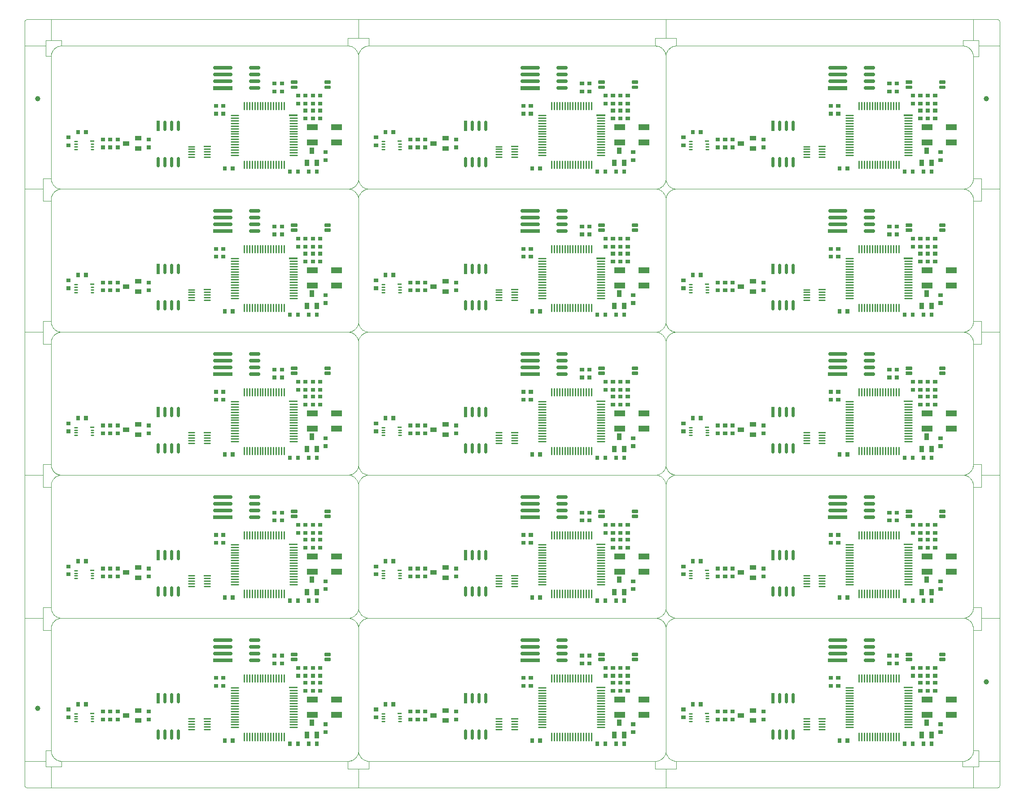
<source format=gbp>
*
%FSLAX36Y36*%
%MOIN*%
%ADD10R,0.033500X0.033500*%
%ADD11R,0.027600X0.027600*%
%ADD12C,0.027600*%
%ADD13C,0.009800*%
%ADD14R,0.009800X0.009800*%
%ADD15R,0.011800X0.011800*%
%ADD16C,0.011800*%
%ADD17C,0.023600*%
%ADD18R,0.023600X0.023600*%
%ADD19C,0.011000*%
%ADD20R,0.011000X0.011000*%
%ADD21R,0.043300X0.043300*%
%ADD22C,0.039370*%
%ADD23C,0.002126*%
%ADD24C,0.002000*%
%IPPOS*%
%LN037377s04ua0k.gbp*%
%LPD*%
G75*
G54D10*
X641150Y376131D02*
X654850D01*
X641150Y301131D02*
X654850D01*
X550150Y338131D02*
X563850D01*
G54D11*
X1943050Y634131D02*
X1946950D01*
X1943050Y693131D02*
X1946950D01*
X128050Y325131D02*
X131950D01*
X128050Y384131D02*
X131950D01*
X1943050Y523131D02*
X1946950D01*
X1943050Y582131D02*
X1946950D01*
X723050Y309131D02*
X726950D01*
X723050Y368131D02*
X726950D01*
X1998050Y582131D02*
X2001950D01*
X1998050Y523131D02*
X2001950D01*
X2038050Y274131D02*
X2041950D01*
X2038050Y215131D02*
X2041950D01*
X1278050Y618131D02*
X1281950D01*
X1278050Y559131D02*
X1281950D01*
X1833050Y693131D02*
X1836950D01*
X1833050Y634131D02*
X1836950D01*
X1998050D02*
X2001950D01*
X1998050Y693131D02*
X2001950D01*
X1658050Y725131D02*
X1661950D01*
X1658050Y784131D02*
X1661950D01*
X1713050D02*
X1716950D01*
X1713050Y725131D02*
X1716950D01*
X1888050Y693131D02*
X1891950D01*
X1888050Y634131D02*
X1891950D01*
X1888050Y582131D02*
X1891950D01*
X1888050Y523131D02*
X1891950D01*
X493050Y309131D02*
X496950D01*
X493050Y368131D02*
X496950D01*
X383050Y309131D02*
X386950D01*
X383050Y368131D02*
X386950D01*
X438050Y309131D02*
X441950D01*
X438050Y368131D02*
X441950D01*
X1223050Y618131D02*
X1226950D01*
X1223050Y559131D02*
X1226950D01*
G54D12*
X1218950Y799131D02*
X1333050D01*
X1218950Y849131D02*
X1333050D01*
X1218950Y899131D02*
X1333050D01*
X1484450Y749131D02*
X1539550D01*
X1484450Y799131D02*
X1539550D01*
X1484450Y849131D02*
X1539550D01*
X1484450Y899131D02*
X1539550D01*
G54D11*
X1218950Y749131D02*
X1333050D01*
G54D13*
X1138300Y237131D02*
X1181700D01*
X1022300D02*
X1065700D01*
X1022300Y315131D02*
X1065700D01*
X1138300Y256131D02*
X1181700D01*
X1022300D02*
X1065700D01*
X1138300Y276131D02*
X1181700D01*
X1022300D02*
X1065700D01*
X1138300Y296131D02*
X1181700D01*
X1022300D02*
X1065700D01*
G54D14*
X1138300Y315131D02*
X1181700D01*
X296150Y354131D02*
X315850D01*
G54D13*
X174150Y334131D02*
X193850D01*
X296150D02*
X315850D01*
X174150Y315131D02*
X193850D01*
X296150D02*
X315850D01*
X174150Y295131D02*
X193850D01*
X296150D02*
X315850D01*
X174150Y354131D02*
X193850D01*
G54D15*
X1788300Y793131D02*
X1823700D01*
G54D16*
X1788300Y799031D02*
X1823700D01*
X1788300Y787231D02*
X1823700D01*
G54D15*
X2036300Y793131D02*
X2071700D01*
G54D16*
X2036300Y799031D02*
X2071700D01*
X2036300Y787231D02*
X2071700D01*
G54D15*
X1788300Y756131D02*
X1823700D01*
G54D16*
X1788300Y762031D02*
X1823700D01*
X1788300Y750231D02*
X1823700D01*
G54D15*
X2036300Y756131D02*
X2071700D01*
G54D16*
X2036300Y762031D02*
X2071700D01*
X2036300Y750231D02*
X2071700D01*
G54D17*
X945000Y173531D02*
Y226731D01*
X895000Y173531D02*
Y226731D01*
X845000Y173531D02*
Y226731D01*
X795000Y173531D02*
Y226731D01*
X945000Y442531D02*
Y495731D01*
X895000Y442531D02*
Y495731D01*
X845000Y442531D02*
Y495731D01*
G54D18*
X795000Y442531D02*
Y495731D01*
G54D10*
X1975000Y187281D02*
Y200981D01*
X1900000Y187281D02*
Y200981D01*
X1937000Y278281D02*
Y291981D01*
G54D19*
X1730000Y589131D02*
Y643131D01*
X1710000Y589131D02*
Y643131D01*
X1690000Y589131D02*
Y643131D01*
X1671000Y589131D02*
Y643131D01*
X1651000Y589131D02*
Y643131D01*
X1631000Y589131D02*
Y643131D01*
X1612000Y589131D02*
Y643131D01*
X1592000Y589131D02*
Y643131D01*
X1572000Y589131D02*
Y643131D01*
X1553000Y589131D02*
Y643131D01*
X1533000Y589131D02*
Y643131D01*
X1513000Y589131D02*
Y643131D01*
X1494000Y589131D02*
Y643131D01*
X1474000Y589131D02*
Y643131D01*
X1454000Y589131D02*
Y643131D01*
X1435000Y589131D02*
Y643131D01*
Y154131D02*
Y208131D01*
X1454000Y154131D02*
Y208131D01*
X1474000Y154131D02*
Y208131D01*
X1494000Y154131D02*
Y208131D01*
X1513000Y154131D02*
Y208131D01*
X1533000Y154131D02*
Y208131D01*
X1553000Y154131D02*
Y208131D01*
X1572000Y154131D02*
Y208131D01*
X1592000Y154131D02*
Y208131D01*
X1612000Y154131D02*
Y208131D01*
X1631000Y154131D02*
Y208131D01*
X1651000Y154131D02*
Y208131D01*
X1671000Y154131D02*
Y208131D01*
X1690000Y154131D02*
Y208131D01*
X1710000Y154131D02*
Y208131D01*
X1730000Y154131D02*
Y208131D01*
X1338000Y547131D02*
X1392000D01*
X1338000Y527131D02*
X1392000D01*
X1338000Y507131D02*
X1392000D01*
X1338000Y487131D02*
X1392000D01*
X1338000Y468131D02*
X1392000D01*
X1338000Y448131D02*
X1392000D01*
X1338000Y428131D02*
X1392000D01*
X1338000Y409131D02*
X1392000D01*
X1338000Y389131D02*
X1392000D01*
X1338000Y369131D02*
X1392000D01*
X1338000Y350131D02*
X1392000D01*
X1338000Y330131D02*
X1392000D01*
X1338000Y310131D02*
X1392000D01*
X1338000Y291131D02*
X1392000D01*
X1338000Y271131D02*
X1392000D01*
X1338000Y251131D02*
X1392000D01*
X1773000D02*
X1827000D01*
X1773000Y271131D02*
X1827000D01*
X1773000Y291131D02*
X1827000D01*
X1773000Y310131D02*
X1827000D01*
X1773000Y330131D02*
X1827000D01*
X1773000Y350131D02*
X1827000D01*
X1773000Y369131D02*
X1827000D01*
X1773000Y389131D02*
X1827000D01*
X1773000Y409131D02*
X1827000D01*
X1773000Y428131D02*
X1827000D01*
X1773000Y448131D02*
X1827000D01*
X1773000Y468131D02*
X1827000D01*
X1773000Y487131D02*
X1827000D01*
X1773000Y507131D02*
X1827000D01*
X1773000Y527131D02*
X1827000D01*
G54D20*
X1773000Y547131D02*
X1827000D01*
G54D21*
X2102300Y344131D02*
X2137700D01*
X1922300D02*
X1957700D01*
X1922300Y459131D02*
X1957700D01*
X2102300D02*
X2137700D01*
G54D11*
X1974000Y127181D02*
Y131081D01*
X1915000Y127181D02*
Y131081D01*
X1834000Y127181D02*
Y131081D01*
X1775000Y127181D02*
Y131081D01*
X200000Y421181D02*
Y425081D01*
X259000Y421181D02*
Y425081D01*
X1290000Y151181D02*
Y155081D01*
X1349000Y151181D02*
Y155081D01*
G54D10*
X641150Y1439130D02*
X654850D01*
X641150Y1364130D02*
X654850D01*
X550150Y1401130D02*
X563850D01*
G54D11*
X1943050Y1697130D02*
X1946950D01*
X1943050Y1756130D02*
X1946950D01*
X128050Y1388130D02*
X131950D01*
X128050Y1447130D02*
X131950D01*
X1943050Y1586130D02*
X1946950D01*
X1943050Y1645130D02*
X1946950D01*
X723050Y1372130D02*
X726950D01*
X723050Y1431130D02*
X726950D01*
X1998050Y1645130D02*
X2001950D01*
X1998050Y1586130D02*
X2001950D01*
X2038050Y1337130D02*
X2041950D01*
X2038050Y1278130D02*
X2041950D01*
X1278050Y1681130D02*
X1281950D01*
X1278050Y1622130D02*
X1281950D01*
X1833050Y1756130D02*
X1836950D01*
X1833050Y1697130D02*
X1836950D01*
X1998050D02*
X2001950D01*
X1998050Y1756130D02*
X2001950D01*
X1658050Y1788130D02*
X1661950D01*
X1658050Y1847130D02*
X1661950D01*
X1713050D02*
X1716950D01*
X1713050Y1788130D02*
X1716950D01*
X1888050Y1756130D02*
X1891950D01*
X1888050Y1697130D02*
X1891950D01*
X1888050Y1645130D02*
X1891950D01*
X1888050Y1586130D02*
X1891950D01*
X493050Y1372130D02*
X496950D01*
X493050Y1431130D02*
X496950D01*
X383050Y1372130D02*
X386950D01*
X383050Y1431130D02*
X386950D01*
X438050Y1372130D02*
X441950D01*
X438050Y1431130D02*
X441950D01*
X1223050Y1681130D02*
X1226950D01*
X1223050Y1622130D02*
X1226950D01*
G54D12*
X1218950Y1862130D02*
X1333050D01*
X1218950Y1912130D02*
X1333050D01*
X1218950Y1962130D02*
X1333050D01*
X1484450Y1812130D02*
X1539550D01*
X1484450Y1862130D02*
X1539550D01*
X1484450Y1912130D02*
X1539550D01*
X1484450Y1962130D02*
X1539550D01*
G54D11*
X1218950Y1812130D02*
X1333050D01*
G54D13*
X1138300Y1300130D02*
X1181700D01*
X1022300D02*
X1065700D01*
X1022300Y1378130D02*
X1065700D01*
X1138300Y1319130D02*
X1181700D01*
X1022300D02*
X1065700D01*
X1138300Y1339130D02*
X1181700D01*
X1022300D02*
X1065700D01*
X1138300Y1359130D02*
X1181700D01*
X1022300D02*
X1065700D01*
G54D14*
X1138300Y1378130D02*
X1181700D01*
X296150Y1417130D02*
X315850D01*
G54D13*
X174150Y1397130D02*
X193850D01*
X296150D02*
X315850D01*
X174150Y1378130D02*
X193850D01*
X296150D02*
X315850D01*
X174150Y1358130D02*
X193850D01*
X296150D02*
X315850D01*
X174150Y1417130D02*
X193850D01*
G54D15*
X1788300Y1856130D02*
X1823700D01*
G54D16*
X1788300Y1862030D02*
X1823700D01*
X1788300Y1850230D02*
X1823700D01*
G54D15*
X2036300Y1856130D02*
X2071700D01*
G54D16*
X2036300Y1862030D02*
X2071700D01*
X2036300Y1850230D02*
X2071700D01*
G54D15*
X1788300Y1819130D02*
X1823700D01*
G54D16*
X1788300Y1825030D02*
X1823700D01*
X1788300Y1813230D02*
X1823700D01*
G54D15*
X2036300Y1819130D02*
X2071700D01*
G54D16*
X2036300Y1825030D02*
X2071700D01*
X2036300Y1813230D02*
X2071700D01*
G54D17*
X945000Y1236530D02*
Y1289730D01*
X895000Y1236530D02*
Y1289730D01*
X845000Y1236530D02*
Y1289730D01*
X795000Y1236530D02*
Y1289730D01*
X945000Y1505530D02*
Y1558730D01*
X895000Y1505530D02*
Y1558730D01*
X845000Y1505530D02*
Y1558730D01*
G54D18*
X795000Y1505530D02*
Y1558730D01*
G54D10*
X1975000Y1250280D02*
Y1263980D01*
X1900000Y1250280D02*
Y1263980D01*
X1937000Y1341280D02*
Y1354980D01*
G54D19*
X1730000Y1652130D02*
Y1706130D01*
X1710000Y1652130D02*
Y1706130D01*
X1690000Y1652130D02*
Y1706130D01*
X1671000Y1652130D02*
Y1706130D01*
X1651000Y1652130D02*
Y1706130D01*
X1631000Y1652130D02*
Y1706130D01*
X1612000Y1652130D02*
Y1706130D01*
X1592000Y1652130D02*
Y1706130D01*
X1572000Y1652130D02*
Y1706130D01*
X1553000Y1652130D02*
Y1706130D01*
X1533000Y1652130D02*
Y1706130D01*
X1513000Y1652130D02*
Y1706130D01*
X1494000Y1652130D02*
Y1706130D01*
X1474000Y1652130D02*
Y1706130D01*
X1454000Y1652130D02*
Y1706130D01*
X1435000Y1652130D02*
Y1706130D01*
Y1217130D02*
Y1271130D01*
X1454000Y1217130D02*
Y1271130D01*
X1474000Y1217130D02*
Y1271130D01*
X1494000Y1217130D02*
Y1271130D01*
X1513000Y1217130D02*
Y1271130D01*
X1533000Y1217130D02*
Y1271130D01*
X1553000Y1217130D02*
Y1271130D01*
X1572000Y1217130D02*
Y1271130D01*
X1592000Y1217130D02*
Y1271130D01*
X1612000Y1217130D02*
Y1271130D01*
X1631000Y1217130D02*
Y1271130D01*
X1651000Y1217130D02*
Y1271130D01*
X1671000Y1217130D02*
Y1271130D01*
X1690000Y1217130D02*
Y1271130D01*
X1710000Y1217130D02*
Y1271130D01*
X1730000Y1217130D02*
Y1271130D01*
X1338000Y1610130D02*
X1392000D01*
X1338000Y1590130D02*
X1392000D01*
X1338000Y1570130D02*
X1392000D01*
X1338000Y1550130D02*
X1392000D01*
X1338000Y1531130D02*
X1392000D01*
X1338000Y1511130D02*
X1392000D01*
X1338000Y1491130D02*
X1392000D01*
X1338000Y1472130D02*
X1392000D01*
X1338000Y1452130D02*
X1392000D01*
X1338000Y1432130D02*
X1392000D01*
X1338000Y1413130D02*
X1392000D01*
X1338000Y1393130D02*
X1392000D01*
X1338000Y1373130D02*
X1392000D01*
X1338000Y1354130D02*
X1392000D01*
X1338000Y1334130D02*
X1392000D01*
X1338000Y1314130D02*
X1392000D01*
X1773000D02*
X1827000D01*
X1773000Y1334130D02*
X1827000D01*
X1773000Y1354130D02*
X1827000D01*
X1773000Y1373130D02*
X1827000D01*
X1773000Y1393130D02*
X1827000D01*
X1773000Y1413130D02*
X1827000D01*
X1773000Y1432130D02*
X1827000D01*
X1773000Y1452130D02*
X1827000D01*
X1773000Y1472130D02*
X1827000D01*
X1773000Y1491130D02*
X1827000D01*
X1773000Y1511130D02*
X1827000D01*
X1773000Y1531130D02*
X1827000D01*
X1773000Y1550130D02*
X1827000D01*
X1773000Y1570130D02*
X1827000D01*
X1773000Y1590130D02*
X1827000D01*
G54D20*
X1773000Y1610130D02*
X1827000D01*
G54D21*
X2102300Y1407130D02*
X2137700D01*
X1922300D02*
X1957700D01*
X1922300Y1522130D02*
X1957700D01*
X2102300D02*
X2137700D01*
G54D11*
X1974000Y1190180D02*
Y1194080D01*
X1915000Y1190180D02*
Y1194080D01*
X1834000Y1190180D02*
Y1194080D01*
X1775000Y1190180D02*
Y1194080D01*
X200000Y1484180D02*
Y1488080D01*
X259000Y1484180D02*
Y1488080D01*
X1290000Y1214180D02*
Y1218080D01*
X1349000Y1214180D02*
Y1218080D01*
G54D10*
X641150Y2502130D02*
X654850D01*
X641150Y2427130D02*
X654850D01*
X550150Y2464130D02*
X563850D01*
G54D11*
X1943050Y2760130D02*
X1946950D01*
X1943050Y2819130D02*
X1946950D01*
X128050Y2451130D02*
X131950D01*
X128050Y2510130D02*
X131950D01*
X1943050Y2649130D02*
X1946950D01*
X1943050Y2708130D02*
X1946950D01*
X723050Y2435130D02*
X726950D01*
X723050Y2494130D02*
X726950D01*
X1998050Y2708130D02*
X2001950D01*
X1998050Y2649130D02*
X2001950D01*
X2038050Y2400130D02*
X2041950D01*
X2038050Y2341130D02*
X2041950D01*
X1278050Y2744130D02*
X1281950D01*
X1278050Y2685130D02*
X1281950D01*
X1833050Y2819130D02*
X1836950D01*
X1833050Y2760130D02*
X1836950D01*
X1998050D02*
X2001950D01*
X1998050Y2819130D02*
X2001950D01*
X1658050Y2851130D02*
X1661950D01*
X1658050Y2910130D02*
X1661950D01*
X1713050D02*
X1716950D01*
X1713050Y2851130D02*
X1716950D01*
X1888050Y2819130D02*
X1891950D01*
X1888050Y2760130D02*
X1891950D01*
X1888050Y2708130D02*
X1891950D01*
X1888050Y2649130D02*
X1891950D01*
X493050Y2435130D02*
X496950D01*
X493050Y2494130D02*
X496950D01*
X383050Y2435130D02*
X386950D01*
X383050Y2494130D02*
X386950D01*
X438050Y2435130D02*
X441950D01*
X438050Y2494130D02*
X441950D01*
X1223050Y2744130D02*
X1226950D01*
X1223050Y2685130D02*
X1226950D01*
G54D12*
X1218950Y2925130D02*
X1333050D01*
X1218950Y2975130D02*
X1333050D01*
X1218950Y3025130D02*
X1333050D01*
X1484450Y2875130D02*
X1539550D01*
X1484450Y2925130D02*
X1539550D01*
X1484450Y2975130D02*
X1539550D01*
X1484450Y3025130D02*
X1539550D01*
G54D11*
X1218950Y2875130D02*
X1333050D01*
G54D13*
X1138300Y2363130D02*
X1181700D01*
X1022300D02*
X1065700D01*
X1022300Y2441130D02*
X1065700D01*
X1138300Y2382130D02*
X1181700D01*
X1022300D02*
X1065700D01*
X1138300Y2402130D02*
X1181700D01*
X1022300D02*
X1065700D01*
X1138300Y2422130D02*
X1181700D01*
X1022300D02*
X1065700D01*
G54D14*
X1138300Y2441130D02*
X1181700D01*
X296150Y2480130D02*
X315850D01*
G54D13*
X174150Y2460130D02*
X193850D01*
X296150D02*
X315850D01*
X174150Y2441130D02*
X193850D01*
X296150D02*
X315850D01*
X174150Y2421130D02*
X193850D01*
X296150D02*
X315850D01*
X174150Y2480130D02*
X193850D01*
G54D15*
X1788300Y2919130D02*
X1823700D01*
G54D16*
X1788300Y2925030D02*
X1823700D01*
X1788300Y2913230D02*
X1823700D01*
G54D15*
X2036300Y2919130D02*
X2071700D01*
G54D16*
X2036300Y2925030D02*
X2071700D01*
X2036300Y2913230D02*
X2071700D01*
G54D15*
X1788300Y2882130D02*
X1823700D01*
G54D16*
X1788300Y2888030D02*
X1823700D01*
X1788300Y2876230D02*
X1823700D01*
G54D15*
X2036300Y2882130D02*
X2071700D01*
G54D16*
X2036300Y2888030D02*
X2071700D01*
X2036300Y2876230D02*
X2071700D01*
G54D17*
X945000Y2299530D02*
Y2352730D01*
X895000Y2299530D02*
Y2352730D01*
X845000Y2299530D02*
Y2352730D01*
X795000Y2299530D02*
Y2352730D01*
X945000Y2568530D02*
Y2621730D01*
X895000Y2568530D02*
Y2621730D01*
X845000Y2568530D02*
Y2621730D01*
G54D18*
X795000Y2568530D02*
Y2621730D01*
G54D10*
X1975000Y2313280D02*
Y2326980D01*
X1900000Y2313280D02*
Y2326980D01*
X1937000Y2404280D02*
Y2417980D01*
G54D19*
X1730000Y2715130D02*
Y2769130D01*
X1710000Y2715130D02*
Y2769130D01*
X1690000Y2715130D02*
Y2769130D01*
X1671000Y2715130D02*
Y2769130D01*
X1651000Y2715130D02*
Y2769130D01*
X1631000Y2715130D02*
Y2769130D01*
X1612000Y2715130D02*
Y2769130D01*
X1592000Y2715130D02*
Y2769130D01*
X1572000Y2715130D02*
Y2769130D01*
X1553000Y2715130D02*
Y2769130D01*
X1533000Y2715130D02*
Y2769130D01*
X1513000Y2715130D02*
Y2769130D01*
X1494000Y2715130D02*
Y2769130D01*
X1474000Y2715130D02*
Y2769130D01*
X1454000Y2715130D02*
Y2769130D01*
X1435000Y2715130D02*
Y2769130D01*
Y2280130D02*
Y2334130D01*
X1454000Y2280130D02*
Y2334130D01*
X1474000Y2280130D02*
Y2334130D01*
X1494000Y2280130D02*
Y2334130D01*
X1513000Y2280130D02*
Y2334130D01*
X1533000Y2280130D02*
Y2334130D01*
X1553000Y2280130D02*
Y2334130D01*
X1572000Y2280130D02*
Y2334130D01*
X1592000Y2280130D02*
Y2334130D01*
X1612000Y2280130D02*
Y2334130D01*
X1631000Y2280130D02*
Y2334130D01*
X1651000Y2280130D02*
Y2334130D01*
X1671000Y2280130D02*
Y2334130D01*
X1690000Y2280130D02*
Y2334130D01*
X1710000Y2280130D02*
Y2334130D01*
X1730000Y2280130D02*
Y2334130D01*
X1338000Y2673130D02*
X1392000D01*
X1338000Y2653130D02*
X1392000D01*
X1338000Y2633130D02*
X1392000D01*
X1338000Y2613130D02*
X1392000D01*
X1338000Y2594130D02*
X1392000D01*
X1338000Y2574130D02*
X1392000D01*
X1338000Y2554130D02*
X1392000D01*
X1338000Y2535130D02*
X1392000D01*
X1338000Y2515130D02*
X1392000D01*
X1338000Y2495130D02*
X1392000D01*
X1338000Y2476130D02*
X1392000D01*
X1338000Y2456130D02*
X1392000D01*
X1338000Y2436130D02*
X1392000D01*
X1338000Y2417130D02*
X1392000D01*
X1338000Y2397130D02*
X1392000D01*
X1338000Y2377130D02*
X1392000D01*
X1773000D02*
X1827000D01*
X1773000Y2397130D02*
X1827000D01*
X1773000Y2417130D02*
X1827000D01*
X1773000Y2436130D02*
X1827000D01*
X1773000Y2456130D02*
X1827000D01*
X1773000Y2476130D02*
X1827000D01*
X1773000Y2495130D02*
X1827000D01*
X1773000Y2515130D02*
X1827000D01*
X1773000Y2535130D02*
X1827000D01*
X1773000Y2554130D02*
X1827000D01*
X1773000Y2574130D02*
X1827000D01*
X1773000Y2594130D02*
X1827000D01*
X1773000Y2613130D02*
X1827000D01*
X1773000Y2633130D02*
X1827000D01*
X1773000Y2653130D02*
X1827000D01*
G54D20*
X1773000Y2673130D02*
X1827000D01*
G54D21*
X2102300Y2470130D02*
X2137700D01*
X1922300D02*
X1957700D01*
X1922300Y2585130D02*
X1957700D01*
X2102300D02*
X2137700D01*
G54D11*
X1974000Y2253180D02*
Y2257080D01*
X1915000Y2253180D02*
Y2257080D01*
X1834000Y2253180D02*
Y2257080D01*
X1775000Y2253180D02*
Y2257080D01*
X200000Y2547180D02*
Y2551080D01*
X259000Y2547180D02*
Y2551080D01*
X1290000Y2277180D02*
Y2281080D01*
X1349000Y2277180D02*
Y2281080D01*
G54D10*
X641150Y3565129D02*
X654850D01*
X641150Y3490129D02*
X654850D01*
X550150Y3527129D02*
X563850D01*
G54D11*
X1943050Y3823129D02*
X1946950D01*
X1943050Y3882129D02*
X1946950D01*
X128050Y3514129D02*
X131950D01*
X128050Y3573129D02*
X131950D01*
X1943050Y3712129D02*
X1946950D01*
X1943050Y3771129D02*
X1946950D01*
X723050Y3498129D02*
X726950D01*
X723050Y3557129D02*
X726950D01*
X1998050Y3771129D02*
X2001950D01*
X1998050Y3712129D02*
X2001950D01*
X2038050Y3463129D02*
X2041950D01*
X2038050Y3404129D02*
X2041950D01*
X1278050Y3807129D02*
X1281950D01*
X1278050Y3748129D02*
X1281950D01*
X1833050Y3882129D02*
X1836950D01*
X1833050Y3823129D02*
X1836950D01*
X1998050D02*
X2001950D01*
X1998050Y3882129D02*
X2001950D01*
X1658050Y3914129D02*
X1661950D01*
X1658050Y3973129D02*
X1661950D01*
X1713050D02*
X1716950D01*
X1713050Y3914129D02*
X1716950D01*
X1888050Y3882129D02*
X1891950D01*
X1888050Y3823129D02*
X1891950D01*
X1888050Y3771129D02*
X1891950D01*
X1888050Y3712129D02*
X1891950D01*
X493050Y3498129D02*
X496950D01*
X493050Y3557129D02*
X496950D01*
X383050Y3498129D02*
X386950D01*
X383050Y3557129D02*
X386950D01*
X438050Y3498129D02*
X441950D01*
X438050Y3557129D02*
X441950D01*
X1223050Y3807129D02*
X1226950D01*
X1223050Y3748129D02*
X1226950D01*
G54D12*
X1218950Y3988129D02*
X1333050D01*
X1218950Y4038129D02*
X1333050D01*
X1218950Y4088129D02*
X1333050D01*
X1484450Y3938129D02*
X1539550D01*
X1484450Y3988129D02*
X1539550D01*
X1484450Y4038129D02*
X1539550D01*
X1484450Y4088129D02*
X1539550D01*
G54D11*
X1218950Y3938129D02*
X1333050D01*
G54D13*
X1138300Y3426129D02*
X1181700D01*
X1022300D02*
X1065700D01*
X1022300Y3504129D02*
X1065700D01*
X1138300Y3445129D02*
X1181700D01*
X1022300D02*
X1065700D01*
X1138300Y3465129D02*
X1181700D01*
X1022300D02*
X1065700D01*
X1138300Y3485129D02*
X1181700D01*
X1022300D02*
X1065700D01*
G54D14*
X1138300Y3504129D02*
X1181700D01*
X296150Y3543129D02*
X315850D01*
G54D13*
X174150Y3523129D02*
X193850D01*
X296150D02*
X315850D01*
X174150Y3504129D02*
X193850D01*
X296150D02*
X315850D01*
X174150Y3484129D02*
X193850D01*
X296150D02*
X315850D01*
X174150Y3543129D02*
X193850D01*
G54D15*
X1788300Y3982129D02*
X1823700D01*
G54D16*
X1788300Y3988029D02*
X1823700D01*
X1788300Y3976229D02*
X1823700D01*
G54D15*
X2036300Y3982129D02*
X2071700D01*
G54D16*
X2036300Y3988029D02*
X2071700D01*
X2036300Y3976229D02*
X2071700D01*
G54D15*
X1788300Y3945129D02*
X1823700D01*
G54D16*
X1788300Y3951029D02*
X1823700D01*
X1788300Y3939229D02*
X1823700D01*
G54D15*
X2036300Y3945129D02*
X2071700D01*
G54D16*
X2036300Y3951029D02*
X2071700D01*
X2036300Y3939229D02*
X2071700D01*
G54D17*
X945000Y3362529D02*
Y3415729D01*
X895000Y3362529D02*
Y3415729D01*
X845000Y3362529D02*
Y3415729D01*
X795000Y3362529D02*
Y3415729D01*
X945000Y3631529D02*
Y3684729D01*
X895000Y3631529D02*
Y3684729D01*
X845000Y3631529D02*
Y3684729D01*
G54D18*
X795000Y3631529D02*
Y3684729D01*
G54D10*
X1975000Y3376279D02*
Y3389979D01*
X1900000Y3376279D02*
Y3389979D01*
X1937000Y3467279D02*
Y3480979D01*
G54D19*
X1730000Y3778129D02*
Y3832129D01*
X1710000Y3778129D02*
Y3832129D01*
X1690000Y3778129D02*
Y3832129D01*
X1671000Y3778129D02*
Y3832129D01*
X1651000Y3778129D02*
Y3832129D01*
X1631000Y3778129D02*
Y3832129D01*
X1612000Y3778129D02*
Y3832129D01*
X1592000Y3778129D02*
Y3832129D01*
X1572000Y3778129D02*
Y3832129D01*
X1553000Y3778129D02*
Y3832129D01*
X1533000Y3778129D02*
Y3832129D01*
X1513000Y3778129D02*
Y3832129D01*
X1494000Y3778129D02*
Y3832129D01*
X1474000Y3778129D02*
Y3832129D01*
X1454000Y3778129D02*
Y3832129D01*
X1435000Y3778129D02*
Y3832129D01*
Y3343129D02*
Y3397129D01*
X1454000Y3343129D02*
Y3397129D01*
X1474000Y3343129D02*
Y3397129D01*
X1494000Y3343129D02*
Y3397129D01*
X1513000Y3343129D02*
Y3397129D01*
X1533000Y3343129D02*
Y3397129D01*
X1553000Y3343129D02*
Y3397129D01*
X1572000Y3343129D02*
Y3397129D01*
X1592000Y3343129D02*
Y3397129D01*
X1612000Y3343129D02*
Y3397129D01*
X1631000Y3343129D02*
Y3397129D01*
X1651000Y3343129D02*
Y3397129D01*
X1671000Y3343129D02*
Y3397129D01*
X1690000Y3343129D02*
Y3397129D01*
X1710000Y3343129D02*
Y3397129D01*
X1730000Y3343129D02*
Y3397129D01*
X1338000Y3736129D02*
X1392000D01*
X1338000Y3716129D02*
X1392000D01*
X1338000Y3696129D02*
X1392000D01*
X1338000Y3676129D02*
X1392000D01*
X1338000Y3657129D02*
X1392000D01*
X1338000Y3637129D02*
X1392000D01*
X1338000Y3617129D02*
X1392000D01*
X1338000Y3598129D02*
X1392000D01*
X1338000Y3578129D02*
X1392000D01*
X1338000Y3558129D02*
X1392000D01*
X1338000Y3539129D02*
X1392000D01*
X1338000Y3519129D02*
X1392000D01*
X1338000Y3499129D02*
X1392000D01*
X1338000Y3480129D02*
X1392000D01*
X1338000Y3460129D02*
X1392000D01*
X1338000Y3440129D02*
X1392000D01*
X1773000D02*
X1827000D01*
X1773000Y3460129D02*
X1827000D01*
X1773000Y3480129D02*
X1827000D01*
X1773000Y3499129D02*
X1827000D01*
X1773000Y3519129D02*
X1827000D01*
X1773000Y3539129D02*
X1827000D01*
X1773000Y3558129D02*
X1827000D01*
X1773000Y3578129D02*
X1827000D01*
X1773000Y3598129D02*
X1827000D01*
X1773000Y3617129D02*
X1827000D01*
X1773000Y3637129D02*
X1827000D01*
X1773000Y3657129D02*
X1827000D01*
X1773000Y3676129D02*
X1827000D01*
X1773000Y3696129D02*
X1827000D01*
X1773000Y3716129D02*
X1827000D01*
G54D20*
X1773000Y3736129D02*
X1827000D01*
G54D21*
X2102300Y3533129D02*
X2137700D01*
X1922300D02*
X1957700D01*
X1922300Y3648129D02*
X1957700D01*
X2102300D02*
X2137700D01*
G54D11*
X1974000Y3316179D02*
Y3320079D01*
X1915000Y3316179D02*
Y3320079D01*
X1834000Y3316179D02*
Y3320079D01*
X1775000Y3316179D02*
Y3320079D01*
X200000Y3610179D02*
Y3614079D01*
X259000Y3610179D02*
Y3614079D01*
X1290000Y3340179D02*
Y3344079D01*
X1349000Y3340179D02*
Y3344079D01*
G54D10*
X641150Y4628129D02*
X654850D01*
X641150Y4553129D02*
X654850D01*
X550150Y4590129D02*
X563850D01*
G54D11*
X1943050Y4886129D02*
X1946950D01*
X1943050Y4945129D02*
X1946950D01*
X128050Y4577129D02*
X131950D01*
X128050Y4636129D02*
X131950D01*
X1943050Y4775129D02*
X1946950D01*
X1943050Y4834129D02*
X1946950D01*
X723050Y4561129D02*
X726950D01*
X723050Y4620129D02*
X726950D01*
X1998050Y4834129D02*
X2001950D01*
X1998050Y4775129D02*
X2001950D01*
X2038050Y4526129D02*
X2041950D01*
X2038050Y4467129D02*
X2041950D01*
X1278050Y4870129D02*
X1281950D01*
X1278050Y4811129D02*
X1281950D01*
X1833050Y4945129D02*
X1836950D01*
X1833050Y4886129D02*
X1836950D01*
X1998050D02*
X2001950D01*
X1998050Y4945129D02*
X2001950D01*
X1658050Y4977129D02*
X1661950D01*
X1658050Y5036129D02*
X1661950D01*
X1713050D02*
X1716950D01*
X1713050Y4977129D02*
X1716950D01*
X1888050Y4945129D02*
X1891950D01*
X1888050Y4886129D02*
X1891950D01*
X1888050Y4834129D02*
X1891950D01*
X1888050Y4775129D02*
X1891950D01*
X493050Y4561129D02*
X496950D01*
X493050Y4620129D02*
X496950D01*
X383050Y4561129D02*
X386950D01*
X383050Y4620129D02*
X386950D01*
X438050Y4561129D02*
X441950D01*
X438050Y4620129D02*
X441950D01*
X1223050Y4870129D02*
X1226950D01*
X1223050Y4811129D02*
X1226950D01*
G54D12*
X1218950Y5051129D02*
X1333050D01*
X1218950Y5101129D02*
X1333050D01*
X1218950Y5151129D02*
X1333050D01*
X1484450Y5001129D02*
X1539550D01*
X1484450Y5051129D02*
X1539550D01*
X1484450Y5101129D02*
X1539550D01*
X1484450Y5151129D02*
X1539550D01*
G54D11*
X1218950Y5001129D02*
X1333050D01*
G54D13*
X1138300Y4489129D02*
X1181700D01*
X1022300D02*
X1065700D01*
X1022300Y4567129D02*
X1065700D01*
X1138300Y4508129D02*
X1181700D01*
X1022300D02*
X1065700D01*
X1138300Y4528129D02*
X1181700D01*
X1022300D02*
X1065700D01*
X1138300Y4548129D02*
X1181700D01*
X1022300D02*
X1065700D01*
G54D14*
X1138300Y4567129D02*
X1181700D01*
X296150Y4606129D02*
X315850D01*
G54D13*
X174150Y4586129D02*
X193850D01*
X296150D02*
X315850D01*
X174150Y4567129D02*
X193850D01*
X296150D02*
X315850D01*
X174150Y4547129D02*
X193850D01*
X296150D02*
X315850D01*
X174150Y4606129D02*
X193850D01*
G54D15*
X1788300Y5045129D02*
X1823700D01*
G54D16*
X1788300Y5051029D02*
X1823700D01*
X1788300Y5039229D02*
X1823700D01*
G54D15*
X2036300Y5045129D02*
X2071700D01*
G54D16*
X2036300Y5051029D02*
X2071700D01*
X2036300Y5039229D02*
X2071700D01*
G54D15*
X1788300Y5008129D02*
X1823700D01*
G54D16*
X1788300Y5014029D02*
X1823700D01*
X1788300Y5002229D02*
X1823700D01*
G54D15*
X2036300Y5008129D02*
X2071700D01*
G54D16*
X2036300Y5014029D02*
X2071700D01*
X2036300Y5002229D02*
X2071700D01*
G54D17*
X945000Y4425529D02*
Y4478729D01*
X895000Y4425529D02*
Y4478729D01*
X845000Y4425529D02*
Y4478729D01*
X795000Y4425529D02*
Y4478729D01*
X945000Y4694529D02*
Y4747729D01*
X895000Y4694529D02*
Y4747729D01*
X845000Y4694529D02*
Y4747729D01*
G54D18*
X795000Y4694529D02*
Y4747729D01*
G54D10*
X1975000Y4439279D02*
Y4452979D01*
X1900000Y4439279D02*
Y4452979D01*
X1937000Y4530279D02*
Y4543979D01*
G54D19*
X1730000Y4841129D02*
Y4895129D01*
X1710000Y4841129D02*
Y4895129D01*
X1690000Y4841129D02*
Y4895129D01*
X1671000Y4841129D02*
Y4895129D01*
X1651000Y4841129D02*
Y4895129D01*
X1631000Y4841129D02*
Y4895129D01*
X1612000Y4841129D02*
Y4895129D01*
X1592000Y4841129D02*
Y4895129D01*
X1572000Y4841129D02*
Y4895129D01*
X1553000Y4841129D02*
Y4895129D01*
X1533000Y4841129D02*
Y4895129D01*
X1513000Y4841129D02*
Y4895129D01*
X1494000Y4841129D02*
Y4895129D01*
X1474000Y4841129D02*
Y4895129D01*
X1454000Y4841129D02*
Y4895129D01*
X1435000Y4841129D02*
Y4895129D01*
Y4406129D02*
Y4460129D01*
X1454000Y4406129D02*
Y4460129D01*
X1474000Y4406129D02*
Y4460129D01*
X1494000Y4406129D02*
Y4460129D01*
X1513000Y4406129D02*
Y4460129D01*
X1533000Y4406129D02*
Y4460129D01*
X1553000Y4406129D02*
Y4460129D01*
X1572000Y4406129D02*
Y4460129D01*
X1592000Y4406129D02*
Y4460129D01*
X1612000Y4406129D02*
Y4460129D01*
X1631000Y4406129D02*
Y4460129D01*
X1651000Y4406129D02*
Y4460129D01*
X1671000Y4406129D02*
Y4460129D01*
X1690000Y4406129D02*
Y4460129D01*
X1710000Y4406129D02*
Y4460129D01*
X1730000Y4406129D02*
Y4460129D01*
X1338000Y4799129D02*
X1392000D01*
X1338000Y4779129D02*
X1392000D01*
X1338000Y4759129D02*
X1392000D01*
X1338000Y4739129D02*
X1392000D01*
X1338000Y4720129D02*
X1392000D01*
X1338000Y4700129D02*
X1392000D01*
X1338000Y4680129D02*
X1392000D01*
X1338000Y4661129D02*
X1392000D01*
X1338000Y4641129D02*
X1392000D01*
X1338000Y4621129D02*
X1392000D01*
X1338000Y4602129D02*
X1392000D01*
X1338000Y4582129D02*
X1392000D01*
X1338000Y4562129D02*
X1392000D01*
X1338000Y4543129D02*
X1392000D01*
X1338000Y4523129D02*
X1392000D01*
X1338000Y4503129D02*
X1392000D01*
X1773000D02*
X1827000D01*
X1773000Y4523129D02*
X1827000D01*
X1773000Y4543129D02*
X1827000D01*
X1773000Y4562129D02*
X1827000D01*
X1773000Y4582129D02*
X1827000D01*
X1773000Y4602129D02*
X1827000D01*
X1773000Y4621129D02*
X1827000D01*
X1773000Y4641129D02*
X1827000D01*
X1773000Y4661129D02*
X1827000D01*
X1773000Y4680129D02*
X1827000D01*
X1773000Y4700129D02*
X1827000D01*
X1773000Y4720129D02*
X1827000D01*
X1773000Y4739129D02*
X1827000D01*
X1773000Y4759129D02*
X1827000D01*
X1773000Y4779129D02*
X1827000D01*
G54D20*
X1773000Y4799129D02*
X1827000D01*
G54D21*
X2102300Y4596129D02*
X2137700D01*
X1922300D02*
X1957700D01*
X1922300Y4711129D02*
X1957700D01*
X2102300D02*
X2137700D01*
G54D11*
X1974000Y4379179D02*
Y4383079D01*
X1915000Y4379179D02*
Y4383079D01*
X1834000Y4379179D02*
Y4383079D01*
X1775000Y4379179D02*
Y4383079D01*
X200000Y4673179D02*
Y4677079D01*
X259000Y4673179D02*
Y4677079D01*
X1290000Y4403179D02*
Y4407079D01*
X1349000Y4403179D02*
Y4407079D01*
G54D10*
X2924650Y376131D02*
X2938350D01*
X2924650Y301131D02*
X2938350D01*
X2833650Y338131D02*
X2847350D01*
G54D11*
X4226550Y634131D02*
X4230450D01*
X4226550Y693131D02*
X4230450D01*
X2411550Y325131D02*
X2415450D01*
X2411550Y384131D02*
X2415450D01*
X4226550Y523131D02*
X4230450D01*
X4226550Y582131D02*
X4230450D01*
X3006550Y309131D02*
X3010450D01*
X3006550Y368131D02*
X3010450D01*
X4281550Y582131D02*
X4285450D01*
X4281550Y523131D02*
X4285450D01*
X4321550Y274131D02*
X4325450D01*
X4321550Y215131D02*
X4325450D01*
X3561550Y618131D02*
X3565450D01*
X3561550Y559131D02*
X3565450D01*
X4116550Y693131D02*
X4120450D01*
X4116550Y634131D02*
X4120450D01*
X4281550D02*
X4285450D01*
X4281550Y693131D02*
X4285450D01*
X3941550Y725131D02*
X3945450D01*
X3941550Y784131D02*
X3945450D01*
X3996550D02*
X4000450D01*
X3996550Y725131D02*
X4000450D01*
X4171550Y693131D02*
X4175450D01*
X4171550Y634131D02*
X4175450D01*
X4171550Y582131D02*
X4175450D01*
X4171550Y523131D02*
X4175450D01*
X2776550Y309131D02*
X2780450D01*
X2776550Y368131D02*
X2780450D01*
X2666550Y309131D02*
X2670450D01*
X2666550Y368131D02*
X2670450D01*
X2721550Y309131D02*
X2725450D01*
X2721550Y368131D02*
X2725450D01*
X3506550Y618131D02*
X3510450D01*
X3506550Y559131D02*
X3510450D01*
G54D12*
X3502450Y799131D02*
X3616550D01*
X3502450Y849131D02*
X3616550D01*
X3502450Y899131D02*
X3616550D01*
X3767950Y749131D02*
X3823050D01*
X3767950Y799131D02*
X3823050D01*
X3767950Y849131D02*
X3823050D01*
X3767950Y899131D02*
X3823050D01*
G54D11*
X3502450Y749131D02*
X3616550D01*
G54D13*
X3421800Y237131D02*
X3465200D01*
X3305800D02*
X3349200D01*
X3305800Y315131D02*
X3349200D01*
X3421800Y256131D02*
X3465200D01*
X3305800D02*
X3349200D01*
X3421800Y276131D02*
X3465200D01*
X3305800D02*
X3349200D01*
X3421800Y296131D02*
X3465200D01*
X3305800D02*
X3349200D01*
G54D14*
X3421800Y315131D02*
X3465200D01*
X2579650Y354131D02*
X2599350D01*
G54D13*
X2457650Y334131D02*
X2477350D01*
X2579650D02*
X2599350D01*
X2457650Y315131D02*
X2477350D01*
X2579650D02*
X2599350D01*
X2457650Y295131D02*
X2477350D01*
X2579650D02*
X2599350D01*
X2457650Y354131D02*
X2477350D01*
G54D15*
X4071800Y793131D02*
X4107200D01*
G54D16*
X4071800Y799031D02*
X4107200D01*
X4071800Y787231D02*
X4107200D01*
G54D15*
X4319800Y793131D02*
X4355200D01*
G54D16*
X4319800Y799031D02*
X4355200D01*
X4319800Y787231D02*
X4355200D01*
G54D15*
X4071800Y756131D02*
X4107200D01*
G54D16*
X4071800Y762031D02*
X4107200D01*
X4071800Y750231D02*
X4107200D01*
G54D15*
X4319800Y756131D02*
X4355200D01*
G54D16*
X4319800Y762031D02*
X4355200D01*
X4319800Y750231D02*
X4355200D01*
G54D17*
X3228500Y173531D02*
Y226731D01*
X3178500Y173531D02*
Y226731D01*
X3128500Y173531D02*
Y226731D01*
X3078500Y173531D02*
Y226731D01*
X3228500Y442531D02*
Y495731D01*
X3178500Y442531D02*
Y495731D01*
X3128500Y442531D02*
Y495731D01*
G54D18*
X3078500Y442531D02*
Y495731D01*
G54D10*
X4258500Y187281D02*
Y200981D01*
X4183500Y187281D02*
Y200981D01*
X4220500Y278281D02*
Y291981D01*
G54D19*
X4013500Y589131D02*
Y643131D01*
X3993500Y589131D02*
Y643131D01*
X3973500Y589131D02*
Y643131D01*
X3954500Y589131D02*
Y643131D01*
X3934500Y589131D02*
Y643131D01*
X3914500Y589131D02*
Y643131D01*
X3895500Y589131D02*
Y643131D01*
X3875500Y589131D02*
Y643131D01*
X3855500Y589131D02*
Y643131D01*
X3836500Y589131D02*
Y643131D01*
X3816500Y589131D02*
Y643131D01*
X3796500Y589131D02*
Y643131D01*
X3777500Y589131D02*
Y643131D01*
X3757500Y589131D02*
Y643131D01*
X3737500Y589131D02*
Y643131D01*
X3718500Y589131D02*
Y643131D01*
Y154131D02*
Y208131D01*
X3737500Y154131D02*
Y208131D01*
X3757500Y154131D02*
Y208131D01*
X3777500Y154131D02*
Y208131D01*
X3796500Y154131D02*
Y208131D01*
X3816500Y154131D02*
Y208131D01*
X3836500Y154131D02*
Y208131D01*
X3855500Y154131D02*
Y208131D01*
X3875500Y154131D02*
Y208131D01*
X3895500Y154131D02*
Y208131D01*
X3914500Y154131D02*
Y208131D01*
X3934500Y154131D02*
Y208131D01*
X3954500Y154131D02*
Y208131D01*
X3973500Y154131D02*
Y208131D01*
X3993500Y154131D02*
Y208131D01*
X4013500Y154131D02*
Y208131D01*
X3621500Y547131D02*
X3675500D01*
X3621500Y527131D02*
X3675500D01*
X3621500Y507131D02*
X3675500D01*
X3621500Y487131D02*
X3675500D01*
X3621500Y468131D02*
X3675500D01*
X3621500Y448131D02*
X3675500D01*
X3621500Y428131D02*
X3675500D01*
X3621500Y409131D02*
X3675500D01*
X3621500Y389131D02*
X3675500D01*
X3621500Y369131D02*
X3675500D01*
X3621500Y350131D02*
X3675500D01*
X3621500Y330131D02*
X3675500D01*
X3621500Y310131D02*
X3675500D01*
X3621500Y291131D02*
X3675500D01*
X3621500Y271131D02*
X3675500D01*
X3621500Y251131D02*
X3675500D01*
X4056500D02*
X4110500D01*
X4056500Y271131D02*
X4110500D01*
X4056500Y291131D02*
X4110500D01*
X4056500Y310131D02*
X4110500D01*
X4056500Y330131D02*
X4110500D01*
X4056500Y350131D02*
X4110500D01*
X4056500Y369131D02*
X4110500D01*
X4056500Y389131D02*
X4110500D01*
X4056500Y409131D02*
X4110500D01*
X4056500Y428131D02*
X4110500D01*
X4056500Y448131D02*
X4110500D01*
X4056500Y468131D02*
X4110500D01*
X4056500Y487131D02*
X4110500D01*
X4056500Y507131D02*
X4110500D01*
X4056500Y527131D02*
X4110500D01*
G54D20*
X4056500Y547131D02*
X4110500D01*
G54D21*
X4385800Y344131D02*
X4421200D01*
X4205800D02*
X4241200D01*
X4205800Y459131D02*
X4241200D01*
X4385800D02*
X4421200D01*
G54D11*
X4257500Y127181D02*
Y131081D01*
X4198500Y127181D02*
Y131081D01*
X4117500Y127181D02*
Y131081D01*
X4058500Y127181D02*
Y131081D01*
X2483500Y421181D02*
Y425081D01*
X2542500Y421181D02*
Y425081D01*
X3573500Y151181D02*
Y155081D01*
X3632500Y151181D02*
Y155081D01*
G54D10*
X2924650Y1439130D02*
X2938350D01*
X2924650Y1364130D02*
X2938350D01*
X2833650Y1401130D02*
X2847350D01*
G54D11*
X4226550Y1697130D02*
X4230450D01*
X4226550Y1756130D02*
X4230450D01*
X2411550Y1388130D02*
X2415450D01*
X2411550Y1447130D02*
X2415450D01*
X4226550Y1586130D02*
X4230450D01*
X4226550Y1645130D02*
X4230450D01*
X3006550Y1372130D02*
X3010450D01*
X3006550Y1431130D02*
X3010450D01*
X4281550Y1645130D02*
X4285450D01*
X4281550Y1586130D02*
X4285450D01*
X4321550Y1337130D02*
X4325450D01*
X4321550Y1278130D02*
X4325450D01*
X3561550Y1681130D02*
X3565450D01*
X3561550Y1622130D02*
X3565450D01*
X4116550Y1756130D02*
X4120450D01*
X4116550Y1697130D02*
X4120450D01*
X4281550D02*
X4285450D01*
X4281550Y1756130D02*
X4285450D01*
X3941550Y1788130D02*
X3945450D01*
X3941550Y1847130D02*
X3945450D01*
X3996550D02*
X4000450D01*
X3996550Y1788130D02*
X4000450D01*
X4171550Y1756130D02*
X4175450D01*
X4171550Y1697130D02*
X4175450D01*
X4171550Y1645130D02*
X4175450D01*
X4171550Y1586130D02*
X4175450D01*
X2776550Y1372130D02*
X2780450D01*
X2776550Y1431130D02*
X2780450D01*
X2666550Y1372130D02*
X2670450D01*
X2666550Y1431130D02*
X2670450D01*
X2721550Y1372130D02*
X2725450D01*
X2721550Y1431130D02*
X2725450D01*
X3506550Y1681130D02*
X3510450D01*
X3506550Y1622130D02*
X3510450D01*
G54D12*
X3502450Y1862130D02*
X3616550D01*
X3502450Y1912130D02*
X3616550D01*
X3502450Y1962130D02*
X3616550D01*
X3767950Y1812130D02*
X3823050D01*
X3767950Y1862130D02*
X3823050D01*
X3767950Y1912130D02*
X3823050D01*
X3767950Y1962130D02*
X3823050D01*
G54D11*
X3502450Y1812130D02*
X3616550D01*
G54D13*
X3421800Y1300130D02*
X3465200D01*
X3305800D02*
X3349200D01*
X3305800Y1378130D02*
X3349200D01*
X3421800Y1319130D02*
X3465200D01*
X3305800D02*
X3349200D01*
X3421800Y1339130D02*
X3465200D01*
X3305800D02*
X3349200D01*
X3421800Y1359130D02*
X3465200D01*
X3305800D02*
X3349200D01*
G54D14*
X3421800Y1378130D02*
X3465200D01*
X2579650Y1417130D02*
X2599350D01*
G54D13*
X2457650Y1397130D02*
X2477350D01*
X2579650D02*
X2599350D01*
X2457650Y1378130D02*
X2477350D01*
X2579650D02*
X2599350D01*
X2457650Y1358130D02*
X2477350D01*
X2579650D02*
X2599350D01*
X2457650Y1417130D02*
X2477350D01*
G54D15*
X4071800Y1856130D02*
X4107200D01*
G54D16*
X4071800Y1862030D02*
X4107200D01*
X4071800Y1850230D02*
X4107200D01*
G54D15*
X4319800Y1856130D02*
X4355200D01*
G54D16*
X4319800Y1862030D02*
X4355200D01*
X4319800Y1850230D02*
X4355200D01*
G54D15*
X4071800Y1819130D02*
X4107200D01*
G54D16*
X4071800Y1825030D02*
X4107200D01*
X4071800Y1813230D02*
X4107200D01*
G54D15*
X4319800Y1819130D02*
X4355200D01*
G54D16*
X4319800Y1825030D02*
X4355200D01*
X4319800Y1813230D02*
X4355200D01*
G54D17*
X3228500Y1236530D02*
Y1289730D01*
X3178500Y1236530D02*
Y1289730D01*
X3128500Y1236530D02*
Y1289730D01*
X3078500Y1236530D02*
Y1289730D01*
X3228500Y1505530D02*
Y1558730D01*
X3178500Y1505530D02*
Y1558730D01*
X3128500Y1505530D02*
Y1558730D01*
G54D18*
X3078500Y1505530D02*
Y1558730D01*
G54D10*
X4258500Y1250280D02*
Y1263980D01*
X4183500Y1250280D02*
Y1263980D01*
X4220500Y1341280D02*
Y1354980D01*
G54D19*
X4013500Y1652130D02*
Y1706130D01*
X3993500Y1652130D02*
Y1706130D01*
X3973500Y1652130D02*
Y1706130D01*
X3954500Y1652130D02*
Y1706130D01*
X3934500Y1652130D02*
Y1706130D01*
X3914500Y1652130D02*
Y1706130D01*
X3895500Y1652130D02*
Y1706130D01*
X3875500Y1652130D02*
Y1706130D01*
X3855500Y1652130D02*
Y1706130D01*
X3836500Y1652130D02*
Y1706130D01*
X3816500Y1652130D02*
Y1706130D01*
X3796500Y1652130D02*
Y1706130D01*
X3777500Y1652130D02*
Y1706130D01*
X3757500Y1652130D02*
Y1706130D01*
X3737500Y1652130D02*
Y1706130D01*
X3718500Y1652130D02*
Y1706130D01*
Y1217130D02*
Y1271130D01*
X3737500Y1217130D02*
Y1271130D01*
X3757500Y1217130D02*
Y1271130D01*
X3777500Y1217130D02*
Y1271130D01*
X3796500Y1217130D02*
Y1271130D01*
X3816500Y1217130D02*
Y1271130D01*
X3836500Y1217130D02*
Y1271130D01*
X3855500Y1217130D02*
Y1271130D01*
X3875500Y1217130D02*
Y1271130D01*
X3895500Y1217130D02*
Y1271130D01*
X3914500Y1217130D02*
Y1271130D01*
X3934500Y1217130D02*
Y1271130D01*
X3954500Y1217130D02*
Y1271130D01*
X3973500Y1217130D02*
Y1271130D01*
X3993500Y1217130D02*
Y1271130D01*
X4013500Y1217130D02*
Y1271130D01*
X3621500Y1610130D02*
X3675500D01*
X3621500Y1590130D02*
X3675500D01*
X3621500Y1570130D02*
X3675500D01*
X3621500Y1550130D02*
X3675500D01*
X3621500Y1531130D02*
X3675500D01*
X3621500Y1511130D02*
X3675500D01*
X3621500Y1491130D02*
X3675500D01*
X3621500Y1472130D02*
X3675500D01*
X3621500Y1452130D02*
X3675500D01*
X3621500Y1432130D02*
X3675500D01*
X3621500Y1413130D02*
X3675500D01*
X3621500Y1393130D02*
X3675500D01*
X3621500Y1373130D02*
X3675500D01*
X3621500Y1354130D02*
X3675500D01*
X3621500Y1334130D02*
X3675500D01*
X3621500Y1314130D02*
X3675500D01*
X4056500D02*
X4110500D01*
X4056500Y1334130D02*
X4110500D01*
X4056500Y1354130D02*
X4110500D01*
X4056500Y1373130D02*
X4110500D01*
X4056500Y1393130D02*
X4110500D01*
X4056500Y1413130D02*
X4110500D01*
X4056500Y1432130D02*
X4110500D01*
X4056500Y1452130D02*
X4110500D01*
X4056500Y1472130D02*
X4110500D01*
X4056500Y1491130D02*
X4110500D01*
X4056500Y1511130D02*
X4110500D01*
X4056500Y1531130D02*
X4110500D01*
X4056500Y1550130D02*
X4110500D01*
X4056500Y1570130D02*
X4110500D01*
X4056500Y1590130D02*
X4110500D01*
G54D20*
X4056500Y1610130D02*
X4110500D01*
G54D21*
X4385800Y1407130D02*
X4421200D01*
X4205800D02*
X4241200D01*
X4205800Y1522130D02*
X4241200D01*
X4385800D02*
X4421200D01*
G54D11*
X4257500Y1190180D02*
Y1194080D01*
X4198500Y1190180D02*
Y1194080D01*
X4117500Y1190180D02*
Y1194080D01*
X4058500Y1190180D02*
Y1194080D01*
X2483500Y1484180D02*
Y1488080D01*
X2542500Y1484180D02*
Y1488080D01*
X3573500Y1214180D02*
Y1218080D01*
X3632500Y1214180D02*
Y1218080D01*
G54D10*
X2924650Y2502130D02*
X2938350D01*
X2924650Y2427130D02*
X2938350D01*
X2833650Y2464130D02*
X2847350D01*
G54D11*
X4226550Y2760130D02*
X4230450D01*
X4226550Y2819130D02*
X4230450D01*
X2411550Y2451130D02*
X2415450D01*
X2411550Y2510130D02*
X2415450D01*
X4226550Y2649130D02*
X4230450D01*
X4226550Y2708130D02*
X4230450D01*
X3006550Y2435130D02*
X3010450D01*
X3006550Y2494130D02*
X3010450D01*
X4281550Y2708130D02*
X4285450D01*
X4281550Y2649130D02*
X4285450D01*
X4321550Y2400130D02*
X4325450D01*
X4321550Y2341130D02*
X4325450D01*
X3561550Y2744130D02*
X3565450D01*
X3561550Y2685130D02*
X3565450D01*
X4116550Y2819130D02*
X4120450D01*
X4116550Y2760130D02*
X4120450D01*
X4281550D02*
X4285450D01*
X4281550Y2819130D02*
X4285450D01*
X3941550Y2851130D02*
X3945450D01*
X3941550Y2910130D02*
X3945450D01*
X3996550D02*
X4000450D01*
X3996550Y2851130D02*
X4000450D01*
X4171550Y2819130D02*
X4175450D01*
X4171550Y2760130D02*
X4175450D01*
X4171550Y2708130D02*
X4175450D01*
X4171550Y2649130D02*
X4175450D01*
X2776550Y2435130D02*
X2780450D01*
X2776550Y2494130D02*
X2780450D01*
X2666550Y2435130D02*
X2670450D01*
X2666550Y2494130D02*
X2670450D01*
X2721550Y2435130D02*
X2725450D01*
X2721550Y2494130D02*
X2725450D01*
X3506550Y2744130D02*
X3510450D01*
X3506550Y2685130D02*
X3510450D01*
G54D12*
X3502450Y2925130D02*
X3616550D01*
X3502450Y2975130D02*
X3616550D01*
X3502450Y3025130D02*
X3616550D01*
X3767950Y2875130D02*
X3823050D01*
X3767950Y2925130D02*
X3823050D01*
X3767950Y2975130D02*
X3823050D01*
X3767950Y3025130D02*
X3823050D01*
G54D11*
X3502450Y2875130D02*
X3616550D01*
G54D13*
X3421800Y2363130D02*
X3465200D01*
X3305800D02*
X3349200D01*
X3305800Y2441130D02*
X3349200D01*
X3421800Y2382130D02*
X3465200D01*
X3305800D02*
X3349200D01*
X3421800Y2402130D02*
X3465200D01*
X3305800D02*
X3349200D01*
X3421800Y2422130D02*
X3465200D01*
X3305800D02*
X3349200D01*
G54D14*
X3421800Y2441130D02*
X3465200D01*
X2579650Y2480130D02*
X2599350D01*
G54D13*
X2457650Y2460130D02*
X2477350D01*
X2579650D02*
X2599350D01*
X2457650Y2441130D02*
X2477350D01*
X2579650D02*
X2599350D01*
X2457650Y2421130D02*
X2477350D01*
X2579650D02*
X2599350D01*
X2457650Y2480130D02*
X2477350D01*
G54D15*
X4071800Y2919130D02*
X4107200D01*
G54D16*
X4071800Y2925030D02*
X4107200D01*
X4071800Y2913230D02*
X4107200D01*
G54D15*
X4319800Y2919130D02*
X4355200D01*
G54D16*
X4319800Y2925030D02*
X4355200D01*
X4319800Y2913230D02*
X4355200D01*
G54D15*
X4071800Y2882130D02*
X4107200D01*
G54D16*
X4071800Y2888030D02*
X4107200D01*
X4071800Y2876230D02*
X4107200D01*
G54D15*
X4319800Y2882130D02*
X4355200D01*
G54D16*
X4319800Y2888030D02*
X4355200D01*
X4319800Y2876230D02*
X4355200D01*
G54D17*
X3228500Y2299530D02*
Y2352730D01*
X3178500Y2299530D02*
Y2352730D01*
X3128500Y2299530D02*
Y2352730D01*
X3078500Y2299530D02*
Y2352730D01*
X3228500Y2568530D02*
Y2621730D01*
X3178500Y2568530D02*
Y2621730D01*
X3128500Y2568530D02*
Y2621730D01*
G54D18*
X3078500Y2568530D02*
Y2621730D01*
G54D10*
X4258500Y2313280D02*
Y2326980D01*
X4183500Y2313280D02*
Y2326980D01*
X4220500Y2404280D02*
Y2417980D01*
G54D19*
X4013500Y2715130D02*
Y2769130D01*
X3993500Y2715130D02*
Y2769130D01*
X3973500Y2715130D02*
Y2769130D01*
X3954500Y2715130D02*
Y2769130D01*
X3934500Y2715130D02*
Y2769130D01*
X3914500Y2715130D02*
Y2769130D01*
X3895500Y2715130D02*
Y2769130D01*
X3875500Y2715130D02*
Y2769130D01*
X3855500Y2715130D02*
Y2769130D01*
X3836500Y2715130D02*
Y2769130D01*
X3816500Y2715130D02*
Y2769130D01*
X3796500Y2715130D02*
Y2769130D01*
X3777500Y2715130D02*
Y2769130D01*
X3757500Y2715130D02*
Y2769130D01*
X3737500Y2715130D02*
Y2769130D01*
X3718500Y2715130D02*
Y2769130D01*
Y2280130D02*
Y2334130D01*
X3737500Y2280130D02*
Y2334130D01*
X3757500Y2280130D02*
Y2334130D01*
X3777500Y2280130D02*
Y2334130D01*
X3796500Y2280130D02*
Y2334130D01*
X3816500Y2280130D02*
Y2334130D01*
X3836500Y2280130D02*
Y2334130D01*
X3855500Y2280130D02*
Y2334130D01*
X3875500Y2280130D02*
Y2334130D01*
X3895500Y2280130D02*
Y2334130D01*
X3914500Y2280130D02*
Y2334130D01*
X3934500Y2280130D02*
Y2334130D01*
X3954500Y2280130D02*
Y2334130D01*
X3973500Y2280130D02*
Y2334130D01*
X3993500Y2280130D02*
Y2334130D01*
X4013500Y2280130D02*
Y2334130D01*
X3621500Y2673130D02*
X3675500D01*
X3621500Y2653130D02*
X3675500D01*
X3621500Y2633130D02*
X3675500D01*
X3621500Y2613130D02*
X3675500D01*
X3621500Y2594130D02*
X3675500D01*
X3621500Y2574130D02*
X3675500D01*
X3621500Y2554130D02*
X3675500D01*
X3621500Y2535130D02*
X3675500D01*
X3621500Y2515130D02*
X3675500D01*
X3621500Y2495130D02*
X3675500D01*
X3621500Y2476130D02*
X3675500D01*
X3621500Y2456130D02*
X3675500D01*
X3621500Y2436130D02*
X3675500D01*
X3621500Y2417130D02*
X3675500D01*
X3621500Y2397130D02*
X3675500D01*
X3621500Y2377130D02*
X3675500D01*
X4056500D02*
X4110500D01*
X4056500Y2397130D02*
X4110500D01*
X4056500Y2417130D02*
X4110500D01*
X4056500Y2436130D02*
X4110500D01*
X4056500Y2456130D02*
X4110500D01*
X4056500Y2476130D02*
X4110500D01*
X4056500Y2495130D02*
X4110500D01*
X4056500Y2515130D02*
X4110500D01*
X4056500Y2535130D02*
X4110500D01*
X4056500Y2554130D02*
X4110500D01*
X4056500Y2574130D02*
X4110500D01*
X4056500Y2594130D02*
X4110500D01*
X4056500Y2613130D02*
X4110500D01*
X4056500Y2633130D02*
X4110500D01*
X4056500Y2653130D02*
X4110500D01*
G54D20*
X4056500Y2673130D02*
X4110500D01*
G54D21*
X4385800Y2470130D02*
X4421200D01*
X4205800D02*
X4241200D01*
X4205800Y2585130D02*
X4241200D01*
X4385800D02*
X4421200D01*
G54D11*
X4257500Y2253180D02*
Y2257080D01*
X4198500Y2253180D02*
Y2257080D01*
X4117500Y2253180D02*
Y2257080D01*
X4058500Y2253180D02*
Y2257080D01*
X2483500Y2547180D02*
Y2551080D01*
X2542500Y2547180D02*
Y2551080D01*
X3573500Y2277180D02*
Y2281080D01*
X3632500Y2277180D02*
Y2281080D01*
G54D10*
X2924650Y3565129D02*
X2938350D01*
X2924650Y3490129D02*
X2938350D01*
X2833650Y3527129D02*
X2847350D01*
G54D11*
X4226550Y3823129D02*
X4230450D01*
X4226550Y3882129D02*
X4230450D01*
X2411550Y3514129D02*
X2415450D01*
X2411550Y3573129D02*
X2415450D01*
X4226550Y3712129D02*
X4230450D01*
X4226550Y3771129D02*
X4230450D01*
X3006550Y3498129D02*
X3010450D01*
X3006550Y3557129D02*
X3010450D01*
X4281550Y3771129D02*
X4285450D01*
X4281550Y3712129D02*
X4285450D01*
X4321550Y3463129D02*
X4325450D01*
X4321550Y3404129D02*
X4325450D01*
X3561550Y3807129D02*
X3565450D01*
X3561550Y3748129D02*
X3565450D01*
X4116550Y3882129D02*
X4120450D01*
X4116550Y3823129D02*
X4120450D01*
X4281550D02*
X4285450D01*
X4281550Y3882129D02*
X4285450D01*
X3941550Y3914129D02*
X3945450D01*
X3941550Y3973129D02*
X3945450D01*
X3996550D02*
X4000450D01*
X3996550Y3914129D02*
X4000450D01*
X4171550Y3882129D02*
X4175450D01*
X4171550Y3823129D02*
X4175450D01*
X4171550Y3771129D02*
X4175450D01*
X4171550Y3712129D02*
X4175450D01*
X2776550Y3498129D02*
X2780450D01*
X2776550Y3557129D02*
X2780450D01*
X2666550Y3498129D02*
X2670450D01*
X2666550Y3557129D02*
X2670450D01*
X2721550Y3498129D02*
X2725450D01*
X2721550Y3557129D02*
X2725450D01*
X3506550Y3807129D02*
X3510450D01*
X3506550Y3748129D02*
X3510450D01*
G54D12*
X3502450Y3988129D02*
X3616550D01*
X3502450Y4038129D02*
X3616550D01*
X3502450Y4088129D02*
X3616550D01*
X3767950Y3938129D02*
X3823050D01*
X3767950Y3988129D02*
X3823050D01*
X3767950Y4038129D02*
X3823050D01*
X3767950Y4088129D02*
X3823050D01*
G54D11*
X3502450Y3938129D02*
X3616550D01*
G54D13*
X3421800Y3426129D02*
X3465200D01*
X3305800D02*
X3349200D01*
X3305800Y3504129D02*
X3349200D01*
X3421800Y3445129D02*
X3465200D01*
X3305800D02*
X3349200D01*
X3421800Y3465129D02*
X3465200D01*
X3305800D02*
X3349200D01*
X3421800Y3485129D02*
X3465200D01*
X3305800D02*
X3349200D01*
G54D14*
X3421800Y3504129D02*
X3465200D01*
X2579650Y3543129D02*
X2599350D01*
G54D13*
X2457650Y3523129D02*
X2477350D01*
X2579650D02*
X2599350D01*
X2457650Y3504129D02*
X2477350D01*
X2579650D02*
X2599350D01*
X2457650Y3484129D02*
X2477350D01*
X2579650D02*
X2599350D01*
X2457650Y3543129D02*
X2477350D01*
G54D15*
X4071800Y3982129D02*
X4107200D01*
G54D16*
X4071800Y3988029D02*
X4107200D01*
X4071800Y3976229D02*
X4107200D01*
G54D15*
X4319800Y3982129D02*
X4355200D01*
G54D16*
X4319800Y3988029D02*
X4355200D01*
X4319800Y3976229D02*
X4355200D01*
G54D15*
X4071800Y3945129D02*
X4107200D01*
G54D16*
X4071800Y3951029D02*
X4107200D01*
X4071800Y3939229D02*
X4107200D01*
G54D15*
X4319800Y3945129D02*
X4355200D01*
G54D16*
X4319800Y3951029D02*
X4355200D01*
X4319800Y3939229D02*
X4355200D01*
G54D17*
X3228500Y3362529D02*
Y3415729D01*
X3178500Y3362529D02*
Y3415729D01*
X3128500Y3362529D02*
Y3415729D01*
X3078500Y3362529D02*
Y3415729D01*
X3228500Y3631529D02*
Y3684729D01*
X3178500Y3631529D02*
Y3684729D01*
X3128500Y3631529D02*
Y3684729D01*
G54D18*
X3078500Y3631529D02*
Y3684729D01*
G54D10*
X4258500Y3376279D02*
Y3389979D01*
X4183500Y3376279D02*
Y3389979D01*
X4220500Y3467279D02*
Y3480979D01*
G54D19*
X4013500Y3778129D02*
Y3832129D01*
X3993500Y3778129D02*
Y3832129D01*
X3973500Y3778129D02*
Y3832129D01*
X3954500Y3778129D02*
Y3832129D01*
X3934500Y3778129D02*
Y3832129D01*
X3914500Y3778129D02*
Y3832129D01*
X3895500Y3778129D02*
Y3832129D01*
X3875500Y3778129D02*
Y3832129D01*
X3855500Y3778129D02*
Y3832129D01*
X3836500Y3778129D02*
Y3832129D01*
X3816500Y3778129D02*
Y3832129D01*
X3796500Y3778129D02*
Y3832129D01*
X3777500Y3778129D02*
Y3832129D01*
X3757500Y3778129D02*
Y3832129D01*
X3737500Y3778129D02*
Y3832129D01*
X3718500Y3778129D02*
Y3832129D01*
Y3343129D02*
Y3397129D01*
X3737500Y3343129D02*
Y3397129D01*
X3757500Y3343129D02*
Y3397129D01*
X3777500Y3343129D02*
Y3397129D01*
X3796500Y3343129D02*
Y3397129D01*
X3816500Y3343129D02*
Y3397129D01*
X3836500Y3343129D02*
Y3397129D01*
X3855500Y3343129D02*
Y3397129D01*
X3875500Y3343129D02*
Y3397129D01*
X3895500Y3343129D02*
Y3397129D01*
X3914500Y3343129D02*
Y3397129D01*
X3934500Y3343129D02*
Y3397129D01*
X3954500Y3343129D02*
Y3397129D01*
X3973500Y3343129D02*
Y3397129D01*
X3993500Y3343129D02*
Y3397129D01*
X4013500Y3343129D02*
Y3397129D01*
X3621500Y3736129D02*
X3675500D01*
X3621500Y3716129D02*
X3675500D01*
X3621500Y3696129D02*
X3675500D01*
X3621500Y3676129D02*
X3675500D01*
X3621500Y3657129D02*
X3675500D01*
X3621500Y3637129D02*
X3675500D01*
X3621500Y3617129D02*
X3675500D01*
X3621500Y3598129D02*
X3675500D01*
X3621500Y3578129D02*
X3675500D01*
X3621500Y3558129D02*
X3675500D01*
X3621500Y3539129D02*
X3675500D01*
X3621500Y3519129D02*
X3675500D01*
X3621500Y3499129D02*
X3675500D01*
X3621500Y3480129D02*
X3675500D01*
X3621500Y3460129D02*
X3675500D01*
X3621500Y3440129D02*
X3675500D01*
X4056500D02*
X4110500D01*
X4056500Y3460129D02*
X4110500D01*
X4056500Y3480129D02*
X4110500D01*
X4056500Y3499129D02*
X4110500D01*
X4056500Y3519129D02*
X4110500D01*
X4056500Y3539129D02*
X4110500D01*
X4056500Y3558129D02*
X4110500D01*
X4056500Y3578129D02*
X4110500D01*
X4056500Y3598129D02*
X4110500D01*
X4056500Y3617129D02*
X4110500D01*
X4056500Y3637129D02*
X4110500D01*
X4056500Y3657129D02*
X4110500D01*
X4056500Y3676129D02*
X4110500D01*
X4056500Y3696129D02*
X4110500D01*
X4056500Y3716129D02*
X4110500D01*
G54D20*
X4056500Y3736129D02*
X4110500D01*
G54D21*
X4385800Y3533129D02*
X4421200D01*
X4205800D02*
X4241200D01*
X4205800Y3648129D02*
X4241200D01*
X4385800D02*
X4421200D01*
G54D11*
X4257500Y3316179D02*
Y3320079D01*
X4198500Y3316179D02*
Y3320079D01*
X4117500Y3316179D02*
Y3320079D01*
X4058500Y3316179D02*
Y3320079D01*
X2483500Y3610179D02*
Y3614079D01*
X2542500Y3610179D02*
Y3614079D01*
X3573500Y3340179D02*
Y3344079D01*
X3632500Y3340179D02*
Y3344079D01*
G54D10*
X2924650Y4628129D02*
X2938350D01*
X2924650Y4553129D02*
X2938350D01*
X2833650Y4590129D02*
X2847350D01*
G54D11*
X4226550Y4886129D02*
X4230450D01*
X4226550Y4945129D02*
X4230450D01*
X2411550Y4577129D02*
X2415450D01*
X2411550Y4636129D02*
X2415450D01*
X4226550Y4775129D02*
X4230450D01*
X4226550Y4834129D02*
X4230450D01*
X3006550Y4561129D02*
X3010450D01*
X3006550Y4620129D02*
X3010450D01*
X4281550Y4834129D02*
X4285450D01*
X4281550Y4775129D02*
X4285450D01*
X4321550Y4526129D02*
X4325450D01*
X4321550Y4467129D02*
X4325450D01*
X3561550Y4870129D02*
X3565450D01*
X3561550Y4811129D02*
X3565450D01*
X4116550Y4945129D02*
X4120450D01*
X4116550Y4886129D02*
X4120450D01*
X4281550D02*
X4285450D01*
X4281550Y4945129D02*
X4285450D01*
X3941550Y4977129D02*
X3945450D01*
X3941550Y5036129D02*
X3945450D01*
X3996550D02*
X4000450D01*
X3996550Y4977129D02*
X4000450D01*
X4171550Y4945129D02*
X4175450D01*
X4171550Y4886129D02*
X4175450D01*
X4171550Y4834129D02*
X4175450D01*
X4171550Y4775129D02*
X4175450D01*
X2776550Y4561129D02*
X2780450D01*
X2776550Y4620129D02*
X2780450D01*
X2666550Y4561129D02*
X2670450D01*
X2666550Y4620129D02*
X2670450D01*
X2721550Y4561129D02*
X2725450D01*
X2721550Y4620129D02*
X2725450D01*
X3506550Y4870129D02*
X3510450D01*
X3506550Y4811129D02*
X3510450D01*
G54D12*
X3502450Y5051129D02*
X3616550D01*
X3502450Y5101129D02*
X3616550D01*
X3502450Y5151129D02*
X3616550D01*
X3767950Y5001129D02*
X3823050D01*
X3767950Y5051129D02*
X3823050D01*
X3767950Y5101129D02*
X3823050D01*
X3767950Y5151129D02*
X3823050D01*
G54D11*
X3502450Y5001129D02*
X3616550D01*
G54D13*
X3421800Y4489129D02*
X3465200D01*
X3305800D02*
X3349200D01*
X3305800Y4567129D02*
X3349200D01*
X3421800Y4508129D02*
X3465200D01*
X3305800D02*
X3349200D01*
X3421800Y4528129D02*
X3465200D01*
X3305800D02*
X3349200D01*
X3421800Y4548129D02*
X3465200D01*
X3305800D02*
X3349200D01*
G54D14*
X3421800Y4567129D02*
X3465200D01*
X2579650Y4606129D02*
X2599350D01*
G54D13*
X2457650Y4586129D02*
X2477350D01*
X2579650D02*
X2599350D01*
X2457650Y4567129D02*
X2477350D01*
X2579650D02*
X2599350D01*
X2457650Y4547129D02*
X2477350D01*
X2579650D02*
X2599350D01*
X2457650Y4606129D02*
X2477350D01*
G54D15*
X4071800Y5045129D02*
X4107200D01*
G54D16*
X4071800Y5051029D02*
X4107200D01*
X4071800Y5039229D02*
X4107200D01*
G54D15*
X4319800Y5045129D02*
X4355200D01*
G54D16*
X4319800Y5051029D02*
X4355200D01*
X4319800Y5039229D02*
X4355200D01*
G54D15*
X4071800Y5008129D02*
X4107200D01*
G54D16*
X4071800Y5014029D02*
X4107200D01*
X4071800Y5002229D02*
X4107200D01*
G54D15*
X4319800Y5008129D02*
X4355200D01*
G54D16*
X4319800Y5014029D02*
X4355200D01*
X4319800Y5002229D02*
X4355200D01*
G54D17*
X3228500Y4425529D02*
Y4478729D01*
X3178500Y4425529D02*
Y4478729D01*
X3128500Y4425529D02*
Y4478729D01*
X3078500Y4425529D02*
Y4478729D01*
X3228500Y4694529D02*
Y4747729D01*
X3178500Y4694529D02*
Y4747729D01*
X3128500Y4694529D02*
Y4747729D01*
G54D18*
X3078500Y4694529D02*
Y4747729D01*
G54D10*
X4258500Y4439279D02*
Y4452979D01*
X4183500Y4439279D02*
Y4452979D01*
X4220500Y4530279D02*
Y4543979D01*
G54D19*
X4013500Y4841129D02*
Y4895129D01*
X3993500Y4841129D02*
Y4895129D01*
X3973500Y4841129D02*
Y4895129D01*
X3954500Y4841129D02*
Y4895129D01*
X3934500Y4841129D02*
Y4895129D01*
X3914500Y4841129D02*
Y4895129D01*
X3895500Y4841129D02*
Y4895129D01*
X3875500Y4841129D02*
Y4895129D01*
X3855500Y4841129D02*
Y4895129D01*
X3836500Y4841129D02*
Y4895129D01*
X3816500Y4841129D02*
Y4895129D01*
X3796500Y4841129D02*
Y4895129D01*
X3777500Y4841129D02*
Y4895129D01*
X3757500Y4841129D02*
Y4895129D01*
X3737500Y4841129D02*
Y4895129D01*
X3718500Y4841129D02*
Y4895129D01*
Y4406129D02*
Y4460129D01*
X3737500Y4406129D02*
Y4460129D01*
X3757500Y4406129D02*
Y4460129D01*
X3777500Y4406129D02*
Y4460129D01*
X3796500Y4406129D02*
Y4460129D01*
X3816500Y4406129D02*
Y4460129D01*
X3836500Y4406129D02*
Y4460129D01*
X3855500Y4406129D02*
Y4460129D01*
X3875500Y4406129D02*
Y4460129D01*
X3895500Y4406129D02*
Y4460129D01*
X3914500Y4406129D02*
Y4460129D01*
X3934500Y4406129D02*
Y4460129D01*
X3954500Y4406129D02*
Y4460129D01*
X3973500Y4406129D02*
Y4460129D01*
X3993500Y4406129D02*
Y4460129D01*
X4013500Y4406129D02*
Y4460129D01*
X3621500Y4799129D02*
X3675500D01*
X3621500Y4779129D02*
X3675500D01*
X3621500Y4759129D02*
X3675500D01*
X3621500Y4739129D02*
X3675500D01*
X3621500Y4720129D02*
X3675500D01*
X3621500Y4700129D02*
X3675500D01*
X3621500Y4680129D02*
X3675500D01*
X3621500Y4661129D02*
X3675500D01*
X3621500Y4641129D02*
X3675500D01*
X3621500Y4621129D02*
X3675500D01*
X3621500Y4602129D02*
X3675500D01*
X3621500Y4582129D02*
X3675500D01*
X3621500Y4562129D02*
X3675500D01*
X3621500Y4543129D02*
X3675500D01*
X3621500Y4523129D02*
X3675500D01*
X3621500Y4503129D02*
X3675500D01*
X4056500D02*
X4110500D01*
X4056500Y4523129D02*
X4110500D01*
X4056500Y4543129D02*
X4110500D01*
X4056500Y4562129D02*
X4110500D01*
X4056500Y4582129D02*
X4110500D01*
X4056500Y4602129D02*
X4110500D01*
X4056500Y4621129D02*
X4110500D01*
X4056500Y4641129D02*
X4110500D01*
X4056500Y4661129D02*
X4110500D01*
X4056500Y4680129D02*
X4110500D01*
X4056500Y4700129D02*
X4110500D01*
X4056500Y4720129D02*
X4110500D01*
X4056500Y4739129D02*
X4110500D01*
X4056500Y4759129D02*
X4110500D01*
X4056500Y4779129D02*
X4110500D01*
G54D20*
X4056500Y4799129D02*
X4110500D01*
G54D21*
X4385800Y4596129D02*
X4421200D01*
X4205800D02*
X4241200D01*
X4205800Y4711129D02*
X4241200D01*
X4385800D02*
X4421200D01*
G54D11*
X4257500Y4379179D02*
Y4383079D01*
X4198500Y4379179D02*
Y4383079D01*
X4117500Y4379179D02*
Y4383079D01*
X4058500Y4379179D02*
Y4383079D01*
X2483500Y4673179D02*
Y4677079D01*
X2542500Y4673179D02*
Y4677079D01*
X3573500Y4403179D02*
Y4407079D01*
X3632500Y4403179D02*
Y4407079D01*
G54D10*
X5208150Y376131D02*
X5221850D01*
X5208150Y301131D02*
X5221850D01*
X5117150Y338131D02*
X5130850D01*
G54D11*
X6510050Y634131D02*
X6513950D01*
X6510050Y693131D02*
X6513950D01*
X4695050Y325131D02*
X4698950D01*
X4695050Y384131D02*
X4698950D01*
X6510050Y523131D02*
X6513950D01*
X6510050Y582131D02*
X6513950D01*
X5290050Y309131D02*
X5293950D01*
X5290050Y368131D02*
X5293950D01*
X6565050Y582131D02*
X6568950D01*
X6565050Y523131D02*
X6568950D01*
X6605050Y274131D02*
X6608950D01*
X6605050Y215131D02*
X6608950D01*
X5845050Y618131D02*
X5848950D01*
X5845050Y559131D02*
X5848950D01*
X6400050Y693131D02*
X6403950D01*
X6400050Y634131D02*
X6403950D01*
X6565050D02*
X6568950D01*
X6565050Y693131D02*
X6568950D01*
X6225050Y725131D02*
X6228950D01*
X6225050Y784131D02*
X6228950D01*
X6280050D02*
X6283950D01*
X6280050Y725131D02*
X6283950D01*
X6455050Y693131D02*
X6458950D01*
X6455050Y634131D02*
X6458950D01*
X6455050Y582131D02*
X6458950D01*
X6455050Y523131D02*
X6458950D01*
X5060050Y309131D02*
X5063950D01*
X5060050Y368131D02*
X5063950D01*
X4950050Y309131D02*
X4953950D01*
X4950050Y368131D02*
X4953950D01*
X5005050Y309131D02*
X5008950D01*
X5005050Y368131D02*
X5008950D01*
X5790050Y618131D02*
X5793950D01*
X5790050Y559131D02*
X5793950D01*
G54D12*
X5785950Y799131D02*
X5900050D01*
X5785950Y849131D02*
X5900050D01*
X5785950Y899131D02*
X5900050D01*
X6051450Y749131D02*
X6106550D01*
X6051450Y799131D02*
X6106550D01*
X6051450Y849131D02*
X6106550D01*
X6051450Y899131D02*
X6106550D01*
G54D11*
X5785950Y749131D02*
X5900050D01*
G54D13*
X5705300Y237131D02*
X5748700D01*
X5589300D02*
X5632700D01*
X5589300Y315131D02*
X5632700D01*
X5705300Y256131D02*
X5748700D01*
X5589300D02*
X5632700D01*
X5705300Y276131D02*
X5748700D01*
X5589300D02*
X5632700D01*
X5705300Y296131D02*
X5748700D01*
X5589300D02*
X5632700D01*
G54D14*
X5705300Y315131D02*
X5748700D01*
X4863150Y354131D02*
X4882850D01*
G54D13*
X4741150Y334131D02*
X4760850D01*
X4863150D02*
X4882850D01*
X4741150Y315131D02*
X4760850D01*
X4863150D02*
X4882850D01*
X4741150Y295131D02*
X4760850D01*
X4863150D02*
X4882850D01*
X4741150Y354131D02*
X4760850D01*
G54D15*
X6355300Y793131D02*
X6390700D01*
G54D16*
X6355300Y799031D02*
X6390700D01*
X6355300Y787231D02*
X6390700D01*
G54D15*
X6603300Y793131D02*
X6638700D01*
G54D16*
X6603300Y799031D02*
X6638700D01*
X6603300Y787231D02*
X6638700D01*
G54D15*
X6355300Y756131D02*
X6390700D01*
G54D16*
X6355300Y762031D02*
X6390700D01*
X6355300Y750231D02*
X6390700D01*
G54D15*
X6603300Y756131D02*
X6638700D01*
G54D16*
X6603300Y762031D02*
X6638700D01*
X6603300Y750231D02*
X6638700D01*
G54D17*
X5512000Y173531D02*
Y226731D01*
X5462000Y173531D02*
Y226731D01*
X5412000Y173531D02*
Y226731D01*
X5362000Y173531D02*
Y226731D01*
X5512000Y442531D02*
Y495731D01*
X5462000Y442531D02*
Y495731D01*
X5412000Y442531D02*
Y495731D01*
G54D18*
X5362000Y442531D02*
Y495731D01*
G54D10*
X6542000Y187281D02*
Y200981D01*
X6467000Y187281D02*
Y200981D01*
X6504000Y278281D02*
Y291981D01*
G54D19*
X6297000Y589131D02*
Y643131D01*
X6277000Y589131D02*
Y643131D01*
X6257000Y589131D02*
Y643131D01*
X6238000Y589131D02*
Y643131D01*
X6218000Y589131D02*
Y643131D01*
X6198000Y589131D02*
Y643131D01*
X6179000Y589131D02*
Y643131D01*
X6159000Y589131D02*
Y643131D01*
X6139000Y589131D02*
Y643131D01*
X6120000Y589131D02*
Y643131D01*
X6100000Y589131D02*
Y643131D01*
X6080000Y589131D02*
Y643131D01*
X6061000Y589131D02*
Y643131D01*
X6041000Y589131D02*
Y643131D01*
X6021000Y589131D02*
Y643131D01*
X6002000Y589131D02*
Y643131D01*
Y154131D02*
Y208131D01*
X6021000Y154131D02*
Y208131D01*
X6041000Y154131D02*
Y208131D01*
X6061000Y154131D02*
Y208131D01*
X6080000Y154131D02*
Y208131D01*
X6100000Y154131D02*
Y208131D01*
X6120000Y154131D02*
Y208131D01*
X6139000Y154131D02*
Y208131D01*
X6159000Y154131D02*
Y208131D01*
X6179000Y154131D02*
Y208131D01*
X6198000Y154131D02*
Y208131D01*
X6218000Y154131D02*
Y208131D01*
X6238000Y154131D02*
Y208131D01*
X6257000Y154131D02*
Y208131D01*
X6277000Y154131D02*
Y208131D01*
X6297000Y154131D02*
Y208131D01*
X5905000Y547131D02*
X5959000D01*
X5905000Y527131D02*
X5959000D01*
X5905000Y507131D02*
X5959000D01*
X5905000Y487131D02*
X5959000D01*
X5905000Y468131D02*
X5959000D01*
X5905000Y448131D02*
X5959000D01*
X5905000Y428131D02*
X5959000D01*
X5905000Y409131D02*
X5959000D01*
X5905000Y389131D02*
X5959000D01*
X5905000Y369131D02*
X5959000D01*
X5905000Y350131D02*
X5959000D01*
X5905000Y330131D02*
X5959000D01*
X5905000Y310131D02*
X5959000D01*
X5905000Y291131D02*
X5959000D01*
X5905000Y271131D02*
X5959000D01*
X5905000Y251131D02*
X5959000D01*
X6340000D02*
X6394000D01*
X6340000Y271131D02*
X6394000D01*
X6340000Y291131D02*
X6394000D01*
X6340000Y310131D02*
X6394000D01*
X6340000Y330131D02*
X6394000D01*
X6340000Y350131D02*
X6394000D01*
X6340000Y369131D02*
X6394000D01*
X6340000Y389131D02*
X6394000D01*
X6340000Y409131D02*
X6394000D01*
X6340000Y428131D02*
X6394000D01*
X6340000Y448131D02*
X6394000D01*
X6340000Y468131D02*
X6394000D01*
X6340000Y487131D02*
X6394000D01*
X6340000Y507131D02*
X6394000D01*
X6340000Y527131D02*
X6394000D01*
G54D20*
X6340000Y547131D02*
X6394000D01*
G54D21*
X6669300Y344131D02*
X6704700D01*
X6489300D02*
X6524700D01*
X6489300Y459131D02*
X6524700D01*
X6669300D02*
X6704700D01*
G54D11*
X6541000Y127181D02*
Y131081D01*
X6482000Y127181D02*
Y131081D01*
X6401000Y127181D02*
Y131081D01*
X6342000Y127181D02*
Y131081D01*
X4767000Y421181D02*
Y425081D01*
X4826000Y421181D02*
Y425081D01*
X5857000Y151181D02*
Y155081D01*
X5916000Y151181D02*
Y155081D01*
G54D10*
X5208150Y1439130D02*
X5221850D01*
X5208150Y1364130D02*
X5221850D01*
X5117150Y1401130D02*
X5130850D01*
G54D11*
X6510050Y1697130D02*
X6513950D01*
X6510050Y1756130D02*
X6513950D01*
X4695050Y1388130D02*
X4698950D01*
X4695050Y1447130D02*
X4698950D01*
X6510050Y1586130D02*
X6513950D01*
X6510050Y1645130D02*
X6513950D01*
X5290050Y1372130D02*
X5293950D01*
X5290050Y1431130D02*
X5293950D01*
X6565050Y1645130D02*
X6568950D01*
X6565050Y1586130D02*
X6568950D01*
X6605050Y1337130D02*
X6608950D01*
X6605050Y1278130D02*
X6608950D01*
X5845050Y1681130D02*
X5848950D01*
X5845050Y1622130D02*
X5848950D01*
X6400050Y1756130D02*
X6403950D01*
X6400050Y1697130D02*
X6403950D01*
X6565050D02*
X6568950D01*
X6565050Y1756130D02*
X6568950D01*
X6225050Y1788130D02*
X6228950D01*
X6225050Y1847130D02*
X6228950D01*
X6280050D02*
X6283950D01*
X6280050Y1788130D02*
X6283950D01*
X6455050Y1756130D02*
X6458950D01*
X6455050Y1697130D02*
X6458950D01*
X6455050Y1645130D02*
X6458950D01*
X6455050Y1586130D02*
X6458950D01*
X5060050Y1372130D02*
X5063950D01*
X5060050Y1431130D02*
X5063950D01*
X4950050Y1372130D02*
X4953950D01*
X4950050Y1431130D02*
X4953950D01*
X5005050Y1372130D02*
X5008950D01*
X5005050Y1431130D02*
X5008950D01*
X5790050Y1681130D02*
X5793950D01*
X5790050Y1622130D02*
X5793950D01*
G54D12*
X5785950Y1862130D02*
X5900050D01*
X5785950Y1912130D02*
X5900050D01*
X5785950Y1962130D02*
X5900050D01*
X6051450Y1812130D02*
X6106550D01*
X6051450Y1862130D02*
X6106550D01*
X6051450Y1912130D02*
X6106550D01*
X6051450Y1962130D02*
X6106550D01*
G54D11*
X5785950Y1812130D02*
X5900050D01*
G54D13*
X5705300Y1300130D02*
X5748700D01*
X5589300D02*
X5632700D01*
X5589300Y1378130D02*
X5632700D01*
X5705300Y1319130D02*
X5748700D01*
X5589300D02*
X5632700D01*
X5705300Y1339130D02*
X5748700D01*
X5589300D02*
X5632700D01*
X5705300Y1359130D02*
X5748700D01*
X5589300D02*
X5632700D01*
G54D14*
X5705300Y1378130D02*
X5748700D01*
X4863150Y1417130D02*
X4882850D01*
G54D13*
X4741150Y1397130D02*
X4760850D01*
X4863150D02*
X4882850D01*
X4741150Y1378130D02*
X4760850D01*
X4863150D02*
X4882850D01*
X4741150Y1358130D02*
X4760850D01*
X4863150D02*
X4882850D01*
X4741150Y1417130D02*
X4760850D01*
G54D15*
X6355300Y1856130D02*
X6390700D01*
G54D16*
X6355300Y1862030D02*
X6390700D01*
X6355300Y1850230D02*
X6390700D01*
G54D15*
X6603300Y1856130D02*
X6638700D01*
G54D16*
X6603300Y1862030D02*
X6638700D01*
X6603300Y1850230D02*
X6638700D01*
G54D15*
X6355300Y1819130D02*
X6390700D01*
G54D16*
X6355300Y1825030D02*
X6390700D01*
X6355300Y1813230D02*
X6390700D01*
G54D15*
X6603300Y1819130D02*
X6638700D01*
G54D16*
X6603300Y1825030D02*
X6638700D01*
X6603300Y1813230D02*
X6638700D01*
G54D17*
X5512000Y1236530D02*
Y1289730D01*
X5462000Y1236530D02*
Y1289730D01*
X5412000Y1236530D02*
Y1289730D01*
X5362000Y1236530D02*
Y1289730D01*
X5512000Y1505530D02*
Y1558730D01*
X5462000Y1505530D02*
Y1558730D01*
X5412000Y1505530D02*
Y1558730D01*
G54D18*
X5362000Y1505530D02*
Y1558730D01*
G54D10*
X6542000Y1250280D02*
Y1263980D01*
X6467000Y1250280D02*
Y1263980D01*
X6504000Y1341280D02*
Y1354980D01*
G54D19*
X6297000Y1652130D02*
Y1706130D01*
X6277000Y1652130D02*
Y1706130D01*
X6257000Y1652130D02*
Y1706130D01*
X6238000Y1652130D02*
Y1706130D01*
X6218000Y1652130D02*
Y1706130D01*
X6198000Y1652130D02*
Y1706130D01*
X6179000Y1652130D02*
Y1706130D01*
X6159000Y1652130D02*
Y1706130D01*
X6139000Y1652130D02*
Y1706130D01*
X6120000Y1652130D02*
Y1706130D01*
X6100000Y1652130D02*
Y1706130D01*
X6080000Y1652130D02*
Y1706130D01*
X6061000Y1652130D02*
Y1706130D01*
X6041000Y1652130D02*
Y1706130D01*
X6021000Y1652130D02*
Y1706130D01*
X6002000Y1652130D02*
Y1706130D01*
Y1217130D02*
Y1271130D01*
X6021000Y1217130D02*
Y1271130D01*
X6041000Y1217130D02*
Y1271130D01*
X6061000Y1217130D02*
Y1271130D01*
X6080000Y1217130D02*
Y1271130D01*
X6100000Y1217130D02*
Y1271130D01*
X6120000Y1217130D02*
Y1271130D01*
X6139000Y1217130D02*
Y1271130D01*
X6159000Y1217130D02*
Y1271130D01*
X6179000Y1217130D02*
Y1271130D01*
X6198000Y1217130D02*
Y1271130D01*
X6218000Y1217130D02*
Y1271130D01*
X6238000Y1217130D02*
Y1271130D01*
X6257000Y1217130D02*
Y1271130D01*
X6277000Y1217130D02*
Y1271130D01*
X6297000Y1217130D02*
Y1271130D01*
X5905000Y1610130D02*
X5959000D01*
X5905000Y1590130D02*
X5959000D01*
X5905000Y1570130D02*
X5959000D01*
X5905000Y1550130D02*
X5959000D01*
X5905000Y1531130D02*
X5959000D01*
X5905000Y1511130D02*
X5959000D01*
X5905000Y1491130D02*
X5959000D01*
X5905000Y1472130D02*
X5959000D01*
X5905000Y1452130D02*
X5959000D01*
X5905000Y1432130D02*
X5959000D01*
X5905000Y1413130D02*
X5959000D01*
X5905000Y1393130D02*
X5959000D01*
X5905000Y1373130D02*
X5959000D01*
X5905000Y1354130D02*
X5959000D01*
X5905000Y1334130D02*
X5959000D01*
X5905000Y1314130D02*
X5959000D01*
X6340000D02*
X6394000D01*
X6340000Y1334130D02*
X6394000D01*
X6340000Y1354130D02*
X6394000D01*
X6340000Y1373130D02*
X6394000D01*
X6340000Y1393130D02*
X6394000D01*
X6340000Y1413130D02*
X6394000D01*
X6340000Y1432130D02*
X6394000D01*
X6340000Y1452130D02*
X6394000D01*
X6340000Y1472130D02*
X6394000D01*
X6340000Y1491130D02*
X6394000D01*
X6340000Y1511130D02*
X6394000D01*
X6340000Y1531130D02*
X6394000D01*
X6340000Y1550130D02*
X6394000D01*
X6340000Y1570130D02*
X6394000D01*
X6340000Y1590130D02*
X6394000D01*
G54D20*
X6340000Y1610130D02*
X6394000D01*
G54D21*
X6669300Y1407130D02*
X6704700D01*
X6489300D02*
X6524700D01*
X6489300Y1522130D02*
X6524700D01*
X6669300D02*
X6704700D01*
G54D11*
X6541000Y1190180D02*
Y1194080D01*
X6482000Y1190180D02*
Y1194080D01*
X6401000Y1190180D02*
Y1194080D01*
X6342000Y1190180D02*
Y1194080D01*
X4767000Y1484180D02*
Y1488080D01*
X4826000Y1484180D02*
Y1488080D01*
X5857000Y1214180D02*
Y1218080D01*
X5916000Y1214180D02*
Y1218080D01*
G54D10*
X5208150Y2502130D02*
X5221850D01*
X5208150Y2427130D02*
X5221850D01*
X5117150Y2464130D02*
X5130850D01*
G54D11*
X6510050Y2760130D02*
X6513950D01*
X6510050Y2819130D02*
X6513950D01*
X4695050Y2451130D02*
X4698950D01*
X4695050Y2510130D02*
X4698950D01*
X6510050Y2649130D02*
X6513950D01*
X6510050Y2708130D02*
X6513950D01*
X5290050Y2435130D02*
X5293950D01*
X5290050Y2494130D02*
X5293950D01*
X6565050Y2708130D02*
X6568950D01*
X6565050Y2649130D02*
X6568950D01*
X6605050Y2400130D02*
X6608950D01*
X6605050Y2341130D02*
X6608950D01*
X5845050Y2744130D02*
X5848950D01*
X5845050Y2685130D02*
X5848950D01*
X6400050Y2819130D02*
X6403950D01*
X6400050Y2760130D02*
X6403950D01*
X6565050D02*
X6568950D01*
X6565050Y2819130D02*
X6568950D01*
X6225050Y2851130D02*
X6228950D01*
X6225050Y2910130D02*
X6228950D01*
X6280050D02*
X6283950D01*
X6280050Y2851130D02*
X6283950D01*
X6455050Y2819130D02*
X6458950D01*
X6455050Y2760130D02*
X6458950D01*
X6455050Y2708130D02*
X6458950D01*
X6455050Y2649130D02*
X6458950D01*
X5060050Y2435130D02*
X5063950D01*
X5060050Y2494130D02*
X5063950D01*
X4950050Y2435130D02*
X4953950D01*
X4950050Y2494130D02*
X4953950D01*
X5005050Y2435130D02*
X5008950D01*
X5005050Y2494130D02*
X5008950D01*
X5790050Y2744130D02*
X5793950D01*
X5790050Y2685130D02*
X5793950D01*
G54D12*
X5785950Y2925130D02*
X5900050D01*
X5785950Y2975130D02*
X5900050D01*
X5785950Y3025130D02*
X5900050D01*
X6051450Y2875130D02*
X6106550D01*
X6051450Y2925130D02*
X6106550D01*
X6051450Y2975130D02*
X6106550D01*
X6051450Y3025130D02*
X6106550D01*
G54D11*
X5785950Y2875130D02*
X5900050D01*
G54D13*
X5705300Y2363130D02*
X5748700D01*
X5589300D02*
X5632700D01*
X5589300Y2441130D02*
X5632700D01*
X5705300Y2382130D02*
X5748700D01*
X5589300D02*
X5632700D01*
X5705300Y2402130D02*
X5748700D01*
X5589300D02*
X5632700D01*
X5705300Y2422130D02*
X5748700D01*
X5589300D02*
X5632700D01*
G54D14*
X5705300Y2441130D02*
X5748700D01*
X4863150Y2480130D02*
X4882850D01*
G54D13*
X4741150Y2460130D02*
X4760850D01*
X4863150D02*
X4882850D01*
X4741150Y2441130D02*
X4760850D01*
X4863150D02*
X4882850D01*
X4741150Y2421130D02*
X4760850D01*
X4863150D02*
X4882850D01*
X4741150Y2480130D02*
X4760850D01*
G54D15*
X6355300Y2919130D02*
X6390700D01*
G54D16*
X6355300Y2925030D02*
X6390700D01*
X6355300Y2913230D02*
X6390700D01*
G54D15*
X6603300Y2919130D02*
X6638700D01*
G54D16*
X6603300Y2925030D02*
X6638700D01*
X6603300Y2913230D02*
X6638700D01*
G54D15*
X6355300Y2882130D02*
X6390700D01*
G54D16*
X6355300Y2888030D02*
X6390700D01*
X6355300Y2876230D02*
X6390700D01*
G54D15*
X6603300Y2882130D02*
X6638700D01*
G54D16*
X6603300Y2888030D02*
X6638700D01*
X6603300Y2876230D02*
X6638700D01*
G54D17*
X5512000Y2299530D02*
Y2352730D01*
X5462000Y2299530D02*
Y2352730D01*
X5412000Y2299530D02*
Y2352730D01*
X5362000Y2299530D02*
Y2352730D01*
X5512000Y2568530D02*
Y2621730D01*
X5462000Y2568530D02*
Y2621730D01*
X5412000Y2568530D02*
Y2621730D01*
G54D18*
X5362000Y2568530D02*
Y2621730D01*
G54D10*
X6542000Y2313280D02*
Y2326980D01*
X6467000Y2313280D02*
Y2326980D01*
X6504000Y2404280D02*
Y2417980D01*
G54D19*
X6297000Y2715130D02*
Y2769130D01*
X6277000Y2715130D02*
Y2769130D01*
X6257000Y2715130D02*
Y2769130D01*
X6238000Y2715130D02*
Y2769130D01*
X6218000Y2715130D02*
Y2769130D01*
X6198000Y2715130D02*
Y2769130D01*
X6179000Y2715130D02*
Y2769130D01*
X6159000Y2715130D02*
Y2769130D01*
X6139000Y2715130D02*
Y2769130D01*
X6120000Y2715130D02*
Y2769130D01*
X6100000Y2715130D02*
Y2769130D01*
X6080000Y2715130D02*
Y2769130D01*
X6061000Y2715130D02*
Y2769130D01*
X6041000Y2715130D02*
Y2769130D01*
X6021000Y2715130D02*
Y2769130D01*
X6002000Y2715130D02*
Y2769130D01*
Y2280130D02*
Y2334130D01*
X6021000Y2280130D02*
Y2334130D01*
X6041000Y2280130D02*
Y2334130D01*
X6061000Y2280130D02*
Y2334130D01*
X6080000Y2280130D02*
Y2334130D01*
X6100000Y2280130D02*
Y2334130D01*
X6120000Y2280130D02*
Y2334130D01*
X6139000Y2280130D02*
Y2334130D01*
X6159000Y2280130D02*
Y2334130D01*
X6179000Y2280130D02*
Y2334130D01*
X6198000Y2280130D02*
Y2334130D01*
X6218000Y2280130D02*
Y2334130D01*
X6238000Y2280130D02*
Y2334130D01*
X6257000Y2280130D02*
Y2334130D01*
X6277000Y2280130D02*
Y2334130D01*
X6297000Y2280130D02*
Y2334130D01*
X5905000Y2673130D02*
X5959000D01*
X5905000Y2653130D02*
X5959000D01*
X5905000Y2633130D02*
X5959000D01*
X5905000Y2613130D02*
X5959000D01*
X5905000Y2594130D02*
X5959000D01*
X5905000Y2574130D02*
X5959000D01*
X5905000Y2554130D02*
X5959000D01*
X5905000Y2535130D02*
X5959000D01*
X5905000Y2515130D02*
X5959000D01*
X5905000Y2495130D02*
X5959000D01*
X5905000Y2476130D02*
X5959000D01*
X5905000Y2456130D02*
X5959000D01*
X5905000Y2436130D02*
X5959000D01*
X5905000Y2417130D02*
X5959000D01*
X5905000Y2397130D02*
X5959000D01*
X5905000Y2377130D02*
X5959000D01*
X6340000D02*
X6394000D01*
X6340000Y2397130D02*
X6394000D01*
X6340000Y2417130D02*
X6394000D01*
X6340000Y2436130D02*
X6394000D01*
X6340000Y2456130D02*
X6394000D01*
X6340000Y2476130D02*
X6394000D01*
X6340000Y2495130D02*
X6394000D01*
X6340000Y2515130D02*
X6394000D01*
X6340000Y2535130D02*
X6394000D01*
X6340000Y2554130D02*
X6394000D01*
X6340000Y2574130D02*
X6394000D01*
X6340000Y2594130D02*
X6394000D01*
X6340000Y2613130D02*
X6394000D01*
X6340000Y2633130D02*
X6394000D01*
X6340000Y2653130D02*
X6394000D01*
G54D20*
X6340000Y2673130D02*
X6394000D01*
G54D21*
X6669300Y2470130D02*
X6704700D01*
X6489300D02*
X6524700D01*
X6489300Y2585130D02*
X6524700D01*
X6669300D02*
X6704700D01*
G54D11*
X6541000Y2253180D02*
Y2257080D01*
X6482000Y2253180D02*
Y2257080D01*
X6401000Y2253180D02*
Y2257080D01*
X6342000Y2253180D02*
Y2257080D01*
X4767000Y2547180D02*
Y2551080D01*
X4826000Y2547180D02*
Y2551080D01*
X5857000Y2277180D02*
Y2281080D01*
X5916000Y2277180D02*
Y2281080D01*
G54D10*
X5208150Y3565129D02*
X5221850D01*
X5208150Y3490129D02*
X5221850D01*
X5117150Y3527129D02*
X5130850D01*
G54D11*
X6510050Y3823129D02*
X6513950D01*
X6510050Y3882129D02*
X6513950D01*
X4695050Y3514129D02*
X4698950D01*
X4695050Y3573129D02*
X4698950D01*
X6510050Y3712129D02*
X6513950D01*
X6510050Y3771129D02*
X6513950D01*
X5290050Y3498129D02*
X5293950D01*
X5290050Y3557129D02*
X5293950D01*
X6565050Y3771129D02*
X6568950D01*
X6565050Y3712129D02*
X6568950D01*
X6605050Y3463129D02*
X6608950D01*
X6605050Y3404129D02*
X6608950D01*
X5845050Y3807129D02*
X5848950D01*
X5845050Y3748129D02*
X5848950D01*
X6400050Y3882129D02*
X6403950D01*
X6400050Y3823129D02*
X6403950D01*
X6565050D02*
X6568950D01*
X6565050Y3882129D02*
X6568950D01*
X6225050Y3914129D02*
X6228950D01*
X6225050Y3973129D02*
X6228950D01*
X6280050D02*
X6283950D01*
X6280050Y3914129D02*
X6283950D01*
X6455050Y3882129D02*
X6458950D01*
X6455050Y3823129D02*
X6458950D01*
X6455050Y3771129D02*
X6458950D01*
X6455050Y3712129D02*
X6458950D01*
X5060050Y3498129D02*
X5063950D01*
X5060050Y3557129D02*
X5063950D01*
X4950050Y3498129D02*
X4953950D01*
X4950050Y3557129D02*
X4953950D01*
X5005050Y3498129D02*
X5008950D01*
X5005050Y3557129D02*
X5008950D01*
X5790050Y3807129D02*
X5793950D01*
X5790050Y3748129D02*
X5793950D01*
G54D12*
X5785950Y3988129D02*
X5900050D01*
X5785950Y4038129D02*
X5900050D01*
X5785950Y4088129D02*
X5900050D01*
X6051450Y3938129D02*
X6106550D01*
X6051450Y3988129D02*
X6106550D01*
X6051450Y4038129D02*
X6106550D01*
X6051450Y4088129D02*
X6106550D01*
G54D11*
X5785950Y3938129D02*
X5900050D01*
G54D13*
X5705300Y3426129D02*
X5748700D01*
X5589300D02*
X5632700D01*
X5589300Y3504129D02*
X5632700D01*
X5705300Y3445129D02*
X5748700D01*
X5589300D02*
X5632700D01*
X5705300Y3465129D02*
X5748700D01*
X5589300D02*
X5632700D01*
X5705300Y3485129D02*
X5748700D01*
X5589300D02*
X5632700D01*
G54D14*
X5705300Y3504129D02*
X5748700D01*
X4863150Y3543129D02*
X4882850D01*
G54D13*
X4741150Y3523129D02*
X4760850D01*
X4863150D02*
X4882850D01*
X4741150Y3504129D02*
X4760850D01*
X4863150D02*
X4882850D01*
X4741150Y3484129D02*
X4760850D01*
X4863150D02*
X4882850D01*
X4741150Y3543129D02*
X4760850D01*
G54D15*
X6355300Y3982129D02*
X6390700D01*
G54D16*
X6355300Y3988029D02*
X6390700D01*
X6355300Y3976229D02*
X6390700D01*
G54D15*
X6603300Y3982129D02*
X6638700D01*
G54D16*
X6603300Y3988029D02*
X6638700D01*
X6603300Y3976229D02*
X6638700D01*
G54D15*
X6355300Y3945129D02*
X6390700D01*
G54D16*
X6355300Y3951029D02*
X6390700D01*
X6355300Y3939229D02*
X6390700D01*
G54D15*
X6603300Y3945129D02*
X6638700D01*
G54D16*
X6603300Y3951029D02*
X6638700D01*
X6603300Y3939229D02*
X6638700D01*
G54D17*
X5512000Y3362529D02*
Y3415729D01*
X5462000Y3362529D02*
Y3415729D01*
X5412000Y3362529D02*
Y3415729D01*
X5362000Y3362529D02*
Y3415729D01*
X5512000Y3631529D02*
Y3684729D01*
X5462000Y3631529D02*
Y3684729D01*
X5412000Y3631529D02*
Y3684729D01*
G54D18*
X5362000Y3631529D02*
Y3684729D01*
G54D10*
X6542000Y3376279D02*
Y3389979D01*
X6467000Y3376279D02*
Y3389979D01*
X6504000Y3467279D02*
Y3480979D01*
G54D19*
X6297000Y3778129D02*
Y3832129D01*
X6277000Y3778129D02*
Y3832129D01*
X6257000Y3778129D02*
Y3832129D01*
X6238000Y3778129D02*
Y3832129D01*
X6218000Y3778129D02*
Y3832129D01*
X6198000Y3778129D02*
Y3832129D01*
X6179000Y3778129D02*
Y3832129D01*
X6159000Y3778129D02*
Y3832129D01*
X6139000Y3778129D02*
Y3832129D01*
X6120000Y3778129D02*
Y3832129D01*
X6100000Y3778129D02*
Y3832129D01*
X6080000Y3778129D02*
Y3832129D01*
X6061000Y3778129D02*
Y3832129D01*
X6041000Y3778129D02*
Y3832129D01*
X6021000Y3778129D02*
Y3832129D01*
X6002000Y3778129D02*
Y3832129D01*
Y3343129D02*
Y3397129D01*
X6021000Y3343129D02*
Y3397129D01*
X6041000Y3343129D02*
Y3397129D01*
X6061000Y3343129D02*
Y3397129D01*
X6080000Y3343129D02*
Y3397129D01*
X6100000Y3343129D02*
Y3397129D01*
X6120000Y3343129D02*
Y3397129D01*
X6139000Y3343129D02*
Y3397129D01*
X6159000Y3343129D02*
Y3397129D01*
X6179000Y3343129D02*
Y3397129D01*
X6198000Y3343129D02*
Y3397129D01*
X6218000Y3343129D02*
Y3397129D01*
X6238000Y3343129D02*
Y3397129D01*
X6257000Y3343129D02*
Y3397129D01*
X6277000Y3343129D02*
Y3397129D01*
X6297000Y3343129D02*
Y3397129D01*
X5905000Y3736129D02*
X5959000D01*
X5905000Y3716129D02*
X5959000D01*
X5905000Y3696129D02*
X5959000D01*
X5905000Y3676129D02*
X5959000D01*
X5905000Y3657129D02*
X5959000D01*
X5905000Y3637129D02*
X5959000D01*
X5905000Y3617129D02*
X5959000D01*
X5905000Y3598129D02*
X5959000D01*
X5905000Y3578129D02*
X5959000D01*
X5905000Y3558129D02*
X5959000D01*
X5905000Y3539129D02*
X5959000D01*
X5905000Y3519129D02*
X5959000D01*
X5905000Y3499129D02*
X5959000D01*
X5905000Y3480129D02*
X5959000D01*
X5905000Y3460129D02*
X5959000D01*
X5905000Y3440129D02*
X5959000D01*
X6340000D02*
X6394000D01*
X6340000Y3460129D02*
X6394000D01*
X6340000Y3480129D02*
X6394000D01*
X6340000Y3499129D02*
X6394000D01*
X6340000Y3519129D02*
X6394000D01*
X6340000Y3539129D02*
X6394000D01*
X6340000Y3558129D02*
X6394000D01*
X6340000Y3578129D02*
X6394000D01*
X6340000Y3598129D02*
X6394000D01*
X6340000Y3617129D02*
X6394000D01*
X6340000Y3637129D02*
X6394000D01*
X6340000Y3657129D02*
X6394000D01*
X6340000Y3676129D02*
X6394000D01*
X6340000Y3696129D02*
X6394000D01*
X6340000Y3716129D02*
X6394000D01*
G54D20*
X6340000Y3736129D02*
X6394000D01*
G54D21*
X6669300Y3533129D02*
X6704700D01*
X6489300D02*
X6524700D01*
X6489300Y3648129D02*
X6524700D01*
X6669300D02*
X6704700D01*
G54D11*
X6541000Y3316179D02*
Y3320079D01*
X6482000Y3316179D02*
Y3320079D01*
X6401000Y3316179D02*
Y3320079D01*
X6342000Y3316179D02*
Y3320079D01*
X4767000Y3610179D02*
Y3614079D01*
X4826000Y3610179D02*
Y3614079D01*
X5857000Y3340179D02*
Y3344079D01*
X5916000Y3340179D02*
Y3344079D01*
G54D10*
X5208150Y4628129D02*
X5221850D01*
X5208150Y4553129D02*
X5221850D01*
X5117150Y4590129D02*
X5130850D01*
G54D11*
X6510050Y4886129D02*
X6513950D01*
X6510050Y4945129D02*
X6513950D01*
X4695050Y4577129D02*
X4698950D01*
X4695050Y4636129D02*
X4698950D01*
X6510050Y4775129D02*
X6513950D01*
X6510050Y4834129D02*
X6513950D01*
X5290050Y4561129D02*
X5293950D01*
X5290050Y4620129D02*
X5293950D01*
X6565050Y4834129D02*
X6568950D01*
X6565050Y4775129D02*
X6568950D01*
X6605050Y4526129D02*
X6608950D01*
X6605050Y4467129D02*
X6608950D01*
X5845050Y4870129D02*
X5848950D01*
X5845050Y4811129D02*
X5848950D01*
X6400050Y4945129D02*
X6403950D01*
X6400050Y4886129D02*
X6403950D01*
X6565050D02*
X6568950D01*
X6565050Y4945129D02*
X6568950D01*
X6225050Y4977129D02*
X6228950D01*
X6225050Y5036129D02*
X6228950D01*
X6280050D02*
X6283950D01*
X6280050Y4977129D02*
X6283950D01*
X6455050Y4945129D02*
X6458950D01*
X6455050Y4886129D02*
X6458950D01*
X6455050Y4834129D02*
X6458950D01*
X6455050Y4775129D02*
X6458950D01*
X5060050Y4561129D02*
X5063950D01*
X5060050Y4620129D02*
X5063950D01*
X4950050Y4561129D02*
X4953950D01*
X4950050Y4620129D02*
X4953950D01*
X5005050Y4561129D02*
X5008950D01*
X5005050Y4620129D02*
X5008950D01*
X5790050Y4870129D02*
X5793950D01*
X5790050Y4811129D02*
X5793950D01*
G54D12*
X5785950Y5051129D02*
X5900050D01*
X5785950Y5101129D02*
X5900050D01*
X5785950Y5151129D02*
X5900050D01*
X6051450Y5001129D02*
X6106550D01*
X6051450Y5051129D02*
X6106550D01*
X6051450Y5101129D02*
X6106550D01*
X6051450Y5151129D02*
X6106550D01*
G54D11*
X5785950Y5001129D02*
X5900050D01*
G54D13*
X5705300Y4489129D02*
X5748700D01*
X5589300D02*
X5632700D01*
X5589300Y4567129D02*
X5632700D01*
X5705300Y4508129D02*
X5748700D01*
X5589300D02*
X5632700D01*
X5705300Y4528129D02*
X5748700D01*
X5589300D02*
X5632700D01*
X5705300Y4548129D02*
X5748700D01*
X5589300D02*
X5632700D01*
G54D14*
X5705300Y4567129D02*
X5748700D01*
X4863150Y4606129D02*
X4882850D01*
G54D13*
X4741150Y4586129D02*
X4760850D01*
X4863150D02*
X4882850D01*
X4741150Y4567129D02*
X4760850D01*
X4863150D02*
X4882850D01*
X4741150Y4547129D02*
X4760850D01*
X4863150D02*
X4882850D01*
X4741150Y4606129D02*
X4760850D01*
G54D15*
X6355300Y5045129D02*
X6390700D01*
G54D16*
X6355300Y5051029D02*
X6390700D01*
X6355300Y5039229D02*
X6390700D01*
G54D15*
X6603300Y5045129D02*
X6638700D01*
G54D16*
X6603300Y5051029D02*
X6638700D01*
X6603300Y5039229D02*
X6638700D01*
G54D15*
X6355300Y5008129D02*
X6390700D01*
G54D16*
X6355300Y5014029D02*
X6390700D01*
X6355300Y5002229D02*
X6390700D01*
G54D15*
X6603300Y5008129D02*
X6638700D01*
G54D16*
X6603300Y5014029D02*
X6638700D01*
X6603300Y5002229D02*
X6638700D01*
G54D17*
X5512000Y4425529D02*
Y4478729D01*
X5462000Y4425529D02*
Y4478729D01*
X5412000Y4425529D02*
Y4478729D01*
X5362000Y4425529D02*
Y4478729D01*
X5512000Y4694529D02*
Y4747729D01*
X5462000Y4694529D02*
Y4747729D01*
X5412000Y4694529D02*
Y4747729D01*
G54D18*
X5362000Y4694529D02*
Y4747729D01*
G54D10*
X6542000Y4439279D02*
Y4452979D01*
X6467000Y4439279D02*
Y4452979D01*
X6504000Y4530279D02*
Y4543979D01*
G54D19*
X6297000Y4841129D02*
Y4895129D01*
X6277000Y4841129D02*
Y4895129D01*
X6257000Y4841129D02*
Y4895129D01*
X6238000Y4841129D02*
Y4895129D01*
X6218000Y4841129D02*
Y4895129D01*
X6198000Y4841129D02*
Y4895129D01*
X6179000Y4841129D02*
Y4895129D01*
X6159000Y4841129D02*
Y4895129D01*
X6139000Y4841129D02*
Y4895129D01*
X6120000Y4841129D02*
Y4895129D01*
X6100000Y4841129D02*
Y4895129D01*
X6080000Y4841129D02*
Y4895129D01*
X6061000Y4841129D02*
Y4895129D01*
X6041000Y4841129D02*
Y4895129D01*
X6021000Y4841129D02*
Y4895129D01*
X6002000Y4841129D02*
Y4895129D01*
Y4406129D02*
Y4460129D01*
X6021000Y4406129D02*
Y4460129D01*
X6041000Y4406129D02*
Y4460129D01*
X6061000Y4406129D02*
Y4460129D01*
X6080000Y4406129D02*
Y4460129D01*
X6100000Y4406129D02*
Y4460129D01*
X6120000Y4406129D02*
Y4460129D01*
X6139000Y4406129D02*
Y4460129D01*
X6159000Y4406129D02*
Y4460129D01*
X6179000Y4406129D02*
Y4460129D01*
X6198000Y4406129D02*
Y4460129D01*
X6218000Y4406129D02*
Y4460129D01*
X6238000Y4406129D02*
Y4460129D01*
X6257000Y4406129D02*
Y4460129D01*
X6277000Y4406129D02*
Y4460129D01*
X6297000Y4406129D02*
Y4460129D01*
X5905000Y4799129D02*
X5959000D01*
X5905000Y4779129D02*
X5959000D01*
X5905000Y4759129D02*
X5959000D01*
X5905000Y4739129D02*
X5959000D01*
X5905000Y4720129D02*
X5959000D01*
X5905000Y4700129D02*
X5959000D01*
X5905000Y4680129D02*
X5959000D01*
X5905000Y4661129D02*
X5959000D01*
X5905000Y4641129D02*
X5959000D01*
X5905000Y4621129D02*
X5959000D01*
X5905000Y4602129D02*
X5959000D01*
X5905000Y4582129D02*
X5959000D01*
X5905000Y4562129D02*
X5959000D01*
X5905000Y4543129D02*
X5959000D01*
X5905000Y4523129D02*
X5959000D01*
X5905000Y4503129D02*
X5959000D01*
X6340000D02*
X6394000D01*
X6340000Y4523129D02*
X6394000D01*
X6340000Y4543129D02*
X6394000D01*
X6340000Y4562129D02*
X6394000D01*
X6340000Y4582129D02*
X6394000D01*
X6340000Y4602129D02*
X6394000D01*
X6340000Y4621129D02*
X6394000D01*
X6340000Y4641129D02*
X6394000D01*
X6340000Y4661129D02*
X6394000D01*
X6340000Y4680129D02*
X6394000D01*
X6340000Y4700129D02*
X6394000D01*
X6340000Y4720129D02*
X6394000D01*
X6340000Y4739129D02*
X6394000D01*
X6340000Y4759129D02*
X6394000D01*
X6340000Y4779129D02*
X6394000D01*
G54D20*
X6340000Y4799129D02*
X6394000D01*
G54D21*
X6669300Y4596129D02*
X6704700D01*
X6489300D02*
X6524700D01*
X6489300Y4711129D02*
X6524700D01*
X6669300D02*
X6704700D01*
G54D11*
X6541000Y4379179D02*
Y4383079D01*
X6482000Y4379179D02*
Y4383079D01*
X6401000Y4379179D02*
Y4383079D01*
X6342000Y4379179D02*
Y4383079D01*
X4767000Y4673179D02*
Y4677079D01*
X4826000Y4673179D02*
Y4677079D01*
X5857000Y4403179D02*
Y4407079D01*
X5916000Y4403179D02*
Y4407079D01*
G54D22*
X-98425Y4921296D03*
X6948925D03*
X-98425Y393701D03*
X6948925Y590551D03*
G54D23*
X78700Y1062999D02*
X70549Y1062662D01*
X62300Y1061299D01*
X54046Y1059103D01*
X46600Y1056199D01*
X38929Y1052294D01*
X32381Y1048000D01*
X25496Y1042343D01*
X20200Y1036999D01*
X14848Y1030334D01*
X11531Y1025247D01*
X7005Y1016677D01*
X5047Y1012162D01*
X2347Y1003573D01*
X1677Y1000739D01*
X335Y992238D01*
X0Y987099D01*
Y78699D01*
X463Y69969D01*
X1905Y61347D01*
X4309Y52942D01*
X7036Y46158D01*
X11162Y38307D01*
X16133Y30963D01*
X21889Y24215D01*
X22000Y24099D01*
X28428Y18125D01*
X34600Y13499D01*
X42493Y8884D01*
X50838Y5146D01*
X59604Y2366D01*
X67793Y793D01*
X70400Y499D01*
X78700Y-1D01*
X2204700D01*
X2215600Y799D01*
X2224178Y2494D01*
X2232510Y5143D01*
X2237582Y7286D01*
X2245657Y11629D01*
X2249046Y13806D01*
X2255980Y19088D01*
X2259300Y22099D01*
X2265271Y28524D01*
X2266700Y30299D01*
X2271775Y37698D01*
X2276007Y45609D01*
X2279345Y53936D01*
X2281000Y59699D01*
X2282624Y68148D01*
X2282900Y70499D01*
X2283500Y78699D01*
Y984299D01*
X2282700Y995299D01*
X2281006Y1003876D01*
X2278356Y1012209D01*
X2276213Y1017281D01*
X2271929Y1025232D01*
X2268077Y1030977D01*
X2262498Y1037755D01*
X2257400Y1042799D01*
X2253200Y1046399D01*
X2245802Y1051474D01*
X2237891Y1055705D01*
X2229563Y1059044D01*
X2221135Y1061300D01*
X2212851Y1062650D01*
X2207500Y1062999D01*
X78700D01*
X2362200D02*
X2354049Y1062662D01*
X2345800Y1061299D01*
X2337546Y1059103D01*
X2330100Y1056199D01*
X2322429Y1052294D01*
X2315881Y1048000D01*
X2308996Y1042343D01*
X2303700Y1036999D01*
X2298348Y1030334D01*
X2295031Y1025247D01*
X2290505Y1016677D01*
X2288547Y1012162D01*
X2285847Y1003573D01*
X2285177Y1000739D01*
X2283835Y992238D01*
X2283500Y987099D01*
Y78699D01*
X2283963Y69969D01*
X2285405Y61347D01*
X2287809Y52942D01*
X2290537Y46158D01*
X2294663Y38306D01*
X2299635Y30961D01*
X2305392Y24213D01*
X2305500Y24099D01*
X2311928Y18125D01*
X2318100Y13499D01*
X2325994Y8884D01*
X2334338Y5146D01*
X2343104Y2366D01*
X2351293Y793D01*
X2353900Y499D01*
X2362200Y-1D01*
X4488200D01*
X4499100Y799D01*
X4507678Y2494D01*
X4516010Y5143D01*
X4521082Y7286D01*
X4529157Y11629D01*
X4532546Y13806D01*
X4539480Y19088D01*
X4542800Y22099D01*
X4548771Y28524D01*
X4550200Y30299D01*
X4555275Y37698D01*
X4559507Y45609D01*
X4562845Y53936D01*
X4564500Y59699D01*
X4566124Y68148D01*
X4566400Y70499D01*
X4567000Y78699D01*
Y984299D01*
X4566200Y995299D01*
X4564506Y1003876D01*
X4561856Y1012209D01*
X4559713Y1017281D01*
X4555429Y1025232D01*
X4551577Y1030977D01*
X4545998Y1037755D01*
X4540900Y1042799D01*
X4536700Y1046399D01*
X4529302Y1051474D01*
X4521391Y1055705D01*
X4513063Y1059044D01*
X4504635Y1061300D01*
X4496351Y1062650D01*
X4491000Y1062999D01*
X2362200D01*
X4645700D02*
X4637549Y1062662D01*
X4629300Y1061299D01*
X4621046Y1059103D01*
X4613600Y1056199D01*
X4605929Y1052294D01*
X4599381Y1048000D01*
X4592496Y1042343D01*
X4587200Y1036999D01*
X4581848Y1030334D01*
X4578531Y1025247D01*
X4574005Y1016677D01*
X4572047Y1012162D01*
X4569347Y1003573D01*
X4568677Y1000739D01*
X4567335Y992238D01*
X4567000Y987099D01*
Y78699D01*
X4567463Y69969D01*
X4568905Y61347D01*
X4571309Y52942D01*
X4574037Y46158D01*
X4578163Y38306D01*
X4583135Y30961D01*
X4588892Y24213D01*
X4589000Y24099D01*
X4595428Y18125D01*
X4601600Y13499D01*
X4609494Y8884D01*
X4617838Y5146D01*
X4626604Y2366D01*
X4634793Y793D01*
X4637400Y499D01*
X4645700Y-1D01*
X6771700D01*
X6782600Y799D01*
X6791178Y2494D01*
X6799510Y5143D01*
X6804582Y7286D01*
X6812657Y11629D01*
X6816046Y13806D01*
X6822980Y19088D01*
X6826300Y22099D01*
X6832271Y28524D01*
X6833700Y30299D01*
X6838775Y37698D01*
X6843007Y45609D01*
X6846345Y53936D01*
X6848000Y59699D01*
X6849624Y68148D01*
X6849900Y70499D01*
X6850500Y78699D01*
Y984299D01*
X6849700Y995299D01*
X6848006Y1003876D01*
X6845356Y1012209D01*
X6843213Y1017281D01*
X6838929Y1025232D01*
X6835077Y1030977D01*
X6829498Y1037755D01*
X6824400Y1042799D01*
X6820200Y1046399D01*
X6812802Y1051474D01*
X6804891Y1055705D01*
X6796563Y1059044D01*
X6788135Y1061300D01*
X6779851Y1062650D01*
X6774500Y1062999D01*
X4645700D01*
X78700Y2126011D02*
X70549Y2125674D01*
X62300Y2124311D01*
X54046Y2122115D01*
X46600Y2119211D01*
X38929Y2115306D01*
X32381Y2111012D01*
X25496Y2105355D01*
X20200Y2100011D01*
X14848Y2093346D01*
X11531Y2088259D01*
X7005Y2079689D01*
X5047Y2075174D01*
X2347Y2066585D01*
X1677Y2063751D01*
X335Y2055250D01*
X0Y2050111D01*
Y1141711D01*
X463Y1132981D01*
X1905Y1124359D01*
X4309Y1115954D01*
X7036Y1109170D01*
X11162Y1101319D01*
X16134Y1093974D01*
X21891Y1087226D01*
X22000Y1087111D01*
X28428Y1081137D01*
X34600Y1076511D01*
X42493Y1071896D01*
X50838Y1068158D01*
X59604Y1065378D01*
X67792Y1063805D01*
X70400Y1063511D01*
X78700Y1063011D01*
X2204700D01*
X2215600Y1063811D01*
X2224178Y1065506D01*
X2232510Y1068155D01*
X2237582Y1070299D01*
X2245660Y1074644D01*
X2249046Y1076818D01*
X2255979Y1082099D01*
X2259300Y1085111D01*
X2265271Y1091536D01*
X2266700Y1093311D01*
X2271775Y1100710D01*
X2276007Y1108621D01*
X2279345Y1116948D01*
X2281000Y1122711D01*
X2282624Y1131160D01*
X2282900Y1133511D01*
X2283500Y1141711D01*
Y2047311D01*
X2282700Y2058311D01*
X2281006Y2066889D01*
X2278356Y2075221D01*
X2276213Y2080293D01*
X2271929Y2088244D01*
X2268077Y2093989D01*
X2262498Y2100767D01*
X2257400Y2105811D01*
X2253200Y2109411D01*
X2245802Y2114486D01*
X2237891Y2118718D01*
X2229563Y2122056D01*
X2221135Y2124312D01*
X2212851Y2125662D01*
X2207500Y2126011D01*
X78700D01*
X2362200D02*
X2354049Y2125674D01*
X2345800Y2124311D01*
X2337546Y2122115D01*
X2330100Y2119211D01*
X2322429Y2115306D01*
X2315881Y2111012D01*
X2308996Y2105355D01*
X2303700Y2100011D01*
X2298348Y2093346D01*
X2295031Y2088259D01*
X2290505Y2079689D01*
X2288547Y2075174D01*
X2285847Y2066585D01*
X2285177Y2063751D01*
X2283835Y2055250D01*
X2283500Y2050111D01*
Y1141711D01*
X2283963Y1132981D01*
X2285405Y1124359D01*
X2287809Y1115954D01*
X2290537Y1109170D01*
X2294663Y1101318D01*
X2299636Y1093972D01*
X2305393Y1087223D01*
X2305500Y1087111D01*
X2311928Y1081137D01*
X2318100Y1076511D01*
X2325994Y1071896D01*
X2334338Y1068158D01*
X2343104Y1065378D01*
X2351292Y1063805D01*
X2353900Y1063511D01*
X2362200Y1063011D01*
X4488200D01*
X4499100Y1063811D01*
X4507678Y1065506D01*
X4516010Y1068155D01*
X4521082Y1070299D01*
X4529160Y1074644D01*
X4532546Y1076818D01*
X4539479Y1082099D01*
X4542800Y1085111D01*
X4548771Y1091536D01*
X4550200Y1093311D01*
X4555275Y1100710D01*
X4559507Y1108621D01*
X4562845Y1116948D01*
X4564500Y1122711D01*
X4566124Y1131160D01*
X4566400Y1133511D01*
X4567000Y1141711D01*
Y2047311D01*
X4566200Y2058311D01*
X4564506Y2066889D01*
X4561856Y2075221D01*
X4559713Y2080293D01*
X4555429Y2088244D01*
X4551577Y2093989D01*
X4545998Y2100767D01*
X4540900Y2105811D01*
X4536700Y2109411D01*
X4529302Y2114486D01*
X4521391Y2118718D01*
X4513063Y2122056D01*
X4504635Y2124312D01*
X4496351Y2125662D01*
X4491000Y2126011D01*
X2362200D01*
X4645700D02*
X4637549Y2125674D01*
X4629300Y2124311D01*
X4621046Y2122115D01*
X4613600Y2119211D01*
X4605929Y2115306D01*
X4599381Y2111012D01*
X4592496Y2105355D01*
X4587200Y2100011D01*
X4581848Y2093346D01*
X4578531Y2088259D01*
X4574005Y2079689D01*
X4572047Y2075174D01*
X4569347Y2066585D01*
X4568677Y2063751D01*
X4567335Y2055250D01*
X4567000Y2050111D01*
Y1141711D01*
X4567463Y1132981D01*
X4568905Y1124359D01*
X4571309Y1115954D01*
X4574037Y1109170D01*
X4578163Y1101318D01*
X4583136Y1093972D01*
X4588893Y1087223D01*
X4589000Y1087111D01*
X4595428Y1081137D01*
X4601600Y1076511D01*
X4609494Y1071896D01*
X4617838Y1068158D01*
X4626604Y1065378D01*
X4634792Y1063805D01*
X4637400Y1063511D01*
X4645700Y1063011D01*
X6771700D01*
X6782600Y1063811D01*
X6791178Y1065506D01*
X6799510Y1068155D01*
X6804582Y1070299D01*
X6812660Y1074644D01*
X6816046Y1076818D01*
X6822979Y1082099D01*
X6826300Y1085111D01*
X6832271Y1091536D01*
X6833700Y1093311D01*
X6838775Y1100710D01*
X6843007Y1108621D01*
X6846345Y1116948D01*
X6848000Y1122711D01*
X6849624Y1131160D01*
X6849900Y1133511D01*
X6850500Y1141711D01*
Y2047311D01*
X6849700Y2058311D01*
X6848006Y2066889D01*
X6845356Y2075221D01*
X6843213Y2080293D01*
X6838929Y2088244D01*
X6835077Y2093989D01*
X6829498Y2100767D01*
X6824400Y2105811D01*
X6820200Y2109411D01*
X6812802Y2114486D01*
X6804891Y2118718D01*
X6796563Y2122056D01*
X6788135Y2124312D01*
X6779851Y2125662D01*
X6774500Y2126011D01*
X4645700D01*
X78700Y3189024D02*
X70549Y3188687D01*
X62300Y3187324D01*
X54046Y3185127D01*
X46600Y3182224D01*
X38930Y3178320D01*
X32381Y3174026D01*
X25495Y3168368D01*
X20200Y3163024D01*
X14849Y3156360D01*
X11532Y3151271D01*
X7004Y3142698D01*
X5047Y3138186D01*
X2347Y3129600D01*
X1677Y3126764D01*
X335Y3118262D01*
X0Y3113124D01*
Y2204724D01*
X463Y2195994D01*
X1905Y2187372D01*
X4309Y2178967D01*
X7036Y2172182D01*
X11161Y2164332D01*
X16133Y2156988D01*
X21888Y2150241D01*
X22000Y2150124D01*
X28428Y2144150D01*
X34600Y2139524D01*
X42493Y2134908D01*
X50838Y2131170D01*
X59604Y2128391D01*
X67791Y2126818D01*
X70400Y2126524D01*
X78700Y2126024D01*
X2204700D01*
X2215600Y2126824D01*
X2224178Y2128518D01*
X2232510Y2131168D01*
X2237582Y2133311D01*
X2245657Y2137654D01*
X2249046Y2139831D01*
X2255980Y2145113D01*
X2259300Y2148124D01*
X2265271Y2154549D01*
X2266700Y2156324D01*
X2271775Y2163722D01*
X2276007Y2171633D01*
X2279345Y2179961D01*
X2281000Y2185724D01*
X2282624Y2194173D01*
X2282900Y2196524D01*
X2283500Y2204724D01*
Y3110324D01*
X2282700Y3121324D01*
X2281006Y3129901D01*
X2278356Y3138233D01*
X2276213Y3143305D01*
X2271929Y3151256D01*
X2268077Y3157002D01*
X2262498Y3163780D01*
X2257400Y3168824D01*
X2253200Y3172424D01*
X2245802Y3177498D01*
X2237891Y3181730D01*
X2229563Y3185068D01*
X2221135Y3187327D01*
X2212834Y3188676D01*
X2207500Y3189024D01*
X78700D01*
X2362200D02*
X2354049Y3188687D01*
X2345800Y3187324D01*
X2337546Y3185127D01*
X2330100Y3182224D01*
X2322430Y3178320D01*
X2315881Y3174026D01*
X2308995Y3168368D01*
X2303700Y3163024D01*
X2298349Y3156360D01*
X2295032Y3151271D01*
X2290504Y3142698D01*
X2288547Y3138186D01*
X2285847Y3129600D01*
X2285177Y3126764D01*
X2283835Y3118262D01*
X2283500Y3113124D01*
Y2204724D01*
X2283963Y2195994D01*
X2285405Y2187372D01*
X2287809Y2178967D01*
X2290537Y2172182D01*
X2294663Y2164331D01*
X2299635Y2156986D01*
X2305391Y2150239D01*
X2305500Y2150124D01*
X2311928Y2144150D01*
X2318100Y2139524D01*
X2325994Y2134908D01*
X2334338Y2131170D01*
X2343104Y2128391D01*
X2351291Y2126818D01*
X2353900Y2126524D01*
X2362200Y2126024D01*
X4488200D01*
X4499100Y2126824D01*
X4507678Y2128518D01*
X4516010Y2131168D01*
X4521082Y2133311D01*
X4529157Y2137654D01*
X4532546Y2139831D01*
X4539480Y2145113D01*
X4542800Y2148124D01*
X4548771Y2154549D01*
X4550200Y2156324D01*
X4555275Y2163722D01*
X4559507Y2171633D01*
X4562845Y2179961D01*
X4564500Y2185724D01*
X4566124Y2194173D01*
X4566400Y2196524D01*
X4567000Y2204724D01*
Y3110324D01*
X4566200Y3121324D01*
X4564506Y3129901D01*
X4561856Y3138233D01*
X4559713Y3143305D01*
X4555429Y3151256D01*
X4551577Y3157002D01*
X4545998Y3163780D01*
X4540900Y3168824D01*
X4536700Y3172424D01*
X4529302Y3177498D01*
X4521391Y3181730D01*
X4513063Y3185068D01*
X4504635Y3187327D01*
X4496334Y3188676D01*
X4491000Y3189024D01*
X2362200D01*
X4645700D02*
X4637549Y3188687D01*
X4629300Y3187324D01*
X4621046Y3185127D01*
X4613600Y3182224D01*
X4605930Y3178320D01*
X4599381Y3174026D01*
X4592495Y3168368D01*
X4587200Y3163024D01*
X4581849Y3156360D01*
X4578532Y3151271D01*
X4574004Y3142698D01*
X4572047Y3138186D01*
X4569347Y3129600D01*
X4568677Y3126764D01*
X4567335Y3118262D01*
X4567000Y3113124D01*
Y2204724D01*
X4567463Y2195994D01*
X4568905Y2187372D01*
X4571309Y2178967D01*
X4574037Y2172182D01*
X4578163Y2164331D01*
X4583135Y2156986D01*
X4588891Y2150239D01*
X4589000Y2150124D01*
X4595428Y2144150D01*
X4601600Y2139524D01*
X4609494Y2134908D01*
X4617838Y2131170D01*
X4626604Y2128391D01*
X4634791Y2126818D01*
X4637400Y2126524D01*
X4645700Y2126024D01*
X6771700D01*
X6782600Y2126824D01*
X6791178Y2128518D01*
X6799510Y2131168D01*
X6804582Y2133311D01*
X6812657Y2137654D01*
X6816046Y2139831D01*
X6822980Y2145113D01*
X6826300Y2148124D01*
X6832271Y2154549D01*
X6833700Y2156324D01*
X6838775Y2163722D01*
X6843007Y2171633D01*
X6846345Y2179961D01*
X6848000Y2185724D01*
X6849624Y2194173D01*
X6849900Y2196524D01*
X6850500Y2204724D01*
Y3110324D01*
X6849700Y3121324D01*
X6848006Y3129901D01*
X6845356Y3138233D01*
X6843213Y3143305D01*
X6838929Y3151256D01*
X6835077Y3157002D01*
X6829498Y3163780D01*
X6824400Y3168824D01*
X6820200Y3172424D01*
X6812802Y3177498D01*
X6804891Y3181730D01*
X6796563Y3185068D01*
X6788135Y3187327D01*
X6779834Y3188676D01*
X6774500Y3189024D01*
X4645700D01*
X78700Y4252036D02*
X70549Y4251699D01*
X62300Y4250336D01*
X54046Y4248140D01*
X46600Y4245236D01*
X38929Y4241331D01*
X32381Y4237037D01*
X25496Y4231380D01*
X20200Y4226036D01*
X14848Y4219371D01*
X11531Y4214284D01*
X7005Y4205714D01*
X5047Y4201199D01*
X2347Y4192610D01*
X1677Y4189776D01*
X335Y4181275D01*
X0Y4176136D01*
Y3267736D01*
X463Y3259006D01*
X1905Y3250384D01*
X4309Y3241979D01*
X7036Y3235195D01*
X11162Y3227344D01*
X16133Y3220000D01*
X21889Y3213252D01*
X22000Y3213136D01*
X28428Y3207162D01*
X34600Y3202536D01*
X42493Y3197921D01*
X50838Y3194182D01*
X59604Y3191403D01*
X67791Y3189830D01*
X70400Y3189536D01*
X78700Y3189036D01*
X2204700D01*
X2215600Y3189836D01*
X2224178Y3191530D01*
X2232510Y3194180D01*
X2237582Y3196323D01*
X2245657Y3200666D01*
X2249046Y3202843D01*
X2255980Y3208125D01*
X2259300Y3211136D01*
X2265271Y3217561D01*
X2266700Y3219336D01*
X2271775Y3226735D01*
X2276007Y3234645D01*
X2279345Y3242973D01*
X2281000Y3248736D01*
X2282624Y3257185D01*
X2282900Y3259536D01*
X2283500Y3267736D01*
Y4173336D01*
X2282700Y4184336D01*
X2281006Y4192913D01*
X2278356Y4201245D01*
X2276213Y4206318D01*
X2271930Y4214268D01*
X2268077Y4220014D01*
X2262498Y4226793D01*
X2257400Y4231836D01*
X2253200Y4235436D01*
X2245802Y4240510D01*
X2237891Y4244742D01*
X2229563Y4248081D01*
X2221135Y4250337D01*
X2212851Y4251687D01*
X2207500Y4252036D01*
X78700D01*
X2362200D02*
X2354049Y4251699D01*
X2345800Y4250336D01*
X2337546Y4248140D01*
X2330100Y4245236D01*
X2322429Y4241331D01*
X2315881Y4237037D01*
X2308996Y4231380D01*
X2303700Y4226036D01*
X2298348Y4219371D01*
X2295031Y4214284D01*
X2290505Y4205714D01*
X2288547Y4201199D01*
X2285847Y4192610D01*
X2285177Y4189776D01*
X2283835Y4181275D01*
X2283500Y4176136D01*
Y3267736D01*
X2283963Y3259006D01*
X2285405Y3250384D01*
X2287809Y3241979D01*
X2290537Y3235195D01*
X2294663Y3227344D01*
X2299635Y3219998D01*
X2305392Y3213250D01*
X2305500Y3213136D01*
X2311928Y3207162D01*
X2318100Y3202536D01*
X2325994Y3197921D01*
X2334338Y3194182D01*
X2343104Y3191403D01*
X2351291Y3189830D01*
X2353900Y3189536D01*
X2362200Y3189036D01*
X4488200D01*
X4499100Y3189836D01*
X4507678Y3191530D01*
X4516010Y3194180D01*
X4521082Y3196323D01*
X4529157Y3200666D01*
X4532546Y3202843D01*
X4539480Y3208125D01*
X4542800Y3211136D01*
X4548771Y3217561D01*
X4550200Y3219336D01*
X4555275Y3226735D01*
X4559507Y3234645D01*
X4562845Y3242973D01*
X4564500Y3248736D01*
X4566124Y3257185D01*
X4566400Y3259536D01*
X4567000Y3267736D01*
Y4173336D01*
X4566200Y4184336D01*
X4564506Y4192913D01*
X4561856Y4201245D01*
X4559713Y4206318D01*
X4555430Y4214268D01*
X4551577Y4220014D01*
X4545998Y4226793D01*
X4540900Y4231836D01*
X4536700Y4235436D01*
X4529302Y4240510D01*
X4521391Y4244742D01*
X4513063Y4248081D01*
X4504635Y4250337D01*
X4496351Y4251687D01*
X4491000Y4252036D01*
X2362200D01*
X4645700D02*
X4637549Y4251699D01*
X4629300Y4250336D01*
X4621046Y4248140D01*
X4613600Y4245236D01*
X4605929Y4241331D01*
X4599381Y4237037D01*
X4592496Y4231380D01*
X4587200Y4226036D01*
X4581848Y4219371D01*
X4578531Y4214284D01*
X4574005Y4205714D01*
X4572047Y4201199D01*
X4569347Y4192610D01*
X4568677Y4189776D01*
X4567335Y4181275D01*
X4567000Y4176136D01*
Y3267736D01*
X4567463Y3259006D01*
X4568905Y3250384D01*
X4571309Y3241979D01*
X4574037Y3235195D01*
X4578163Y3227344D01*
X4583135Y3219998D01*
X4588892Y3213250D01*
X4589000Y3213136D01*
X4595428Y3207162D01*
X4601600Y3202536D01*
X4609494Y3197921D01*
X4617838Y3194182D01*
X4626604Y3191403D01*
X4634791Y3189830D01*
X4637400Y3189536D01*
X4645700Y3189036D01*
X6771700D01*
X6782600Y3189836D01*
X6791178Y3191530D01*
X6799510Y3194180D01*
X6804582Y3196323D01*
X6812657Y3200666D01*
X6816046Y3202843D01*
X6822980Y3208125D01*
X6826300Y3211136D01*
X6832271Y3217561D01*
X6833700Y3219336D01*
X6838775Y3226735D01*
X6843007Y3234645D01*
X6846345Y3242973D01*
X6848000Y3248736D01*
X6849624Y3257185D01*
X6849900Y3259536D01*
X6850500Y3267736D01*
Y4173336D01*
X6849700Y4184336D01*
X6848006Y4192913D01*
X6845356Y4201245D01*
X6843213Y4206318D01*
X6838930Y4214268D01*
X6835077Y4220014D01*
X6829498Y4226793D01*
X6824400Y4231836D01*
X6820200Y4235436D01*
X6812802Y4240510D01*
X6804891Y4244742D01*
X6796563Y4248081D01*
X6788135Y4250337D01*
X6779851Y4251687D01*
X6774500Y4252036D01*
X4645700D01*
X78700Y5315048D02*
X70549Y5314711D01*
X62300Y5313348D01*
X54046Y5311152D01*
X46600Y5308248D01*
X38929Y5304343D01*
X32381Y5300049D01*
X25496Y5294392D01*
X20200Y5289048D01*
X14848Y5282383D01*
X11531Y5277296D01*
X7005Y5268726D01*
X5047Y5264211D01*
X2347Y5255622D01*
X1677Y5252788D01*
X335Y5244287D01*
X0Y5239148D01*
Y4330748D01*
X463Y4322018D01*
X1905Y4313396D01*
X4309Y4304991D01*
X7036Y4298207D01*
X11162Y4290356D01*
X16134Y4283011D01*
X21891Y4276263D01*
X22000Y4276148D01*
X28428Y4270174D01*
X34600Y4265548D01*
X42493Y4260933D01*
X50838Y4257195D01*
X59604Y4254415D01*
X67792Y4252842D01*
X70400Y4252548D01*
X78700Y4252048D01*
X2204700D01*
X2215600Y4252848D01*
X2224178Y4254543D01*
X2232510Y4257192D01*
X2237582Y4259336D01*
X2245660Y4263681D01*
X2249046Y4265855D01*
X2255979Y4271136D01*
X2259300Y4274148D01*
X2265271Y4280573D01*
X2266700Y4282348D01*
X2271775Y4289747D01*
X2276007Y4297658D01*
X2279345Y4305985D01*
X2281000Y4311748D01*
X2282624Y4320197D01*
X2282900Y4322548D01*
X2283500Y4330748D01*
Y5236348D01*
X2282700Y5247348D01*
X2281006Y5255926D01*
X2278356Y5264258D01*
X2276213Y5269330D01*
X2271929Y5277281D01*
X2268077Y5283026D01*
X2262498Y5289804D01*
X2257400Y5294848D01*
X2253200Y5298448D01*
X2245802Y5303523D01*
X2237891Y5307755D01*
X2229563Y5311093D01*
X2221135Y5313349D01*
X2212851Y5314699D01*
X2207500Y5315048D01*
X78700D01*
X2362200D02*
X2354049Y5314711D01*
X2345800Y5313348D01*
X2337546Y5311152D01*
X2330100Y5308248D01*
X2322429Y5304343D01*
X2315881Y5300049D01*
X2308996Y5294392D01*
X2303700Y5289048D01*
X2298348Y5282383D01*
X2295031Y5277296D01*
X2290505Y5268726D01*
X2288547Y5264211D01*
X2285847Y5255622D01*
X2285177Y5252788D01*
X2283835Y5244287D01*
X2283500Y5239148D01*
Y4330748D01*
X2283963Y4322018D01*
X2285405Y4313396D01*
X2287809Y4304991D01*
X2290537Y4298207D01*
X2294663Y4290355D01*
X2299636Y4283009D01*
X2305393Y4276260D01*
X2305500Y4276148D01*
X2311928Y4270174D01*
X2318100Y4265548D01*
X2325994Y4260933D01*
X2334338Y4257195D01*
X2343104Y4254415D01*
X2351292Y4252842D01*
X2353900Y4252548D01*
X2362200Y4252048D01*
X4488200D01*
X4499100Y4252848D01*
X4507678Y4254543D01*
X4516010Y4257192D01*
X4521082Y4259336D01*
X4529160Y4263681D01*
X4532546Y4265855D01*
X4539479Y4271136D01*
X4542800Y4274148D01*
X4548771Y4280573D01*
X4550200Y4282348D01*
X4555275Y4289747D01*
X4559507Y4297658D01*
X4562845Y4305985D01*
X4564500Y4311748D01*
X4566124Y4320197D01*
X4566400Y4322548D01*
X4567000Y4330748D01*
Y5236348D01*
X4566200Y5247348D01*
X4564506Y5255926D01*
X4561856Y5264258D01*
X4559713Y5269330D01*
X4555429Y5277281D01*
X4551577Y5283026D01*
X4545998Y5289804D01*
X4540900Y5294848D01*
X4536700Y5298448D01*
X4529302Y5303523D01*
X4521391Y5307755D01*
X4513063Y5311093D01*
X4504635Y5313349D01*
X4496351Y5314699D01*
X4491000Y5315048D01*
X2362200D01*
X4645700D02*
X4637549Y5314711D01*
X4629300Y5313348D01*
X4621046Y5311152D01*
X4613600Y5308248D01*
X4605929Y5304343D01*
X4599381Y5300049D01*
X4592496Y5294392D01*
X4587200Y5289048D01*
X4581848Y5282383D01*
X4578531Y5277296D01*
X4574005Y5268726D01*
X4572047Y5264211D01*
X4569347Y5255622D01*
X4568677Y5252788D01*
X4567335Y5244287D01*
X4567000Y5239148D01*
Y4330748D01*
X4567463Y4322018D01*
X4568905Y4313396D01*
X4571309Y4304991D01*
X4574037Y4298207D01*
X4578163Y4290355D01*
X4583136Y4283009D01*
X4588893Y4276260D01*
X4589000Y4276148D01*
X4595428Y4270174D01*
X4601600Y4265548D01*
X4609494Y4260933D01*
X4617838Y4257195D01*
X4626604Y4254415D01*
X4634792Y4252842D01*
X4637400Y4252548D01*
X4645700Y4252048D01*
X6771700D01*
X6782600Y4252848D01*
X6791178Y4254543D01*
X6799510Y4257192D01*
X6804582Y4259336D01*
X6812660Y4263681D01*
X6816046Y4265855D01*
X6822979Y4271136D01*
X6826300Y4274148D01*
X6832271Y4280573D01*
X6833700Y4282348D01*
X6838775Y4289747D01*
X6843007Y4297658D01*
X6846345Y4305985D01*
X6848000Y4311748D01*
X6849624Y4320197D01*
X6849900Y4322548D01*
X6850500Y4330748D01*
Y5236348D01*
X6849700Y5247348D01*
X6848006Y5255926D01*
X6845356Y5264258D01*
X6843213Y5269330D01*
X6838929Y5277281D01*
X6835077Y5283026D01*
X6829498Y5289804D01*
X6824400Y5294848D01*
X6820200Y5298448D01*
X6812802Y5303523D01*
X6804891Y5307755D01*
X6796563Y5311093D01*
X6788135Y5313349D01*
X6779851Y5314699D01*
X6774500Y5315048D01*
X4645700D01*
X2362200Y2126011D02*
X2354049Y2125674D01*
X2345800Y2124311D01*
X2337546Y2122115D01*
X2330100Y2119211D01*
X2322699Y2115424D01*
X2320994Y2114387D01*
X2313169Y2108890D01*
X2312585Y2108429D01*
X2306361Y2102848D01*
X2303700Y2100011D01*
X2298348Y2093346D01*
X2295031Y2088259D01*
X2290505Y2079689D01*
X2288547Y2075174D01*
X2285847Y2066585D01*
X2285177Y2063751D01*
X2283835Y2055250D01*
X2283500Y2050111D01*
Y1141711D01*
X2283963Y1132981D01*
X2285405Y1124359D01*
X2287809Y1115954D01*
X2290537Y1109170D01*
X2294663Y1101318D01*
X2299636Y1093972D01*
X2305393Y1087223D01*
X2305500Y1087111D01*
X2311928Y1081137D01*
X2318100Y1076511D01*
X2325994Y1071896D01*
X2334338Y1068158D01*
X2343104Y1065378D01*
X2351292Y1063805D01*
X2353900Y1063511D01*
X2362200Y1063011D01*
X4488200D01*
X4499100Y1063811D01*
X4507678Y1065506D01*
X4516010Y1068155D01*
X4521082Y1070299D01*
X4529160Y1074644D01*
X4532546Y1076818D01*
X4539479Y1082099D01*
X4542800Y1085111D01*
X4548771Y1091536D01*
X4550200Y1093311D01*
X4555275Y1100710D01*
X4559507Y1108621D01*
X4562845Y1116948D01*
X4564500Y1122711D01*
X4566124Y1131160D01*
X4566400Y1133511D01*
X4567000Y1141711D01*
Y2047311D01*
X4566200Y2058311D01*
X4564506Y2066889D01*
X4561856Y2075221D01*
X4559713Y2080293D01*
X4555429Y2088244D01*
X4551577Y2093989D01*
X4545998Y2100767D01*
X4540900Y2105811D01*
X4536700Y2109411D01*
X4529302Y2114486D01*
X4521391Y2118718D01*
X4513063Y2122056D01*
X4504635Y2124312D01*
X4496351Y2125662D01*
X4491000Y2126011D01*
X2362200D01*
Y3189024D02*
X2354049Y3188687D01*
X2345800Y3187324D01*
X2337546Y3185127D01*
X2330100Y3182224D01*
X2322701Y3178439D01*
X2320994Y3177400D01*
X2313169Y3171903D01*
X2312585Y3171442D01*
X2306361Y3165861D01*
X2303700Y3163024D01*
X2298349Y3156360D01*
X2295032Y3151271D01*
X2290504Y3142698D01*
X2288547Y3138186D01*
X2285847Y3129600D01*
X2285177Y3126764D01*
X2283835Y3118262D01*
X2283500Y3113124D01*
Y2204724D01*
X2283963Y2195994D01*
X2285405Y2187372D01*
X2287809Y2178967D01*
X2290537Y2172182D01*
X2294663Y2164331D01*
X2299635Y2156986D01*
X2305391Y2150239D01*
X2305500Y2150124D01*
X2311928Y2144150D01*
X2318100Y2139524D01*
X2325994Y2134908D01*
X2334338Y2131170D01*
X2343104Y2128391D01*
X2351291Y2126818D01*
X2353900Y2126524D01*
X2362200Y2126024D01*
X4488200D01*
X4499100Y2126824D01*
X4507678Y2128518D01*
X4516010Y2131168D01*
X4521082Y2133311D01*
X4529157Y2137654D01*
X4532546Y2139831D01*
X4539480Y2145113D01*
X4542800Y2148124D01*
X4548771Y2154549D01*
X4550200Y2156324D01*
X4555275Y2163722D01*
X4559507Y2171633D01*
X4562845Y2179961D01*
X4564500Y2185724D01*
X4566124Y2194173D01*
X4566400Y2196524D01*
X4567000Y2204724D01*
Y3110324D01*
X4566200Y3121324D01*
X4564506Y3129901D01*
X4561856Y3138233D01*
X4559713Y3143305D01*
X4555429Y3151256D01*
X4551577Y3157002D01*
X4545998Y3163780D01*
X4540900Y3168824D01*
X4536700Y3172424D01*
X4529302Y3177498D01*
X4521391Y3181730D01*
X4513063Y3185068D01*
X4504635Y3187327D01*
X4496334Y3188676D01*
X4491000Y3189024D01*
X2362200D01*
Y4252036D02*
X2354049Y4251699D01*
X2345800Y4250336D01*
X2337546Y4248140D01*
X2330100Y4245236D01*
X2322699Y4241449D01*
X2320994Y4240412D01*
X2313169Y4234915D01*
X2312585Y4234454D01*
X2306361Y4228873D01*
X2303700Y4226036D01*
X2298348Y4219371D01*
X2295031Y4214284D01*
X2290505Y4205714D01*
X2288547Y4201199D01*
X2285847Y4192610D01*
X2285177Y4189776D01*
X2283835Y4181275D01*
X2283500Y4176136D01*
Y3267736D01*
X2283963Y3259006D01*
X2285405Y3250384D01*
X2287809Y3241979D01*
X2290537Y3235195D01*
X2294663Y3227344D01*
X2299635Y3219998D01*
X2305392Y3213250D01*
X2305500Y3213136D01*
X2311928Y3207162D01*
X2318100Y3202536D01*
X2325994Y3197921D01*
X2334338Y3194182D01*
X2343104Y3191403D01*
X2351291Y3189830D01*
X2353900Y3189536D01*
X2362200Y3189036D01*
X4488200D01*
X4499100Y3189836D01*
X4507678Y3191530D01*
X4516010Y3194180D01*
X4521082Y3196323D01*
X4529157Y3200666D01*
X4532546Y3202843D01*
X4539480Y3208125D01*
X4542800Y3211136D01*
X4548771Y3217561D01*
X4550200Y3219336D01*
X4555275Y3226735D01*
X4559507Y3234645D01*
X4562845Y3242973D01*
X4564500Y3248736D01*
X4566124Y3257185D01*
X4566400Y3259536D01*
X4567000Y3267736D01*
Y4173336D01*
X4566200Y4184336D01*
X4564506Y4192913D01*
X4561856Y4201245D01*
X4559713Y4206318D01*
X4555430Y4214268D01*
X4551577Y4220014D01*
X4545998Y4226793D01*
X4540900Y4231836D01*
X4536700Y4235436D01*
X4529302Y4240510D01*
X4521391Y4244742D01*
X4513063Y4248081D01*
X4504635Y4250337D01*
X4496351Y4251687D01*
X4491000Y4252036D01*
X2362200D01*
X0Y78699D02*
X463Y69969D01*
X1905Y61347D01*
X4309Y52942D01*
X7036Y46158D01*
X11139Y38357D01*
X15193Y32257D01*
X20815Y25430D01*
X26000Y20299D01*
X32664Y14949D01*
X37753Y11631D01*
X46327Y7103D01*
X50838Y5146D01*
X58002Y2788D01*
X59600Y2399D01*
X65000Y1199D01*
X70400Y499D01*
X78700Y-1D01*
Y-39371D01*
X-39370D01*
Y78699D01*
X0D01*
X6771700Y-1D02*
X6780297Y497D01*
X6782600Y799D01*
X6791178Y2494D01*
X6799510Y5143D01*
X6804582Y7286D01*
X6812533Y11571D01*
X6818278Y15422D01*
X6825056Y21001D01*
X6830100Y26099D01*
X6833700Y30299D01*
X6838775Y37698D01*
X6843007Y45609D01*
X6846345Y53936D01*
X6848018Y59707D01*
X6849576Y67607D01*
X6849900Y70499D01*
X6850500Y78699D01*
X6889871D01*
Y-39371D01*
X6771700D01*
Y-1D01*
X78700Y5315048D02*
X70549Y5314711D01*
X62300Y5313348D01*
X54046Y5311152D01*
X46600Y5308248D01*
X39199Y5304461D01*
X37494Y5303424D01*
X29670Y5297928D01*
X29085Y5297466D01*
X22861Y5291885D01*
X20200Y5289048D01*
X14470Y5281964D01*
X13400Y5280448D01*
X8785Y5272555D01*
X5047Y5264211D01*
X2688Y5257047D01*
X2300Y5255448D01*
X649Y5246892D01*
X0Y5239148D01*
X-39370D01*
Y5354418D01*
X78700D01*
Y5315048D01*
X6850500Y5236348D02*
X6850014Y5244944D01*
X6849700Y5247348D01*
X6848006Y5255926D01*
X6845356Y5264258D01*
X6841524Y5272695D01*
X6839271Y5276758D01*
X6834253Y5284134D01*
X6832000Y5286948D01*
X6825683Y5293650D01*
X6820200Y5298448D01*
X6812802Y5303523D01*
X6804891Y5307755D01*
X6796563Y5311093D01*
X6790800Y5312748D01*
X6782243Y5314400D01*
X6774500Y5315048D01*
Y5354418D01*
X6889871D01*
Y5236348D01*
X6850500D01*
X6774500Y2126011D02*
X6782700Y2125217D01*
X6790575Y2123768D01*
X6790800Y2123711D01*
X6796100Y2122211D01*
X6804448Y2118923D01*
X6812384Y2114738D01*
X6820200Y2109411D01*
X6824400Y2105811D01*
X6828400Y2102011D01*
X6832000Y2097911D01*
X6837119Y2091235D01*
X6841422Y2084005D01*
X6843213Y2080293D01*
X6846447Y2072170D01*
X6848746Y2063734D01*
X6849700Y2058311D01*
X6850470Y2048726D01*
X6850500Y2047311D01*
Y1141711D01*
X6849900Y1133511D01*
X6848533Y1124910D01*
X6846500Y1117411D01*
X6843212Y1109064D01*
X6839027Y1101128D01*
X6833700Y1093311D01*
X6830100Y1089111D01*
X6823877Y1082952D01*
X6822200Y1081511D01*
X6815524Y1076393D01*
X6808295Y1072090D01*
X6804582Y1070299D01*
X6796459Y1067065D01*
X6788023Y1064765D01*
X6782600Y1063811D01*
X6773004Y1063040D01*
X6771700Y1063011D01*
X4645700D01*
X4637400Y1063511D01*
X4629183Y1064786D01*
X4621175Y1067023D01*
X4620464Y1067273D01*
X4611475Y1071002D01*
X4604716Y1074552D01*
X4597416Y1079559D01*
X4595022Y1081480D01*
X4588675Y1087503D01*
X4585400Y1091211D01*
X4580282Y1097888D01*
X4575979Y1105117D01*
X4574037Y1109170D01*
X4570851Y1117311D01*
X4568603Y1125759D01*
X4567320Y1134406D01*
X4567000Y1141711D01*
Y2050111D01*
X4567813Y2058920D01*
X4569300Y2066411D01*
X4570800Y2071711D01*
X4574173Y2080210D01*
X4578441Y2088296D01*
X4582654Y2094609D01*
X4583600Y2095811D01*
X4589636Y2102655D01*
X4591000Y2104011D01*
X4598391Y2110235D01*
X4603900Y2114111D01*
X4608700Y2116811D01*
X4617051Y2120644D01*
X4621570Y2122285D01*
X4629300Y2124311D01*
X4637347Y2125653D01*
X4645700Y2126011D01*
X6774500D01*
Y3189024D02*
X6782700Y3188230D01*
X6790575Y3186781D01*
X6790800Y3186724D01*
X6796100Y3185224D01*
X6804448Y3181935D01*
X6812384Y3177751D01*
X6820200Y3172424D01*
X6824400Y3168824D01*
X6828400Y3165024D01*
X6832000Y3160924D01*
X6837119Y3154247D01*
X6841422Y3147018D01*
X6843213Y3143305D01*
X6846447Y3135182D01*
X6848746Y3126747D01*
X6849700Y3121324D01*
X6850470Y3111739D01*
X6850500Y3110324D01*
Y2204724D01*
X6849900Y2196524D01*
X6848533Y2187923D01*
X6846500Y2180424D01*
X6843212Y2172076D01*
X6839027Y2164140D01*
X6833700Y2156324D01*
X6830100Y2152124D01*
X6823877Y2145965D01*
X6822200Y2144524D01*
X6815524Y2139405D01*
X6808295Y2135102D01*
X6804582Y2133311D01*
X6796459Y2130077D01*
X6788023Y2127778D01*
X6782600Y2126824D01*
X6773004Y2126053D01*
X6771700Y2126024D01*
X4645700D01*
X4637400Y2126524D01*
X4629183Y2127799D01*
X4621175Y2130036D01*
X4620464Y2130286D01*
X4611477Y2134014D01*
X4604716Y2137565D01*
X4597417Y2142571D01*
X4595022Y2144493D01*
X4588675Y2150516D01*
X4585400Y2154224D01*
X4580282Y2160900D01*
X4575979Y2168129D01*
X4574037Y2172182D01*
X4570851Y2180323D01*
X4568603Y2188771D01*
X4567320Y2197418D01*
X4567000Y2204724D01*
Y3113124D01*
X4567813Y3121933D01*
X4569300Y3129424D01*
X4570800Y3134724D01*
X4574173Y3143222D01*
X4578441Y3151308D01*
X4582653Y3157621D01*
X4583600Y3158824D01*
X4589636Y3165668D01*
X4591000Y3167024D01*
X4598391Y3173247D01*
X4603900Y3177124D01*
X4608700Y3179824D01*
X4617047Y3183655D01*
X4621570Y3185297D01*
X4629300Y3187324D01*
X4637347Y3188666D01*
X4645700Y3189024D01*
X6774500D01*
Y4252036D02*
X6782700Y4251242D01*
X6790575Y4249793D01*
X6790800Y4249736D01*
X6796100Y4248236D01*
X6804448Y4244947D01*
X6812384Y4240763D01*
X6820200Y4235436D01*
X6824400Y4231836D01*
X6828400Y4228036D01*
X6832000Y4223936D01*
X6837119Y4217260D01*
X6841422Y4210030D01*
X6843213Y4206318D01*
X6846447Y4198194D01*
X6848746Y4189759D01*
X6849700Y4184336D01*
X6850470Y4174751D01*
X6850500Y4173336D01*
Y3267736D01*
X6849900Y3259536D01*
X6848533Y3250935D01*
X6846500Y3243436D01*
X6843212Y3235089D01*
X6839027Y3227153D01*
X6833700Y3219336D01*
X6830100Y3215136D01*
X6823877Y3208977D01*
X6822200Y3207536D01*
X6815524Y3202417D01*
X6808295Y3198114D01*
X6804582Y3196323D01*
X6796459Y3193089D01*
X6788023Y3190790D01*
X6782600Y3189836D01*
X6773004Y3189065D01*
X6771700Y3189036D01*
X4645700D01*
X4637400Y3189536D01*
X4629183Y3190811D01*
X4621175Y3193048D01*
X4620464Y3193298D01*
X4611475Y3197027D01*
X4604716Y3200577D01*
X4597416Y3205584D01*
X4595022Y3207505D01*
X4588675Y3213528D01*
X4585400Y3217236D01*
X4580282Y3223912D01*
X4575979Y3231142D01*
X4574037Y3235195D01*
X4570851Y3243336D01*
X4568603Y3251783D01*
X4567320Y3260431D01*
X4567000Y3267736D01*
Y4176136D01*
X4567813Y4184945D01*
X4569300Y4192436D01*
X4570800Y4197736D01*
X4574173Y4206234D01*
X4578441Y4214320D01*
X4582653Y4220633D01*
X4583600Y4221836D01*
X4589636Y4228680D01*
X4591000Y4230036D01*
X4598391Y4236259D01*
X4603900Y4240136D01*
X4608700Y4242836D01*
X4617051Y4246669D01*
X4621570Y4248310D01*
X4629300Y4250336D01*
X4637347Y4251678D01*
X4645700Y4252036D01*
X6774500D01*
X78700Y2126017D02*
X70549Y2125677D01*
X62300Y2124311D01*
X54046Y2122115D01*
X46600Y2119211D01*
X39199Y2115424D01*
X37494Y2114387D01*
X29669Y2108890D01*
X29085Y2108429D01*
X22861Y2102848D01*
X20200Y2100011D01*
X14848Y2093346D01*
X11531Y2088259D01*
X7005Y2079689D01*
X5047Y2075174D01*
X2347Y2066585D01*
X1677Y2063751D01*
X335Y2055250D01*
X0Y2050111D01*
Y1141711D01*
X463Y1132981D01*
X1905Y1124359D01*
X4309Y1115954D01*
X7036Y1109170D01*
X11162Y1101319D01*
X16134Y1093974D01*
X21891Y1087226D01*
X22000Y1087111D01*
X28428Y1081137D01*
X34600Y1076511D01*
X42493Y1071896D01*
X50838Y1068158D01*
X59604Y1065378D01*
X67792Y1063805D01*
X70400Y1063511D01*
X78700Y1063011D01*
X2204700D01*
X2215600Y1063811D01*
X2224178Y1065506D01*
X2232510Y1068155D01*
X2237582Y1070299D01*
X2245660Y1074644D01*
X2249046Y1076818D01*
X2255979Y1082099D01*
X2259300Y1085111D01*
X2265271Y1091536D01*
X2266700Y1093311D01*
X2271775Y1100710D01*
X2276007Y1108621D01*
X2279345Y1116948D01*
X2281000Y1122711D01*
X2282624Y1131160D01*
X2282900Y1133511D01*
X2283500Y1141711D01*
Y2047311D01*
X2282700Y2058311D01*
X2281006Y2066889D01*
X2278356Y2075221D01*
X2276213Y2080293D01*
X2271929Y2088244D01*
X2268077Y2093989D01*
X2262498Y2100767D01*
X2257400Y2105811D01*
X2253200Y2109411D01*
X2245802Y2114486D01*
X2237891Y2118718D01*
X2229563Y2122056D01*
X2221135Y2124312D01*
X2212851Y2125662D01*
X2207500Y2126011D01*
X76124Y2126095D01*
X70400Y2126524D01*
X61764Y2127903D01*
X54300Y2129924D01*
X45802Y2133296D01*
X37716Y2137565D01*
X30417Y2142571D01*
X28022Y2144493D01*
X21675Y2150516D01*
X18400Y2154224D01*
X13281Y2160900D01*
X8979Y2168130D01*
X7036Y2172182D01*
X3851Y2180323D01*
X1603Y2188771D01*
X320Y2197418D01*
X0Y2204724D01*
Y3113124D01*
X813Y3121933D01*
X2300Y3129424D01*
X3800Y3134724D01*
X7173Y3143222D01*
X11441Y3151308D01*
X15653Y3157621D01*
X16600Y3158824D01*
X22636Y3165668D01*
X24000Y3167024D01*
X31391Y3173247D01*
X36900Y3177124D01*
X41700Y3179824D01*
X50048Y3183655D01*
X54569Y3185297D01*
X62300Y3187324D01*
X70347Y3188666D01*
X78700Y3189024D01*
X2207500D01*
X2216309Y3188211D01*
X2223800Y3186724D01*
X2229100Y3185224D01*
X2237447Y3181935D01*
X2245384Y3177751D01*
X2253200Y3172424D01*
X2257400Y3168824D01*
X2261400Y3165024D01*
X2265000Y3160924D01*
X2270119Y3154247D01*
X2274422Y3147018D01*
X2276213Y3143305D01*
X2279447Y3135182D01*
X2281746Y3126747D01*
X2282700Y3121324D01*
X2283470Y3111739D01*
X2283500Y3110324D01*
Y2204724D01*
X2282900Y2196524D01*
X2281533Y2187923D01*
X2279500Y2180424D01*
X2276212Y2172076D01*
X2272027Y2164140D01*
X2266700Y2156324D01*
X2263100Y2152124D01*
X2256877Y2145965D01*
X2255200Y2144524D01*
X2248524Y2139405D01*
X2241294Y2135102D01*
X2237582Y2133311D01*
X2229459Y2130077D01*
X2221023Y2127778D01*
X2215600Y2126824D01*
X2206004Y2126053D01*
X2204700Y2126024D01*
X78700Y2126017D01*
X-196850Y5492214D02*
Y-177166D01*
X-196359Y-181537D01*
X-194909Y-185690D01*
X-192573Y-189417D01*
X-189468Y-192533D01*
X-185749Y-194881D01*
X-181601Y-196345D01*
X-177232Y-196851D01*
X7027733D01*
X7032102Y-196345D01*
X7036250Y-194881D01*
X7039969Y-192533D01*
X7043074Y-189417D01*
X7045410Y-185690D01*
X7046859Y-181537D01*
X7047351Y-177166D01*
Y5492280D01*
X7046844Y5496650D01*
X7045381Y5500798D01*
X7043032Y5504517D01*
X7039917Y5507622D01*
X7036190Y5509957D01*
X7032037Y5511407D01*
X7027666Y5511899D01*
X-177165D01*
X-181536Y5511407D01*
X-185689Y5509957D01*
X-189416Y5507622D01*
X-192532Y5504517D01*
X-194880Y5500798D01*
X-196344Y5496650D01*
X-196850Y5492280D01*
Y5492214D01*
X0Y4162641D02*
X-59055D01*
Y4330748D01*
X0D01*
X463Y4322018D01*
X1905Y4313396D01*
X4309Y4304991D01*
X7036Y4298207D01*
X11162Y4290356D01*
X16134Y4283011D01*
X21891Y4276263D01*
X22000Y4276148D01*
X28428Y4270174D01*
X34600Y4265548D01*
X42493Y4260933D01*
X50838Y4257195D01*
X59604Y4254415D01*
X67792Y4252842D01*
X70400Y4252548D01*
X76124Y4252119D01*
X2207500Y4252036D01*
X2216310Y4251223D01*
X2223800Y4249736D01*
X2229100Y4248236D01*
X2237447Y4244947D01*
X2245384Y4240763D01*
X2253200Y4235436D01*
X2257400Y4231836D01*
X2261400Y4228036D01*
X2265000Y4223936D01*
X2270119Y4217260D01*
X2274422Y4210030D01*
X2276213Y4206318D01*
X2279447Y4198194D01*
X2281746Y4189759D01*
X2282700Y4184336D01*
X2283470Y4174751D01*
X2283500Y4173336D01*
Y3267736D01*
X2282900Y3259536D01*
X2281533Y3250935D01*
X2279500Y3243436D01*
X2276212Y3235089D01*
X2272027Y3227153D01*
X2266700Y3219336D01*
X2263100Y3215136D01*
X2256877Y3208977D01*
X2255200Y3207536D01*
X2248524Y3202417D01*
X2241294Y3198114D01*
X2237582Y3196323D01*
X2229459Y3193089D01*
X2221023Y3190790D01*
X2215600Y3189836D01*
X2206004Y3189065D01*
X2204700Y3189036D01*
X78700D01*
X70400Y3189536D01*
X62183Y3190811D01*
X54175Y3193048D01*
X53464Y3193298D01*
X44475Y3197027D01*
X37716Y3200577D01*
X30416Y3205584D01*
X28022Y3207505D01*
X21675Y3213528D01*
X18400Y3217236D01*
X13281Y3223912D01*
X8979Y3231142D01*
X7036Y3235195D01*
X3851Y3243336D01*
X1603Y3251783D01*
X320Y3260431D01*
X0Y3267736D01*
Y4176136D01*
X813Y4184945D01*
X2300Y4192436D01*
X3800Y4197736D01*
X7173Y4206235D01*
X11441Y4214321D01*
X15654Y4220634D01*
X16600Y4221836D01*
X22636Y4228680D01*
X24000Y4230036D01*
X31391Y4236259D01*
X36900Y4240136D01*
X41700Y4242836D01*
X50052Y4246669D01*
X54569Y4248310D01*
X62300Y4250336D01*
X70347Y4251681D01*
X78700Y4252042D01*
X2204700Y4252048D01*
X2215600Y4252848D01*
X2224178Y4254543D01*
X2232510Y4257192D01*
X2237582Y4259336D01*
X2245535Y4263622D01*
X2251277Y4267472D01*
X2258055Y4273050D01*
X2263100Y4278148D01*
X2266700Y4282348D01*
X2271775Y4289747D01*
X2276007Y4297658D01*
X2279345Y4305985D01*
X2281018Y4311756D01*
X2282576Y4319656D01*
X2282900Y4322548D01*
X2283500Y4330748D01*
X2283963Y4322018D01*
X2285405Y4313396D01*
X2287809Y4304991D01*
X2290537Y4298207D01*
X2294663Y4290355D01*
X2299636Y4283009D01*
X2305393Y4276260D01*
X2305500Y4276148D01*
X2311928Y4270174D01*
X2318100Y4265548D01*
X2325994Y4260933D01*
X2334338Y4257195D01*
X2343104Y4254415D01*
X2351292Y4252842D01*
X2353900Y4252548D01*
X2362200Y4252048D01*
X4488200D01*
X4499100Y4252848D01*
X4507678Y4254543D01*
X4516010Y4257192D01*
X4521082Y4259336D01*
X4529035Y4263622D01*
X4534777Y4267472D01*
X4541555Y4273050D01*
X4546600Y4278148D01*
X4550200Y4282348D01*
X4555275Y4289747D01*
X4559507Y4297658D01*
X4562845Y4305985D01*
X4564518Y4311756D01*
X4566076Y4319656D01*
X4566400Y4322548D01*
X4567000Y4330748D01*
X4567463Y4322018D01*
X4568905Y4313396D01*
X4571309Y4304991D01*
X4574037Y4298207D01*
X4578163Y4290355D01*
X4583136Y4283009D01*
X4588893Y4276260D01*
X4589000Y4276148D01*
X4595428Y4270174D01*
X4601600Y4265548D01*
X4609494Y4260933D01*
X4617838Y4257195D01*
X4626604Y4254415D01*
X4634792Y4252842D01*
X4637400Y4252548D01*
X4645700Y4252048D01*
X6771700D01*
X6782600Y4252848D01*
X6791178Y4254543D01*
X6799510Y4257192D01*
X6804582Y4259336D01*
X6812660Y4263681D01*
X6816046Y4265855D01*
X6822979Y4271136D01*
X6826300Y4274148D01*
X6832271Y4280573D01*
X6833700Y4282348D01*
X6838775Y4289747D01*
X6843007Y4297658D01*
X6846345Y4305985D01*
X6848000Y4311748D01*
X6849624Y4320197D01*
X6849900Y4322548D01*
X6850500Y4330748D01*
Y5236469D01*
X0Y78157D02*
Y987099D01*
X813Y995908D01*
X2300Y1003399D01*
X3800Y1008699D01*
X7173Y1017198D01*
X11441Y1025284D01*
X15654Y1031597D01*
X16600Y1032799D01*
X22636Y1039643D01*
X24000Y1040999D01*
X31391Y1047222D01*
X36900Y1051099D01*
X41700Y1053799D01*
X50052Y1057632D01*
X54569Y1059273D01*
X62300Y1061299D01*
X70347Y1062641D01*
X78700Y1062999D01*
X2207500D01*
X2216309Y1062186D01*
X2223800Y1060699D01*
X2229100Y1059199D01*
X2237447Y1055911D01*
X2245384Y1051726D01*
X2253200Y1046399D01*
X2257400Y1042799D01*
X2261400Y1038999D01*
X2265000Y1034899D01*
X2270119Y1028223D01*
X2274422Y1020993D01*
X2276213Y1017281D01*
X2279447Y1009158D01*
X2281746Y1000722D01*
X2282700Y995299D01*
X2283470Y985714D01*
X2283500Y984299D01*
Y78158D01*
X2284024Y69431D01*
X2285526Y60819D01*
X2287989Y52432D01*
X2290537Y46158D01*
X2294695Y38272D01*
X2299699Y30894D01*
X2305487Y24113D01*
X2305500Y24099D01*
X2311928Y18125D01*
X2318100Y13499D01*
X2325994Y8884D01*
X2334338Y5146D01*
X2343104Y2366D01*
X2351293Y793D01*
X2353900Y499D01*
X2362200Y-1D01*
X4488200D01*
X4499100Y799D01*
X4507678Y2494D01*
X4516010Y5143D01*
X4521082Y7286D01*
X4529033Y11571D01*
X4534778Y15422D01*
X4541556Y21001D01*
X4546600Y26099D01*
X4550200Y30299D01*
X4555275Y37698D01*
X4559507Y45609D01*
X4562845Y53936D01*
X4564518Y59707D01*
X4566076Y67607D01*
X4566400Y70499D01*
X4567000Y78699D01*
X4567463Y69969D01*
X4568905Y61347D01*
X4571309Y52942D01*
X4574037Y46158D01*
X4578163Y38306D01*
X4583135Y30961D01*
X4588892Y24213D01*
X4589000Y24099D01*
X4595428Y18125D01*
X4601600Y13499D01*
X4609494Y8884D01*
X4617838Y5146D01*
X4626604Y2366D01*
X4634793Y793D01*
X4637400Y499D01*
X4645700Y-1D01*
X6771700D01*
X2283500Y78699D02*
X2282900Y70499D01*
X2281533Y61898D01*
X2279500Y54399D01*
X2276212Y46052D01*
X2272027Y38116D01*
X2266700Y30299D01*
X2263100Y26099D01*
X2256877Y19940D01*
X2255200Y18499D01*
X2248524Y13380D01*
X2241294Y9078D01*
X2237582Y7286D01*
X2229459Y4052D01*
X2221023Y1753D01*
X2215600Y799D01*
X2206004Y28D01*
X2204700Y-1D01*
Y-58976D01*
X2362200D01*
Y-1D01*
X4645700D02*
Y-58976D01*
X4488200D01*
Y-1D01*
X0Y973665D02*
X-59055D01*
Y1141711D01*
X0D01*
Y2036657D02*
X-59055D01*
Y2204724D01*
X0D01*
Y3099649D02*
X-59055D01*
Y3267736D01*
X0D01*
X6850500Y2036657D02*
X6909484D01*
Y2204724D01*
X6850500D01*
Y3099649D02*
X6909484D01*
Y3267736D01*
X6850500D01*
Y4162641D02*
X6909484D01*
Y4330748D01*
X6850500D01*
X2283500D02*
Y5236348D01*
X2282700Y5247348D01*
X2281006Y5255926D01*
X2278356Y5264258D01*
X2276213Y5269330D01*
X2271929Y5277281D01*
X2268077Y5283026D01*
X2262498Y5289804D01*
X2257400Y5294848D01*
X2253200Y5298448D01*
X2245802Y5303523D01*
X2237891Y5307755D01*
X2229563Y5311093D01*
X2221135Y5313349D01*
X2212851Y5314699D01*
X2207500Y5315048D01*
X76119D01*
X2204700D02*
Y5374103D01*
X2362200D01*
Y5315048D01*
X4491000D01*
X4499200Y5314254D01*
X4507075Y5312805D01*
X4507300Y5312748D01*
X4512600Y5311248D01*
X4520948Y5307960D01*
X4528884Y5303775D01*
X4536700Y5298448D01*
X4540900Y5294848D01*
X4544900Y5291048D01*
X4548500Y5286948D01*
X4553619Y5280272D01*
X4557922Y5273042D01*
X4559713Y5269330D01*
X4562947Y5261207D01*
X4565246Y5252771D01*
X4566200Y5247348D01*
X4566963Y5238772D01*
X4567000Y5236348D01*
X4488165Y5315048D02*
Y5374103D01*
X4645700D01*
Y5315048D01*
X4637549Y5314711D01*
X4629300Y5313348D01*
X4621046Y5311152D01*
X4613600Y5308248D01*
X4606201Y5304462D01*
X4604494Y5303424D01*
X4596668Y5297926D01*
X4596086Y5297466D01*
X4589860Y5291884D01*
X4587200Y5289048D01*
X4581848Y5282383D01*
X4578531Y5277296D01*
X4574005Y5268726D01*
X4572047Y5264211D01*
X4569347Y5255622D01*
X4568677Y5252788D01*
X4567335Y5244287D01*
X4567000Y5239148D01*
Y4330748D01*
X2283500Y5239148D02*
X2284294Y5247349D01*
X2285744Y5255223D01*
X2285800Y5255448D01*
X2287300Y5260748D01*
X2290673Y5269247D01*
X2294941Y5277333D01*
X2299154Y5283646D01*
X2300100Y5284848D01*
X2306136Y5291692D01*
X2307500Y5293048D01*
X2314891Y5299272D01*
X2320400Y5303148D01*
X2325200Y5305848D01*
X2333552Y5309681D01*
X2338069Y5311322D01*
X2345800Y5313348D01*
X2353847Y5314690D01*
X2362200Y5315048D01*
X6850500Y78699D02*
Y984299D01*
X6849939Y993189D01*
X6848399Y1001963D01*
X6845899Y1010512D01*
X6843600Y1016293D01*
X6839588Y1024130D01*
X6834725Y1031468D01*
X6829071Y1038217D01*
X6824400Y1042799D01*
X6819813Y1046696D01*
X6812384Y1051726D01*
X6804448Y1055911D01*
X6796100Y1059199D01*
X6787782Y1061440D01*
X6779262Y1062715D01*
X6774500Y1062999D01*
X4645700D01*
X4637227Y1062591D01*
X4629290Y1061298D01*
X4620487Y1058856D01*
X4613600Y1056199D01*
X4606000Y1052333D01*
X4599415Y1048001D01*
X4592208Y1042012D01*
X4587200Y1036999D01*
X4581645Y1030109D01*
X4578441Y1025284D01*
X4574173Y1017198D01*
X4570800Y1008699D01*
X4568560Y1000381D01*
X4567284Y991861D01*
X4567000Y987099D01*
Y78158D01*
X6850500Y973665D02*
X6909484D01*
Y1141711D01*
X6850500D01*
X2283500Y987099D02*
X2284294Y995300D01*
X2285744Y1003174D01*
X2285800Y1003399D01*
X2287300Y1008699D01*
X2290673Y1017198D01*
X2294941Y1025284D01*
X2299154Y1031597D01*
X2300100Y1032799D01*
X2306136Y1039643D01*
X2307500Y1040999D01*
X2314891Y1047222D01*
X2320400Y1051099D01*
X2325200Y1053799D01*
X2333552Y1057632D01*
X2338069Y1059273D01*
X2345800Y1061299D01*
X2353847Y1062641D01*
X2362200Y1062999D01*
X4491000D01*
X4499809Y1062186D01*
X4507300Y1060699D01*
X4512600Y1059199D01*
X4520948Y1055911D01*
X4528884Y1051726D01*
X4536700Y1046399D01*
X4540900Y1042799D01*
X4544900Y1038999D01*
X4548500Y1034899D01*
X4553619Y1028223D01*
X4557922Y1020993D01*
X4559713Y1017281D01*
X4562947Y1009158D01*
X4565246Y1000722D01*
X4566200Y995299D01*
X4566963Y986723D01*
X4567000Y984299D01*
X-39370Y-1D02*
X-196850D01*
X2283500Y-58976D02*
Y-196851D01*
X6850500Y-39371D02*
Y-196851D01*
X0Y5354418D02*
Y5511899D01*
X6889871Y5315048D02*
X7047351D01*
X2283500Y5374103D02*
Y5511899D01*
X4567000Y5374103D02*
Y5511899D01*
X-39370Y5315048D02*
X-196850D01*
X0Y-39371D02*
Y-196851D01*
X2204700Y-1D02*
X78700D01*
X-196850Y1062999D02*
X-59055D01*
X-196850Y2126011D02*
X-59055D01*
X-196850Y3189024D02*
X-59055D01*
X-196850Y4252036D02*
X-59055D01*
X0Y5239148D02*
Y4330748D01*
X6850500Y5511899D02*
Y5354418D01*
X4645700Y5315048D02*
X6774500D01*
X6909484Y4252036D02*
X7047351D01*
X6909484Y3189024D02*
X7047351D01*
X6909484Y2126011D02*
X7047351D01*
X6909484Y1062999D02*
X7047351D01*
Y-1D02*
X6889871D01*
X4567000Y-58976D02*
Y-196851D01*
G54D24*
X78700Y1062999D02*
X70549Y1062662D01*
X62300Y1061299D01*
X54046Y1059103D01*
X46600Y1056199D01*
X38929Y1052294D01*
X32381Y1048000D01*
X25496Y1042343D01*
X20200Y1036999D01*
X14848Y1030334D01*
X11531Y1025247D01*
X7005Y1016677D01*
X5047Y1012162D01*
X2347Y1003573D01*
X1677Y1000739D01*
X335Y992238D01*
X0Y987099D01*
Y78699D01*
X463Y69969D01*
X1905Y61347D01*
X4309Y52942D01*
X7036Y46158D01*
X11162Y38307D01*
X16133Y30963D01*
X21889Y24215D01*
X22000Y24099D01*
X28428Y18125D01*
X34600Y13499D01*
X42493Y8884D01*
X50838Y5146D01*
X59604Y2366D01*
X67793Y793D01*
X70400Y499D01*
X78700Y-1D01*
X2204700D01*
X2215600Y799D01*
X2224178Y2494D01*
X2232510Y5143D01*
X2237582Y7286D01*
X2245657Y11629D01*
X2249046Y13806D01*
X2255980Y19088D01*
X2259300Y22099D01*
X2265271Y28524D01*
X2266700Y30299D01*
X2271775Y37698D01*
X2276007Y45609D01*
X2279345Y53936D01*
X2281000Y59699D01*
X2282624Y68148D01*
X2282900Y70499D01*
X2283500Y78699D01*
Y984299D01*
X2282700Y995299D01*
X2281006Y1003876D01*
X2278356Y1012209D01*
X2276213Y1017281D01*
X2271929Y1025233D01*
X2268077Y1030977D01*
X2262498Y1037755D01*
X2257400Y1042799D01*
X2253200Y1046399D01*
X2245802Y1051474D01*
X2237891Y1055705D01*
X2229563Y1059044D01*
X2221135Y1061300D01*
X2212851Y1062650D01*
X2207500Y1062999D01*
X78700D01*
Y2125999D02*
X70549Y2125662D01*
X62300Y2124299D01*
X54046Y2122103D01*
X46600Y2119199D01*
X38929Y2115293D01*
X32381Y2111000D01*
X25496Y2105342D01*
X20200Y2099999D01*
X14848Y2093333D01*
X11531Y2088246D01*
X7005Y2079676D01*
X5047Y2075162D01*
X2347Y2066572D01*
X1677Y2063738D01*
X335Y2055237D01*
X0Y2050099D01*
Y1141699D01*
X463Y1132969D01*
X1905Y1124347D01*
X4309Y1115942D01*
X7036Y1109158D01*
X11162Y1101307D01*
X16133Y1093962D01*
X21889Y1087215D01*
X22000Y1087099D01*
X28428Y1081125D01*
X34600Y1076499D01*
X42493Y1071884D01*
X50838Y1068146D01*
X59604Y1065366D01*
X67793Y1063792D01*
X70400Y1063499D01*
X78700Y1062999D01*
X2204700D01*
X2215600Y1063799D01*
X2224178Y1065494D01*
X2232510Y1068143D01*
X2237582Y1070286D01*
X2245657Y1074629D01*
X2249046Y1076805D01*
X2255980Y1082088D01*
X2259300Y1085099D01*
X2265271Y1091524D01*
X2266700Y1093299D01*
X2271775Y1100698D01*
X2276007Y1108609D01*
X2279345Y1116936D01*
X2281000Y1122699D01*
X2282624Y1131148D01*
X2282900Y1133499D01*
X2283500Y1141699D01*
Y2047299D01*
X2282700Y2058299D01*
X2281006Y2066876D01*
X2278356Y2075209D01*
X2276213Y2080281D01*
X2271929Y2088232D01*
X2268077Y2093976D01*
X2262498Y2100755D01*
X2257400Y2105799D01*
X2253200Y2109399D01*
X2245802Y2114474D01*
X2237891Y2118705D01*
X2229563Y2122044D01*
X2221135Y2124299D01*
X2212851Y2125649D01*
X2207500Y2125999D01*
X78700D01*
Y3188998D02*
X70549Y3188661D01*
X62300Y3187298D01*
X54046Y3185102D01*
X46600Y3182198D01*
X38929Y3178292D01*
X32381Y3173999D01*
X25496Y3168342D01*
X20200Y3162998D01*
X14848Y3156333D01*
X11531Y3151246D01*
X7005Y3142676D01*
X5047Y3138161D01*
X2347Y3129571D01*
X1677Y3126738D01*
X335Y3118236D01*
X0Y3113098D01*
Y2204698D01*
X463Y2195968D01*
X1905Y2187346D01*
X4309Y2178941D01*
X7036Y2172157D01*
X11162Y2164306D01*
X16133Y2156962D01*
X21889Y2150214D01*
X22000Y2150098D01*
X28428Y2144124D01*
X34600Y2139498D01*
X42493Y2134883D01*
X50838Y2131145D01*
X59604Y2128365D01*
X67793Y2126792D01*
X70400Y2126498D01*
X78700Y2125998D01*
X2204700D01*
X2215600Y2126798D01*
X2224178Y2128493D01*
X2232510Y2131142D01*
X2237582Y2133285D01*
X2245657Y2137628D01*
X2249046Y2139804D01*
X2255980Y2145087D01*
X2259300Y2148098D01*
X2265271Y2154523D01*
X2266700Y2156298D01*
X2271775Y2163697D01*
X2276007Y2171608D01*
X2279345Y2179935D01*
X2281000Y2185698D01*
X2282624Y2194147D01*
X2282900Y2196498D01*
X2283500Y2204698D01*
Y3110298D01*
X2282700Y3121298D01*
X2281006Y3129875D01*
X2278356Y3138208D01*
X2276213Y3143280D01*
X2271929Y3151231D01*
X2268077Y3156976D01*
X2262498Y3163754D01*
X2257400Y3168798D01*
X2253200Y3172398D01*
X2245802Y3177473D01*
X2237891Y3181704D01*
X2229563Y3185043D01*
X2221135Y3187298D01*
X2212851Y3188649D01*
X2207500Y3188998D01*
X78700D01*
Y4251998D02*
X70549Y4251661D01*
X62300Y4250298D01*
X54046Y4248102D01*
X46600Y4245198D01*
X38929Y4241292D01*
X32381Y4236999D01*
X25496Y4231341D01*
X20200Y4225998D01*
X14848Y4219332D01*
X11531Y4214245D01*
X7005Y4205675D01*
X5047Y4201161D01*
X2347Y4192571D01*
X1677Y4189737D01*
X335Y4181236D01*
X0Y4176098D01*
Y3267698D01*
X463Y3258968D01*
X1905Y3250346D01*
X4309Y3241941D01*
X7036Y3235157D01*
X11162Y3227306D01*
X16133Y3219961D01*
X21889Y3213214D01*
X22000Y3213098D01*
X28428Y3207124D01*
X34600Y3202498D01*
X42493Y3197883D01*
X50838Y3194145D01*
X59604Y3191364D01*
X67793Y3189791D01*
X70400Y3189498D01*
X78700Y3188998D01*
X2204700D01*
X2215600Y3189798D01*
X2224178Y3191493D01*
X2232510Y3194142D01*
X2237582Y3196285D01*
X2245657Y3200627D01*
X2249046Y3202804D01*
X2255980Y3208086D01*
X2259300Y3211098D01*
X2265271Y3217522D01*
X2266700Y3219298D01*
X2271775Y3226697D01*
X2276007Y3234608D01*
X2279345Y3242935D01*
X2281000Y3248698D01*
X2282624Y3257146D01*
X2282900Y3259498D01*
X2283500Y3267698D01*
Y4173298D01*
X2282700Y4184298D01*
X2281006Y4192875D01*
X2278356Y4201208D01*
X2276213Y4206280D01*
X2271929Y4214231D01*
X2268077Y4219975D01*
X2262498Y4226753D01*
X2257400Y4231798D01*
X2253200Y4235398D01*
X2245802Y4240473D01*
X2237891Y4244704D01*
X2229563Y4248043D01*
X2221135Y4250298D01*
X2212851Y4251648D01*
X2207500Y4251998D01*
X78700D01*
Y5314997D02*
X70549Y5314660D01*
X62300Y5313297D01*
X54046Y5311101D01*
X46600Y5308197D01*
X38929Y5304291D01*
X32381Y5299998D01*
X25496Y5294340D01*
X20200Y5288997D01*
X14848Y5282332D01*
X11531Y5277245D01*
X7005Y5268675D01*
X5047Y5264160D01*
X2347Y5255570D01*
X1677Y5252736D01*
X335Y5244235D01*
X0Y5239097D01*
Y4330697D01*
X463Y4321967D01*
X1905Y4313345D01*
X4309Y4304940D01*
X7036Y4298156D01*
X11162Y4290305D01*
X16133Y4282960D01*
X21889Y4276213D01*
X22000Y4276097D01*
X28428Y4270123D01*
X34600Y4265497D01*
X42493Y4260882D01*
X50838Y4257144D01*
X59604Y4254364D01*
X67793Y4252790D01*
X70400Y4252497D01*
X78700Y4251997D01*
X2204700D01*
X2215600Y4252797D01*
X2224178Y4254492D01*
X2232510Y4257141D01*
X2237582Y4259284D01*
X2245657Y4263627D01*
X2249046Y4265803D01*
X2255980Y4271086D01*
X2259300Y4274097D01*
X2265271Y4280522D01*
X2266700Y4282297D01*
X2271775Y4289696D01*
X2276007Y4297607D01*
X2279345Y4305934D01*
X2281000Y4311697D01*
X2282624Y4320146D01*
X2282900Y4322497D01*
X2283500Y4330697D01*
Y5236297D01*
X2282700Y5247297D01*
X2281006Y5255874D01*
X2278356Y5264207D01*
X2276213Y5269279D01*
X2271929Y5277230D01*
X2268077Y5282975D01*
X2262498Y5289753D01*
X2257400Y5294797D01*
X2253200Y5298397D01*
X2245802Y5303472D01*
X2237891Y5307703D01*
X2229563Y5311042D01*
X2221135Y5313297D01*
X2212851Y5314647D01*
X2207500Y5314997D01*
X78700D01*
X2362200Y1062999D02*
X2354049Y1062662D01*
X2345800Y1061299D01*
X2337546Y1059103D01*
X2330100Y1056199D01*
X2322429Y1052294D01*
X2315881Y1048000D01*
X2308996Y1042343D01*
X2303700Y1036999D01*
X2298348Y1030334D01*
X2295031Y1025247D01*
X2290505Y1016677D01*
X2288547Y1012162D01*
X2285847Y1003573D01*
X2285177Y1000739D01*
X2283835Y992238D01*
X2283500Y987099D01*
Y78699D01*
X2283963Y69969D01*
X2285405Y61347D01*
X2287809Y52942D01*
X2290536Y46158D01*
X2294662Y38307D01*
X2299633Y30963D01*
X2305389Y24215D01*
X2305500Y24099D01*
X2311928Y18125D01*
X2318100Y13499D01*
X2325993Y8884D01*
X2334338Y5146D01*
X2343104Y2366D01*
X2351293Y793D01*
X2353900Y499D01*
X2362200Y-1D01*
X4488200D01*
X4499100Y799D01*
X4507678Y2494D01*
X4516010Y5143D01*
X4521082Y7286D01*
X4529157Y11629D01*
X4532546Y13806D01*
X4539480Y19088D01*
X4542800Y22099D01*
X4548771Y28524D01*
X4550200Y30299D01*
X4555275Y37698D01*
X4559507Y45609D01*
X4562845Y53936D01*
X4564500Y59699D01*
X4566124Y68148D01*
X4566400Y70499D01*
X4567000Y78699D01*
Y984299D01*
X4566200Y995299D01*
X4564506Y1003876D01*
X4561856Y1012209D01*
X4559713Y1017281D01*
X4555429Y1025233D01*
X4551577Y1030977D01*
X4545998Y1037755D01*
X4540900Y1042799D01*
X4536700Y1046399D01*
X4529302Y1051474D01*
X4521391Y1055705D01*
X4513063Y1059044D01*
X4504635Y1061300D01*
X4496351Y1062650D01*
X4491000Y1062999D01*
X2362200D01*
Y2125999D02*
X2354049Y2125662D01*
X2345800Y2124299D01*
X2337546Y2122103D01*
X2330100Y2119199D01*
X2322429Y2115293D01*
X2315881Y2111000D01*
X2308996Y2105342D01*
X2303700Y2099999D01*
X2298348Y2093333D01*
X2295031Y2088246D01*
X2290505Y2079676D01*
X2288547Y2075162D01*
X2285847Y2066572D01*
X2285177Y2063738D01*
X2283835Y2055237D01*
X2283500Y2050099D01*
Y1141699D01*
X2283963Y1132969D01*
X2285405Y1124347D01*
X2287809Y1115942D01*
X2290536Y1109158D01*
X2294662Y1101307D01*
X2299633Y1093962D01*
X2305389Y1087215D01*
X2305500Y1087099D01*
X2311928Y1081125D01*
X2318100Y1076499D01*
X2325993Y1071884D01*
X2334338Y1068146D01*
X2343104Y1065366D01*
X2351293Y1063792D01*
X2353900Y1063499D01*
X2362200Y1062999D01*
X4488200D01*
X4499100Y1063799D01*
X4507678Y1065494D01*
X4516010Y1068143D01*
X4521082Y1070286D01*
X4529157Y1074629D01*
X4532546Y1076805D01*
X4539480Y1082088D01*
X4542800Y1085099D01*
X4548771Y1091524D01*
X4550200Y1093299D01*
X4555275Y1100698D01*
X4559507Y1108609D01*
X4562845Y1116936D01*
X4564500Y1122699D01*
X4566124Y1131148D01*
X4566400Y1133499D01*
X4567000Y1141699D01*
Y2047299D01*
X4566200Y2058299D01*
X4564506Y2066876D01*
X4561856Y2075209D01*
X4559713Y2080281D01*
X4555429Y2088232D01*
X4551577Y2093976D01*
X4545998Y2100755D01*
X4540900Y2105799D01*
X4536700Y2109399D01*
X4529302Y2114474D01*
X4521391Y2118705D01*
X4513063Y2122044D01*
X4504635Y2124299D01*
X4496351Y2125649D01*
X4491000Y2125999D01*
X2362200D01*
Y3188998D02*
X2354049Y3188661D01*
X2345800Y3187298D01*
X2337546Y3185102D01*
X2330100Y3182198D01*
X2322429Y3178292D01*
X2315881Y3173999D01*
X2308996Y3168342D01*
X2303700Y3162998D01*
X2298348Y3156333D01*
X2295031Y3151246D01*
X2290505Y3142676D01*
X2288547Y3138161D01*
X2285847Y3129571D01*
X2285177Y3126738D01*
X2283835Y3118236D01*
X2283500Y3113098D01*
Y2204698D01*
X2283963Y2195968D01*
X2285405Y2187346D01*
X2287809Y2178941D01*
X2290536Y2172157D01*
X2294662Y2164306D01*
X2299633Y2156962D01*
X2305389Y2150214D01*
X2305500Y2150098D01*
X2311928Y2144124D01*
X2318100Y2139498D01*
X2325993Y2134883D01*
X2334338Y2131145D01*
X2343104Y2128365D01*
X2351293Y2126792D01*
X2353900Y2126498D01*
X2362200Y2125998D01*
X4488200D01*
X4499100Y2126798D01*
X4507678Y2128493D01*
X4516010Y2131142D01*
X4521082Y2133285D01*
X4529157Y2137628D01*
X4532546Y2139804D01*
X4539480Y2145087D01*
X4542800Y2148098D01*
X4548771Y2154523D01*
X4550200Y2156298D01*
X4555275Y2163697D01*
X4559507Y2171608D01*
X4562845Y2179935D01*
X4564500Y2185698D01*
X4566124Y2194147D01*
X4566400Y2196498D01*
X4567000Y2204698D01*
Y3110298D01*
X4566200Y3121298D01*
X4564506Y3129875D01*
X4561856Y3138208D01*
X4559713Y3143280D01*
X4555429Y3151231D01*
X4551577Y3156976D01*
X4545998Y3163754D01*
X4540900Y3168798D01*
X4536700Y3172398D01*
X4529302Y3177473D01*
X4521391Y3181704D01*
X4513063Y3185043D01*
X4504635Y3187298D01*
X4496351Y3188649D01*
X4491000Y3188998D01*
X2362200D01*
Y4251998D02*
X2354049Y4251661D01*
X2345800Y4250298D01*
X2337546Y4248102D01*
X2330100Y4245198D01*
X2322429Y4241292D01*
X2315881Y4236999D01*
X2308996Y4231341D01*
X2303700Y4225998D01*
X2298348Y4219332D01*
X2295031Y4214245D01*
X2290505Y4205675D01*
X2288547Y4201161D01*
X2285847Y4192571D01*
X2285177Y4189737D01*
X2283835Y4181236D01*
X2283500Y4176098D01*
Y3267698D01*
X2283963Y3258968D01*
X2285405Y3250346D01*
X2287809Y3241941D01*
X2290536Y3235157D01*
X2294662Y3227306D01*
X2299633Y3219961D01*
X2305389Y3213214D01*
X2305500Y3213098D01*
X2311928Y3207124D01*
X2318100Y3202498D01*
X2325993Y3197883D01*
X2334338Y3194145D01*
X2343104Y3191364D01*
X2351293Y3189791D01*
X2353900Y3189498D01*
X2362200Y3188998D01*
X4488200D01*
X4499100Y3189798D01*
X4507678Y3191493D01*
X4516010Y3194142D01*
X4521082Y3196285D01*
X4529157Y3200627D01*
X4532546Y3202804D01*
X4539480Y3208086D01*
X4542800Y3211098D01*
X4548771Y3217522D01*
X4550200Y3219298D01*
X4555275Y3226697D01*
X4559507Y3234608D01*
X4562845Y3242935D01*
X4564500Y3248698D01*
X4566124Y3257146D01*
X4566400Y3259498D01*
X4567000Y3267698D01*
Y4173298D01*
X4566200Y4184298D01*
X4564506Y4192875D01*
X4561856Y4201208D01*
X4559713Y4206280D01*
X4555429Y4214231D01*
X4551577Y4219975D01*
X4545998Y4226753D01*
X4540900Y4231798D01*
X4536700Y4235398D01*
X4529302Y4240473D01*
X4521391Y4244704D01*
X4513063Y4248043D01*
X4504635Y4250298D01*
X4496351Y4251648D01*
X4491000Y4251998D01*
X2362200D01*
Y5314997D02*
X2354049Y5314660D01*
X2345800Y5313297D01*
X2337546Y5311101D01*
X2330100Y5308197D01*
X2322429Y5304291D01*
X2315881Y5299998D01*
X2308996Y5294340D01*
X2303700Y5288997D01*
X2298348Y5282332D01*
X2295031Y5277245D01*
X2290505Y5268675D01*
X2288547Y5264160D01*
X2285847Y5255570D01*
X2285177Y5252736D01*
X2283835Y5244235D01*
X2283500Y5239097D01*
Y4330697D01*
X2283963Y4321967D01*
X2285405Y4313345D01*
X2287809Y4304940D01*
X2290536Y4298156D01*
X2294662Y4290305D01*
X2299633Y4282960D01*
X2305389Y4276213D01*
X2305500Y4276097D01*
X2311928Y4270123D01*
X2318100Y4265497D01*
X2325993Y4260882D01*
X2334338Y4257144D01*
X2343104Y4254364D01*
X2351293Y4252790D01*
X2353900Y4252497D01*
X2362200Y4251997D01*
X4488200D01*
X4499100Y4252797D01*
X4507678Y4254492D01*
X4516010Y4257141D01*
X4521082Y4259284D01*
X4529157Y4263627D01*
X4532546Y4265803D01*
X4539480Y4271086D01*
X4542800Y4274097D01*
X4548771Y4280522D01*
X4550200Y4282297D01*
X4555275Y4289696D01*
X4559507Y4297607D01*
X4562845Y4305934D01*
X4564500Y4311697D01*
X4566124Y4320146D01*
X4566400Y4322497D01*
X4567000Y4330697D01*
Y5236297D01*
X4566200Y5247297D01*
X4564506Y5255874D01*
X4561856Y5264207D01*
X4559713Y5269279D01*
X4555429Y5277230D01*
X4551577Y5282975D01*
X4545998Y5289753D01*
X4540900Y5294797D01*
X4536700Y5298397D01*
X4529302Y5303472D01*
X4521391Y5307703D01*
X4513063Y5311042D01*
X4504635Y5313297D01*
X4496351Y5314647D01*
X4491000Y5314997D01*
X2362200D01*
X4645700Y1062999D02*
X4637549Y1062662D01*
X4629300Y1061299D01*
X4621046Y1059103D01*
X4613600Y1056199D01*
X4605929Y1052294D01*
X4599381Y1048000D01*
X4592496Y1042343D01*
X4587200Y1036999D01*
X4581848Y1030334D01*
X4578531Y1025247D01*
X4574005Y1016677D01*
X4572047Y1012162D01*
X4569347Y1003573D01*
X4568677Y1000739D01*
X4567335Y992238D01*
X4567000Y987099D01*
Y78699D01*
X4567463Y69969D01*
X4568905Y61347D01*
X4571309Y52942D01*
X4574036Y46158D01*
X4578162Y38307D01*
X4583133Y30963D01*
X4588889Y24215D01*
X4589000Y24099D01*
X4595428Y18125D01*
X4601600Y13499D01*
X4609493Y8884D01*
X4617838Y5146D01*
X4626604Y2366D01*
X4634793Y793D01*
X4637400Y499D01*
X4645700Y-1D01*
X6771700D01*
X6782600Y799D01*
X6791178Y2494D01*
X6799510Y5143D01*
X6804582Y7286D01*
X6812657Y11629D01*
X6816046Y13806D01*
X6822980Y19088D01*
X6826300Y22099D01*
X6832271Y28524D01*
X6833700Y30299D01*
X6838775Y37698D01*
X6843007Y45609D01*
X6846345Y53936D01*
X6848000Y59699D01*
X6849624Y68148D01*
X6849900Y70499D01*
X6850500Y78699D01*
Y984299D01*
X6849700Y995299D01*
X6848006Y1003876D01*
X6845356Y1012209D01*
X6843213Y1017281D01*
X6838929Y1025233D01*
X6835077Y1030977D01*
X6829498Y1037755D01*
X6824400Y1042799D01*
X6820200Y1046399D01*
X6812802Y1051474D01*
X6804891Y1055705D01*
X6796563Y1059044D01*
X6788135Y1061300D01*
X6779851Y1062650D01*
X6774500Y1062999D01*
X4645700D01*
Y2125999D02*
X4637549Y2125662D01*
X4629300Y2124299D01*
X4621046Y2122103D01*
X4613600Y2119199D01*
X4605929Y2115293D01*
X4599381Y2111000D01*
X4592496Y2105342D01*
X4587200Y2099999D01*
X4581848Y2093333D01*
X4578531Y2088246D01*
X4574005Y2079676D01*
X4572047Y2075162D01*
X4569347Y2066572D01*
X4568677Y2063738D01*
X4567335Y2055237D01*
X4567000Y2050099D01*
Y1141699D01*
X4567463Y1132969D01*
X4568905Y1124347D01*
X4571309Y1115942D01*
X4574036Y1109158D01*
X4578162Y1101307D01*
X4583133Y1093962D01*
X4588889Y1087215D01*
X4589000Y1087099D01*
X4595428Y1081125D01*
X4601600Y1076499D01*
X4609493Y1071884D01*
X4617838Y1068146D01*
X4626604Y1065366D01*
X4634793Y1063792D01*
X4637400Y1063499D01*
X4645700Y1062999D01*
X6771700D01*
X6782600Y1063799D01*
X6791178Y1065494D01*
X6799510Y1068143D01*
X6804582Y1070286D01*
X6812657Y1074629D01*
X6816046Y1076805D01*
X6822980Y1082088D01*
X6826300Y1085099D01*
X6832271Y1091524D01*
X6833700Y1093299D01*
X6838775Y1100698D01*
X6843007Y1108609D01*
X6846345Y1116936D01*
X6848000Y1122699D01*
X6849624Y1131148D01*
X6849900Y1133499D01*
X6850500Y1141699D01*
Y2047299D01*
X6849700Y2058299D01*
X6848006Y2066876D01*
X6845356Y2075209D01*
X6843213Y2080281D01*
X6838929Y2088232D01*
X6835077Y2093976D01*
X6829498Y2100755D01*
X6824400Y2105799D01*
X6820200Y2109399D01*
X6812802Y2114474D01*
X6804891Y2118705D01*
X6796563Y2122044D01*
X6788135Y2124299D01*
X6779851Y2125649D01*
X6774500Y2125999D01*
X4645700D01*
Y3188998D02*
X4637549Y3188661D01*
X4629300Y3187298D01*
X4621046Y3185102D01*
X4613600Y3182198D01*
X4605929Y3178292D01*
X4599381Y3173999D01*
X4592496Y3168342D01*
X4587200Y3162998D01*
X4581848Y3156333D01*
X4578531Y3151246D01*
X4574005Y3142676D01*
X4572047Y3138161D01*
X4569347Y3129571D01*
X4568677Y3126738D01*
X4567335Y3118236D01*
X4567000Y3113098D01*
Y2204698D01*
X4567463Y2195968D01*
X4568905Y2187346D01*
X4571309Y2178941D01*
X4574036Y2172157D01*
X4578162Y2164306D01*
X4583133Y2156962D01*
X4588889Y2150214D01*
X4589000Y2150098D01*
X4595428Y2144124D01*
X4601600Y2139498D01*
X4609493Y2134883D01*
X4617838Y2131145D01*
X4626604Y2128365D01*
X4634793Y2126792D01*
X4637400Y2126498D01*
X4645700Y2125998D01*
X6771700D01*
X6782600Y2126798D01*
X6791178Y2128493D01*
X6799510Y2131142D01*
X6804582Y2133285D01*
X6812657Y2137628D01*
X6816046Y2139804D01*
X6822980Y2145087D01*
X6826300Y2148098D01*
X6832271Y2154523D01*
X6833700Y2156298D01*
X6838775Y2163697D01*
X6843007Y2171608D01*
X6846345Y2179935D01*
X6848000Y2185698D01*
X6849624Y2194147D01*
X6849900Y2196498D01*
X6850500Y2204698D01*
Y3110298D01*
X6849700Y3121298D01*
X6848006Y3129875D01*
X6845356Y3138208D01*
X6843213Y3143280D01*
X6838929Y3151231D01*
X6835077Y3156976D01*
X6829498Y3163754D01*
X6824400Y3168798D01*
X6820200Y3172398D01*
X6812802Y3177473D01*
X6804891Y3181704D01*
X6796563Y3185043D01*
X6788135Y3187298D01*
X6779851Y3188649D01*
X6774500Y3188998D01*
X4645700D01*
Y4251998D02*
X4637549Y4251661D01*
X4629300Y4250298D01*
X4621046Y4248102D01*
X4613600Y4245198D01*
X4605929Y4241292D01*
X4599381Y4236999D01*
X4592496Y4231341D01*
X4587200Y4225998D01*
X4581848Y4219332D01*
X4578531Y4214245D01*
X4574005Y4205675D01*
X4572047Y4201161D01*
X4569347Y4192571D01*
X4568677Y4189737D01*
X4567335Y4181236D01*
X4567000Y4176098D01*
Y3267698D01*
X4567463Y3258968D01*
X4568905Y3250346D01*
X4571309Y3241941D01*
X4574036Y3235157D01*
X4578162Y3227306D01*
X4583133Y3219961D01*
X4588889Y3213214D01*
X4589000Y3213098D01*
X4595428Y3207124D01*
X4601600Y3202498D01*
X4609493Y3197883D01*
X4617838Y3194145D01*
X4626604Y3191364D01*
X4634793Y3189791D01*
X4637400Y3189498D01*
X4645700Y3188998D01*
X6771700D01*
X6782600Y3189798D01*
X6791178Y3191493D01*
X6799510Y3194142D01*
X6804582Y3196285D01*
X6812657Y3200627D01*
X6816046Y3202804D01*
X6822980Y3208086D01*
X6826300Y3211098D01*
X6832271Y3217522D01*
X6833700Y3219298D01*
X6838775Y3226697D01*
X6843007Y3234608D01*
X6846345Y3242935D01*
X6848000Y3248698D01*
X6849624Y3257146D01*
X6849900Y3259498D01*
X6850500Y3267698D01*
Y4173298D01*
X6849700Y4184298D01*
X6848006Y4192875D01*
X6845356Y4201208D01*
X6843213Y4206280D01*
X6838929Y4214231D01*
X6835077Y4219975D01*
X6829498Y4226753D01*
X6824400Y4231798D01*
X6820200Y4235398D01*
X6812802Y4240473D01*
X6804891Y4244704D01*
X6796563Y4248043D01*
X6788135Y4250298D01*
X6779851Y4251648D01*
X6774500Y4251998D01*
X4645700D01*
Y5314997D02*
X4637549Y5314660D01*
X4629300Y5313297D01*
X4621046Y5311101D01*
X4613600Y5308197D01*
X4605929Y5304291D01*
X4599381Y5299998D01*
X4592496Y5294340D01*
X4587200Y5288997D01*
X4581848Y5282332D01*
X4578531Y5277245D01*
X4574005Y5268675D01*
X4572047Y5264160D01*
X4569347Y5255570D01*
X4568677Y5252736D01*
X4567335Y5244235D01*
X4567000Y5239097D01*
Y4330697D01*
X4567463Y4321967D01*
X4568905Y4313345D01*
X4571309Y4304940D01*
X4574036Y4298156D01*
X4578162Y4290305D01*
X4583133Y4282960D01*
X4588889Y4276213D01*
X4589000Y4276097D01*
X4595428Y4270123D01*
X4601600Y4265497D01*
X4609493Y4260882D01*
X4617838Y4257144D01*
X4626604Y4254364D01*
X4634793Y4252790D01*
X4637400Y4252497D01*
X4645700Y4251997D01*
X6771700D01*
X6782600Y4252797D01*
X6791178Y4254492D01*
X6799510Y4257141D01*
X6804582Y4259284D01*
X6812657Y4263627D01*
X6816046Y4265803D01*
X6822980Y4271086D01*
X6826300Y4274097D01*
X6832271Y4280522D01*
X6833700Y4282297D01*
X6838775Y4289696D01*
X6843007Y4297607D01*
X6846345Y4305934D01*
X6848000Y4311697D01*
X6849624Y4320146D01*
X6849900Y4322497D01*
X6850500Y4330697D01*
Y5236297D01*
X6849700Y5247297D01*
X6848006Y5255874D01*
X6845356Y5264207D01*
X6843213Y5269279D01*
X6838929Y5277230D01*
X6835077Y5282975D01*
X6829498Y5289753D01*
X6824400Y5294797D01*
X6820200Y5298397D01*
X6812802Y5303472D01*
X6804891Y5307703D01*
X6796563Y5311042D01*
X6788135Y5313297D01*
X6779851Y5314647D01*
X6774500Y5314997D01*
X4645700D01*
X-98425Y4921296D03*
X6948925D03*
X-98425Y393701D03*
X6948925Y590551D03*
X-98425Y5118147D03*
X6948925D03*
X-98425Y196850D03*
X6948925Y393701D03*
X78700Y1062999D02*
X70549Y1062662D01*
X62300Y1061299D01*
X54046Y1059103D01*
X46600Y1056199D01*
X38929Y1052294D01*
X32381Y1048000D01*
X25496Y1042343D01*
X20200Y1036999D01*
X14848Y1030334D01*
X11531Y1025247D01*
X7005Y1016677D01*
X5047Y1012162D01*
X2347Y1003573D01*
X1677Y1000739D01*
X335Y992238D01*
X0Y987099D01*
Y78699D01*
X463Y69969D01*
X1905Y61347D01*
X4309Y52942D01*
X7036Y46158D01*
X11162Y38307D01*
X16133Y30963D01*
X21889Y24215D01*
X22000Y24099D01*
X28428Y18125D01*
X34600Y13499D01*
X42493Y8884D01*
X50838Y5146D01*
X59604Y2366D01*
X67793Y793D01*
X70400Y499D01*
X78700Y-1D01*
X2204700D01*
X2215600Y799D01*
X2224178Y2494D01*
X2232510Y5143D01*
X2237582Y7286D01*
X2245657Y11629D01*
X2249046Y13806D01*
X2255980Y19088D01*
X2259300Y22099D01*
X2265271Y28524D01*
X2266700Y30299D01*
X2271775Y37698D01*
X2276007Y45609D01*
X2279345Y53936D01*
X2281000Y59699D01*
X2282624Y68148D01*
X2282900Y70499D01*
X2283500Y78699D01*
Y984299D01*
X2282700Y995299D01*
X2281006Y1003876D01*
X2278356Y1012209D01*
X2276213Y1017281D01*
X2271929Y1025232D01*
X2268077Y1030977D01*
X2262498Y1037755D01*
X2257400Y1042799D01*
X2253200Y1046399D01*
X2245802Y1051474D01*
X2237891Y1055705D01*
X2229563Y1059044D01*
X2221135Y1061300D01*
X2212851Y1062650D01*
X2207500Y1062999D01*
X78700D01*
X2362200D02*
X2354049Y1062662D01*
X2345800Y1061299D01*
X2337546Y1059103D01*
X2330100Y1056199D01*
X2322429Y1052294D01*
X2315881Y1048000D01*
X2308996Y1042343D01*
X2303700Y1036999D01*
X2298348Y1030334D01*
X2295031Y1025247D01*
X2290505Y1016677D01*
X2288547Y1012162D01*
X2285847Y1003573D01*
X2285177Y1000739D01*
X2283835Y992238D01*
X2283500Y987099D01*
Y78699D01*
X2283963Y69969D01*
X2285405Y61347D01*
X2287809Y52942D01*
X2290537Y46158D01*
X2294663Y38306D01*
X2299635Y30961D01*
X2305392Y24213D01*
X2305500Y24099D01*
X2311928Y18125D01*
X2318100Y13499D01*
X2325994Y8884D01*
X2334338Y5146D01*
X2343104Y2366D01*
X2351293Y793D01*
X2353900Y499D01*
X2362200Y-1D01*
X4488200D01*
X4499100Y799D01*
X4507678Y2494D01*
X4516010Y5143D01*
X4521082Y7286D01*
X4529157Y11629D01*
X4532546Y13806D01*
X4539480Y19088D01*
X4542800Y22099D01*
X4548771Y28524D01*
X4550200Y30299D01*
X4555275Y37698D01*
X4559507Y45609D01*
X4562845Y53936D01*
X4564500Y59699D01*
X4566124Y68148D01*
X4566400Y70499D01*
X4567000Y78699D01*
Y984299D01*
X4566200Y995299D01*
X4564506Y1003876D01*
X4561856Y1012209D01*
X4559713Y1017281D01*
X4555429Y1025232D01*
X4551577Y1030977D01*
X4545998Y1037755D01*
X4540900Y1042799D01*
X4536700Y1046399D01*
X4529302Y1051474D01*
X4521391Y1055705D01*
X4513063Y1059044D01*
X4504635Y1061300D01*
X4496351Y1062650D01*
X4491000Y1062999D01*
X2362200D01*
X4645700D02*
X4637549Y1062662D01*
X4629300Y1061299D01*
X4621046Y1059103D01*
X4613600Y1056199D01*
X4605929Y1052294D01*
X4599381Y1048000D01*
X4592496Y1042343D01*
X4587200Y1036999D01*
X4581848Y1030334D01*
X4578531Y1025247D01*
X4574005Y1016677D01*
X4572047Y1012162D01*
X4569347Y1003573D01*
X4568677Y1000739D01*
X4567335Y992238D01*
X4567000Y987099D01*
Y78699D01*
X4567463Y69969D01*
X4568905Y61347D01*
X4571309Y52942D01*
X4574037Y46158D01*
X4578163Y38306D01*
X4583135Y30961D01*
X4588892Y24213D01*
X4589000Y24099D01*
X4595428Y18125D01*
X4601600Y13499D01*
X4609494Y8884D01*
X4617838Y5146D01*
X4626604Y2366D01*
X4634793Y793D01*
X4637400Y499D01*
X4645700Y-1D01*
X6771700D01*
X6782600Y799D01*
X6791178Y2494D01*
X6799510Y5143D01*
X6804582Y7286D01*
X6812657Y11629D01*
X6816046Y13806D01*
X6822980Y19088D01*
X6826300Y22099D01*
X6832271Y28524D01*
X6833700Y30299D01*
X6838775Y37698D01*
X6843007Y45609D01*
X6846345Y53936D01*
X6848000Y59699D01*
X6849624Y68148D01*
X6849900Y70499D01*
X6850500Y78699D01*
Y984299D01*
X6849700Y995299D01*
X6848006Y1003876D01*
X6845356Y1012209D01*
X6843213Y1017281D01*
X6838929Y1025232D01*
X6835077Y1030977D01*
X6829498Y1037755D01*
X6824400Y1042799D01*
X6820200Y1046399D01*
X6812802Y1051474D01*
X6804891Y1055705D01*
X6796563Y1059044D01*
X6788135Y1061300D01*
X6779851Y1062650D01*
X6774500Y1062999D01*
X4645700D01*
X78700Y2126011D02*
X70549Y2125674D01*
X62300Y2124311D01*
X54046Y2122115D01*
X46600Y2119211D01*
X38929Y2115306D01*
X32381Y2111012D01*
X25496Y2105355D01*
X20200Y2100011D01*
X14848Y2093346D01*
X11531Y2088259D01*
X7005Y2079689D01*
X5047Y2075174D01*
X2347Y2066585D01*
X1677Y2063751D01*
X335Y2055250D01*
X0Y2050111D01*
Y1141711D01*
X463Y1132981D01*
X1905Y1124359D01*
X4309Y1115954D01*
X7036Y1109170D01*
X11162Y1101319D01*
X16134Y1093974D01*
X21891Y1087226D01*
X22000Y1087111D01*
X28428Y1081137D01*
X34600Y1076511D01*
X42493Y1071896D01*
X50838Y1068158D01*
X59604Y1065378D01*
X67792Y1063805D01*
X70400Y1063511D01*
X78700Y1063011D01*
X2204700D01*
X2215600Y1063811D01*
X2224178Y1065506D01*
X2232510Y1068155D01*
X2237582Y1070299D01*
X2245660Y1074644D01*
X2249046Y1076818D01*
X2255979Y1082099D01*
X2259300Y1085111D01*
X2265271Y1091536D01*
X2266700Y1093311D01*
X2271775Y1100710D01*
X2276007Y1108621D01*
X2279345Y1116948D01*
X2281000Y1122711D01*
X2282624Y1131160D01*
X2282900Y1133511D01*
X2283500Y1141711D01*
Y2047311D01*
X2282700Y2058311D01*
X2281006Y2066889D01*
X2278356Y2075221D01*
X2276213Y2080293D01*
X2271929Y2088244D01*
X2268077Y2093989D01*
X2262498Y2100767D01*
X2257400Y2105811D01*
X2253200Y2109411D01*
X2245802Y2114486D01*
X2237891Y2118718D01*
X2229563Y2122056D01*
X2221135Y2124312D01*
X2212851Y2125662D01*
X2207500Y2126011D01*
X78700D01*
X2362200D02*
X2354049Y2125674D01*
X2345800Y2124311D01*
X2337546Y2122115D01*
X2330100Y2119211D01*
X2322429Y2115306D01*
X2315881Y2111012D01*
X2308996Y2105355D01*
X2303700Y2100011D01*
X2298348Y2093346D01*
X2295031Y2088259D01*
X2290505Y2079689D01*
X2288547Y2075174D01*
X2285847Y2066585D01*
X2285177Y2063751D01*
X2283835Y2055250D01*
X2283500Y2050111D01*
Y1141711D01*
X2283963Y1132981D01*
X2285405Y1124359D01*
X2287809Y1115954D01*
X2290537Y1109170D01*
X2294663Y1101318D01*
X2299636Y1093972D01*
X2305393Y1087223D01*
X2305500Y1087111D01*
X2311928Y1081137D01*
X2318100Y1076511D01*
X2325994Y1071896D01*
X2334338Y1068158D01*
X2343104Y1065378D01*
X2351292Y1063805D01*
X2353900Y1063511D01*
X2362200Y1063011D01*
X4488200D01*
X4499100Y1063811D01*
X4507678Y1065506D01*
X4516010Y1068155D01*
X4521082Y1070299D01*
X4529160Y1074644D01*
X4532546Y1076818D01*
X4539479Y1082099D01*
X4542800Y1085111D01*
X4548771Y1091536D01*
X4550200Y1093311D01*
X4555275Y1100710D01*
X4559507Y1108621D01*
X4562845Y1116948D01*
X4564500Y1122711D01*
X4566124Y1131160D01*
X4566400Y1133511D01*
X4567000Y1141711D01*
Y2047311D01*
X4566200Y2058311D01*
X4564506Y2066889D01*
X4561856Y2075221D01*
X4559713Y2080293D01*
X4555429Y2088244D01*
X4551577Y2093989D01*
X4545998Y2100767D01*
X4540900Y2105811D01*
X4536700Y2109411D01*
X4529302Y2114486D01*
X4521391Y2118718D01*
X4513063Y2122056D01*
X4504635Y2124312D01*
X4496351Y2125662D01*
X4491000Y2126011D01*
X2362200D01*
X4645700D02*
X4637549Y2125674D01*
X4629300Y2124311D01*
X4621046Y2122115D01*
X4613600Y2119211D01*
X4605929Y2115306D01*
X4599381Y2111012D01*
X4592496Y2105355D01*
X4587200Y2100011D01*
X4581848Y2093346D01*
X4578531Y2088259D01*
X4574005Y2079689D01*
X4572047Y2075174D01*
X4569347Y2066585D01*
X4568677Y2063751D01*
X4567335Y2055250D01*
X4567000Y2050111D01*
Y1141711D01*
X4567463Y1132981D01*
X4568905Y1124359D01*
X4571309Y1115954D01*
X4574037Y1109170D01*
X4578163Y1101318D01*
X4583136Y1093972D01*
X4588893Y1087223D01*
X4589000Y1087111D01*
X4595428Y1081137D01*
X4601600Y1076511D01*
X4609494Y1071896D01*
X4617838Y1068158D01*
X4626604Y1065378D01*
X4634792Y1063805D01*
X4637400Y1063511D01*
X4645700Y1063011D01*
X6771700D01*
X6782600Y1063811D01*
X6791178Y1065506D01*
X6799510Y1068155D01*
X6804582Y1070299D01*
X6812660Y1074644D01*
X6816046Y1076818D01*
X6822979Y1082099D01*
X6826300Y1085111D01*
X6832271Y1091536D01*
X6833700Y1093311D01*
X6838775Y1100710D01*
X6843007Y1108621D01*
X6846345Y1116948D01*
X6848000Y1122711D01*
X6849624Y1131160D01*
X6849900Y1133511D01*
X6850500Y1141711D01*
Y2047311D01*
X6849700Y2058311D01*
X6848006Y2066889D01*
X6845356Y2075221D01*
X6843213Y2080293D01*
X6838929Y2088244D01*
X6835077Y2093989D01*
X6829498Y2100767D01*
X6824400Y2105811D01*
X6820200Y2109411D01*
X6812802Y2114486D01*
X6804891Y2118718D01*
X6796563Y2122056D01*
X6788135Y2124312D01*
X6779851Y2125662D01*
X6774500Y2126011D01*
X4645700D01*
X78700Y3189024D02*
X70549Y3188687D01*
X62300Y3187324D01*
X54046Y3185127D01*
X46600Y3182224D01*
X38930Y3178320D01*
X32381Y3174026D01*
X25495Y3168368D01*
X20200Y3163024D01*
X14849Y3156360D01*
X11532Y3151271D01*
X7004Y3142698D01*
X5047Y3138186D01*
X2347Y3129600D01*
X1677Y3126764D01*
X335Y3118262D01*
X0Y3113124D01*
Y2204724D01*
X463Y2195994D01*
X1905Y2187372D01*
X4309Y2178967D01*
X7036Y2172182D01*
X11161Y2164332D01*
X16133Y2156988D01*
X21888Y2150241D01*
X22000Y2150124D01*
X28428Y2144150D01*
X34600Y2139524D01*
X42493Y2134908D01*
X50838Y2131170D01*
X59604Y2128391D01*
X67791Y2126818D01*
X70400Y2126524D01*
X78700Y2126024D01*
X2204700D01*
X2215600Y2126824D01*
X2224178Y2128518D01*
X2232510Y2131168D01*
X2237582Y2133311D01*
X2245657Y2137654D01*
X2249046Y2139831D01*
X2255980Y2145113D01*
X2259300Y2148124D01*
X2265271Y2154549D01*
X2266700Y2156324D01*
X2271775Y2163722D01*
X2276007Y2171633D01*
X2279345Y2179961D01*
X2281000Y2185724D01*
X2282624Y2194173D01*
X2282900Y2196524D01*
X2283500Y2204724D01*
Y3110324D01*
X2282700Y3121324D01*
X2281006Y3129901D01*
X2278356Y3138233D01*
X2276213Y3143305D01*
X2271929Y3151256D01*
X2268077Y3157002D01*
X2262498Y3163780D01*
X2257400Y3168824D01*
X2253200Y3172424D01*
X2245802Y3177498D01*
X2237891Y3181730D01*
X2229563Y3185068D01*
X2221135Y3187327D01*
X2212834Y3188676D01*
X2207500Y3189024D01*
X78700D01*
X2362200D02*
X2354049Y3188687D01*
X2345800Y3187324D01*
X2337546Y3185127D01*
X2330100Y3182224D01*
X2322430Y3178320D01*
X2315881Y3174026D01*
X2308995Y3168368D01*
X2303700Y3163024D01*
X2298349Y3156360D01*
X2295032Y3151271D01*
X2290504Y3142698D01*
X2288547Y3138186D01*
X2285847Y3129600D01*
X2285177Y3126764D01*
X2283835Y3118262D01*
X2283500Y3113124D01*
Y2204724D01*
X2283963Y2195994D01*
X2285405Y2187372D01*
X2287809Y2178967D01*
X2290537Y2172182D01*
X2294663Y2164331D01*
X2299635Y2156986D01*
X2305391Y2150239D01*
X2305500Y2150124D01*
X2311928Y2144150D01*
X2318100Y2139524D01*
X2325994Y2134908D01*
X2334338Y2131170D01*
X2343104Y2128391D01*
X2351291Y2126818D01*
X2353900Y2126524D01*
X2362200Y2126024D01*
X4488200D01*
X4499100Y2126824D01*
X4507678Y2128518D01*
X4516010Y2131168D01*
X4521082Y2133311D01*
X4529157Y2137654D01*
X4532546Y2139831D01*
X4539480Y2145113D01*
X4542800Y2148124D01*
X4548771Y2154549D01*
X4550200Y2156324D01*
X4555275Y2163722D01*
X4559507Y2171633D01*
X4562845Y2179961D01*
X4564500Y2185724D01*
X4566124Y2194173D01*
X4566400Y2196524D01*
X4567000Y2204724D01*
Y3110324D01*
X4566200Y3121324D01*
X4564506Y3129901D01*
X4561856Y3138233D01*
X4559713Y3143305D01*
X4555429Y3151256D01*
X4551577Y3157002D01*
X4545998Y3163780D01*
X4540900Y3168824D01*
X4536700Y3172424D01*
X4529302Y3177498D01*
X4521391Y3181730D01*
X4513063Y3185068D01*
X4504635Y3187327D01*
X4496334Y3188676D01*
X4491000Y3189024D01*
X2362200D01*
X4645700D02*
X4637549Y3188687D01*
X4629300Y3187324D01*
X4621046Y3185127D01*
X4613600Y3182224D01*
X4605930Y3178320D01*
X4599381Y3174026D01*
X4592495Y3168368D01*
X4587200Y3163024D01*
X4581849Y3156360D01*
X4578532Y3151271D01*
X4574004Y3142698D01*
X4572047Y3138186D01*
X4569347Y3129600D01*
X4568677Y3126764D01*
X4567335Y3118262D01*
X4567000Y3113124D01*
Y2204724D01*
X4567463Y2195994D01*
X4568905Y2187372D01*
X4571309Y2178967D01*
X4574037Y2172182D01*
X4578163Y2164331D01*
X4583135Y2156986D01*
X4588891Y2150239D01*
X4589000Y2150124D01*
X4595428Y2144150D01*
X4601600Y2139524D01*
X4609494Y2134908D01*
X4617838Y2131170D01*
X4626604Y2128391D01*
X4634791Y2126818D01*
X4637400Y2126524D01*
X4645700Y2126024D01*
X6771700D01*
X6782600Y2126824D01*
X6791178Y2128518D01*
X6799510Y2131168D01*
X6804582Y2133311D01*
X6812657Y2137654D01*
X6816046Y2139831D01*
X6822980Y2145113D01*
X6826300Y2148124D01*
X6832271Y2154549D01*
X6833700Y2156324D01*
X6838775Y2163722D01*
X6843007Y2171633D01*
X6846345Y2179961D01*
X6848000Y2185724D01*
X6849624Y2194173D01*
X6849900Y2196524D01*
X6850500Y2204724D01*
Y3110324D01*
X6849700Y3121324D01*
X6848006Y3129901D01*
X6845356Y3138233D01*
X6843213Y3143305D01*
X6838929Y3151256D01*
X6835077Y3157002D01*
X6829498Y3163780D01*
X6824400Y3168824D01*
X6820200Y3172424D01*
X6812802Y3177498D01*
X6804891Y3181730D01*
X6796563Y3185068D01*
X6788135Y3187327D01*
X6779834Y3188676D01*
X6774500Y3189024D01*
X4645700D01*
X78700Y4252036D02*
X70549Y4251699D01*
X62300Y4250336D01*
X54046Y4248140D01*
X46600Y4245236D01*
X38929Y4241331D01*
X32381Y4237037D01*
X25496Y4231380D01*
X20200Y4226036D01*
X14848Y4219371D01*
X11531Y4214284D01*
X7005Y4205714D01*
X5047Y4201199D01*
X2347Y4192610D01*
X1677Y4189776D01*
X335Y4181275D01*
X0Y4176136D01*
Y3267736D01*
X463Y3259006D01*
X1905Y3250384D01*
X4309Y3241979D01*
X7036Y3235195D01*
X11162Y3227344D01*
X16133Y3220000D01*
X21889Y3213252D01*
X22000Y3213136D01*
X28428Y3207162D01*
X34600Y3202536D01*
X42493Y3197921D01*
X50838Y3194182D01*
X59604Y3191403D01*
X67791Y3189830D01*
X70400Y3189536D01*
X78700Y3189036D01*
X2204700D01*
X2215600Y3189836D01*
X2224178Y3191530D01*
X2232510Y3194180D01*
X2237582Y3196323D01*
X2245657Y3200666D01*
X2249046Y3202843D01*
X2255980Y3208125D01*
X2259300Y3211136D01*
X2265271Y3217561D01*
X2266700Y3219336D01*
X2271775Y3226735D01*
X2276007Y3234645D01*
X2279345Y3242973D01*
X2281000Y3248736D01*
X2282624Y3257185D01*
X2282900Y3259536D01*
X2283500Y3267736D01*
Y4173336D01*
X2282700Y4184336D01*
X2281006Y4192913D01*
X2278356Y4201245D01*
X2276213Y4206318D01*
X2271930Y4214268D01*
X2268077Y4220014D01*
X2262498Y4226793D01*
X2257400Y4231836D01*
X2253200Y4235436D01*
X2245802Y4240510D01*
X2237891Y4244742D01*
X2229563Y4248081D01*
X2221135Y4250337D01*
X2212851Y4251687D01*
X2207500Y4252036D01*
X78700D01*
X2362200D02*
X2354049Y4251699D01*
X2345800Y4250336D01*
X2337546Y4248140D01*
X2330100Y4245236D01*
X2322429Y4241331D01*
X2315881Y4237037D01*
X2308996Y4231380D01*
X2303700Y4226036D01*
X2298348Y4219371D01*
X2295031Y4214284D01*
X2290505Y4205714D01*
X2288547Y4201199D01*
X2285847Y4192610D01*
X2285177Y4189776D01*
X2283835Y4181275D01*
X2283500Y4176136D01*
Y3267736D01*
X2283963Y3259006D01*
X2285405Y3250384D01*
X2287809Y3241979D01*
X2290537Y3235195D01*
X2294663Y3227344D01*
X2299635Y3219998D01*
X2305392Y3213250D01*
X2305500Y3213136D01*
X2311928Y3207162D01*
X2318100Y3202536D01*
X2325994Y3197921D01*
X2334338Y3194182D01*
X2343104Y3191403D01*
X2351291Y3189830D01*
X2353900Y3189536D01*
X2362200Y3189036D01*
X4488200D01*
X4499100Y3189836D01*
X4507678Y3191530D01*
X4516010Y3194180D01*
X4521082Y3196323D01*
X4529157Y3200666D01*
X4532546Y3202843D01*
X4539480Y3208125D01*
X4542800Y3211136D01*
X4548771Y3217561D01*
X4550200Y3219336D01*
X4555275Y3226735D01*
X4559507Y3234645D01*
X4562845Y3242973D01*
X4564500Y3248736D01*
X4566124Y3257185D01*
X4566400Y3259536D01*
X4567000Y3267736D01*
Y4173336D01*
X4566200Y4184336D01*
X4564506Y4192913D01*
X4561856Y4201245D01*
X4559713Y4206318D01*
X4555430Y4214268D01*
X4551577Y4220014D01*
X4545998Y4226793D01*
X4540900Y4231836D01*
X4536700Y4235436D01*
X4529302Y4240510D01*
X4521391Y4244742D01*
X4513063Y4248081D01*
X4504635Y4250337D01*
X4496351Y4251687D01*
X4491000Y4252036D01*
X2362200D01*
X4645700D02*
X4637549Y4251699D01*
X4629300Y4250336D01*
X4621046Y4248140D01*
X4613600Y4245236D01*
X4605929Y4241331D01*
X4599381Y4237037D01*
X4592496Y4231380D01*
X4587200Y4226036D01*
X4581848Y4219371D01*
X4578531Y4214284D01*
X4574005Y4205714D01*
X4572047Y4201199D01*
X4569347Y4192610D01*
X4568677Y4189776D01*
X4567335Y4181275D01*
X4567000Y4176136D01*
Y3267736D01*
X4567463Y3259006D01*
X4568905Y3250384D01*
X4571309Y3241979D01*
X4574037Y3235195D01*
X4578163Y3227344D01*
X4583135Y3219998D01*
X4588892Y3213250D01*
X4589000Y3213136D01*
X4595428Y3207162D01*
X4601600Y3202536D01*
X4609494Y3197921D01*
X4617838Y3194182D01*
X4626604Y3191403D01*
X4634791Y3189830D01*
X4637400Y3189536D01*
X4645700Y3189036D01*
X6771700D01*
X6782600Y3189836D01*
X6791178Y3191530D01*
X6799510Y3194180D01*
X6804582Y3196323D01*
X6812657Y3200666D01*
X6816046Y3202843D01*
X6822980Y3208125D01*
X6826300Y3211136D01*
X6832271Y3217561D01*
X6833700Y3219336D01*
X6838775Y3226735D01*
X6843007Y3234645D01*
X6846345Y3242973D01*
X6848000Y3248736D01*
X6849624Y3257185D01*
X6849900Y3259536D01*
X6850500Y3267736D01*
Y4173336D01*
X6849700Y4184336D01*
X6848006Y4192913D01*
X6845356Y4201245D01*
X6843213Y4206318D01*
X6838930Y4214268D01*
X6835077Y4220014D01*
X6829498Y4226793D01*
X6824400Y4231836D01*
X6820200Y4235436D01*
X6812802Y4240510D01*
X6804891Y4244742D01*
X6796563Y4248081D01*
X6788135Y4250337D01*
X6779851Y4251687D01*
X6774500Y4252036D01*
X4645700D01*
X78700Y5315048D02*
X70549Y5314711D01*
X62300Y5313348D01*
X54046Y5311152D01*
X46600Y5308248D01*
X38929Y5304343D01*
X32381Y5300049D01*
X25496Y5294392D01*
X20200Y5289048D01*
X14848Y5282383D01*
X11531Y5277296D01*
X7005Y5268726D01*
X5047Y5264211D01*
X2347Y5255622D01*
X1677Y5252788D01*
X335Y5244287D01*
X0Y5239148D01*
Y4330748D01*
X463Y4322018D01*
X1905Y4313396D01*
X4309Y4304991D01*
X7036Y4298207D01*
X11162Y4290356D01*
X16134Y4283011D01*
X21891Y4276263D01*
X22000Y4276148D01*
X28428Y4270174D01*
X34600Y4265548D01*
X42493Y4260933D01*
X50838Y4257195D01*
X59604Y4254415D01*
X67792Y4252842D01*
X70400Y4252548D01*
X78700Y4252048D01*
X2204700D01*
X2215600Y4252848D01*
X2224178Y4254543D01*
X2232510Y4257192D01*
X2237582Y4259336D01*
X2245660Y4263681D01*
X2249046Y4265855D01*
X2255979Y4271136D01*
X2259300Y4274148D01*
X2265271Y4280573D01*
X2266700Y4282348D01*
X2271775Y4289747D01*
X2276007Y4297658D01*
X2279345Y4305985D01*
X2281000Y4311748D01*
X2282624Y4320197D01*
X2282900Y4322548D01*
X2283500Y4330748D01*
Y5236348D01*
X2282700Y5247348D01*
X2281006Y5255926D01*
X2278356Y5264258D01*
X2276213Y5269330D01*
X2271929Y5277281D01*
X2268077Y5283026D01*
X2262498Y5289804D01*
X2257400Y5294848D01*
X2253200Y5298448D01*
X2245802Y5303523D01*
X2237891Y5307755D01*
X2229563Y5311093D01*
X2221135Y5313349D01*
X2212851Y5314699D01*
X2207500Y5315048D01*
X78700D01*
X2362200D02*
X2354049Y5314711D01*
X2345800Y5313348D01*
X2337546Y5311152D01*
X2330100Y5308248D01*
X2322429Y5304343D01*
X2315881Y5300049D01*
X2308996Y5294392D01*
X2303700Y5289048D01*
X2298348Y5282383D01*
X2295031Y5277296D01*
X2290505Y5268726D01*
X2288547Y5264211D01*
X2285847Y5255622D01*
X2285177Y5252788D01*
X2283835Y5244287D01*
X2283500Y5239148D01*
Y4330748D01*
X2283963Y4322018D01*
X2285405Y4313396D01*
X2287809Y4304991D01*
X2290537Y4298207D01*
X2294663Y4290355D01*
X2299636Y4283009D01*
X2305393Y4276260D01*
X2305500Y4276148D01*
X2311928Y4270174D01*
X2318100Y4265548D01*
X2325994Y4260933D01*
X2334338Y4257195D01*
X2343104Y4254415D01*
X2351292Y4252842D01*
X2353900Y4252548D01*
X2362200Y4252048D01*
X4488200D01*
X4499100Y4252848D01*
X4507678Y4254543D01*
X4516010Y4257192D01*
X4521082Y4259336D01*
X4529160Y4263681D01*
X4532546Y4265855D01*
X4539479Y4271136D01*
X4542800Y4274148D01*
X4548771Y4280573D01*
X4550200Y4282348D01*
X4555275Y4289747D01*
X4559507Y4297658D01*
X4562845Y4305985D01*
X4564500Y4311748D01*
X4566124Y4320197D01*
X4566400Y4322548D01*
X4567000Y4330748D01*
Y5236348D01*
X4566200Y5247348D01*
X4564506Y5255926D01*
X4561856Y5264258D01*
X4559713Y5269330D01*
X4555429Y5277281D01*
X4551577Y5283026D01*
X4545998Y5289804D01*
X4540900Y5294848D01*
X4536700Y5298448D01*
X4529302Y5303523D01*
X4521391Y5307755D01*
X4513063Y5311093D01*
X4504635Y5313349D01*
X4496351Y5314699D01*
X4491000Y5315048D01*
X2362200D01*
X4645700D02*
X4637549Y5314711D01*
X4629300Y5313348D01*
X4621046Y5311152D01*
X4613600Y5308248D01*
X4605929Y5304343D01*
X4599381Y5300049D01*
X4592496Y5294392D01*
X4587200Y5289048D01*
X4581848Y5282383D01*
X4578531Y5277296D01*
X4574005Y5268726D01*
X4572047Y5264211D01*
X4569347Y5255622D01*
X4568677Y5252788D01*
X4567335Y5244287D01*
X4567000Y5239148D01*
Y4330748D01*
X4567463Y4322018D01*
X4568905Y4313396D01*
X4571309Y4304991D01*
X4574037Y4298207D01*
X4578163Y4290355D01*
X4583136Y4283009D01*
X4588893Y4276260D01*
X4589000Y4276148D01*
X4595428Y4270174D01*
X4601600Y4265548D01*
X4609494Y4260933D01*
X4617838Y4257195D01*
X4626604Y4254415D01*
X4634792Y4252842D01*
X4637400Y4252548D01*
X4645700Y4252048D01*
X6771700D01*
X6782600Y4252848D01*
X6791178Y4254543D01*
X6799510Y4257192D01*
X6804582Y4259336D01*
X6812660Y4263681D01*
X6816046Y4265855D01*
X6822979Y4271136D01*
X6826300Y4274148D01*
X6832271Y4280573D01*
X6833700Y4282348D01*
X6838775Y4289747D01*
X6843007Y4297658D01*
X6846345Y4305985D01*
X6848000Y4311748D01*
X6849624Y4320197D01*
X6849900Y4322548D01*
X6850500Y4330748D01*
Y5236348D01*
X6849700Y5247348D01*
X6848006Y5255926D01*
X6845356Y5264258D01*
X6843213Y5269330D01*
X6838929Y5277281D01*
X6835077Y5283026D01*
X6829498Y5289804D01*
X6824400Y5294848D01*
X6820200Y5298448D01*
X6812802Y5303523D01*
X6804891Y5307755D01*
X6796563Y5311093D01*
X6788135Y5313349D01*
X6779851Y5314699D01*
X6774500Y5315048D01*
X4645700D01*
X2362200Y2126011D02*
X2354049Y2125674D01*
X2345800Y2124311D01*
X2337546Y2122115D01*
X2330100Y2119211D01*
X2322699Y2115424D01*
X2320994Y2114387D01*
X2313169Y2108890D01*
X2312585Y2108429D01*
X2306361Y2102848D01*
X2303700Y2100011D01*
X2298348Y2093346D01*
X2295031Y2088259D01*
X2290505Y2079689D01*
X2288547Y2075174D01*
X2285847Y2066585D01*
X2285177Y2063751D01*
X2283835Y2055250D01*
X2283500Y2050111D01*
Y1141711D01*
X2283963Y1132981D01*
X2285405Y1124359D01*
X2287809Y1115954D01*
X2290537Y1109170D01*
X2294663Y1101318D01*
X2299636Y1093972D01*
X2305393Y1087223D01*
X2305500Y1087111D01*
X2311928Y1081137D01*
X2318100Y1076511D01*
X2325994Y1071896D01*
X2334338Y1068158D01*
X2343104Y1065378D01*
X2351292Y1063805D01*
X2353900Y1063511D01*
X2362200Y1063011D01*
X4488200D01*
X4499100Y1063811D01*
X4507678Y1065506D01*
X4516010Y1068155D01*
X4521082Y1070299D01*
X4529160Y1074644D01*
X4532546Y1076818D01*
X4539479Y1082099D01*
X4542800Y1085111D01*
X4548771Y1091536D01*
X4550200Y1093311D01*
X4555275Y1100710D01*
X4559507Y1108621D01*
X4562845Y1116948D01*
X4564500Y1122711D01*
X4566124Y1131160D01*
X4566400Y1133511D01*
X4567000Y1141711D01*
Y2047311D01*
X4566200Y2058311D01*
X4564506Y2066889D01*
X4561856Y2075221D01*
X4559713Y2080293D01*
X4555429Y2088244D01*
X4551577Y2093989D01*
X4545998Y2100767D01*
X4540900Y2105811D01*
X4536700Y2109411D01*
X4529302Y2114486D01*
X4521391Y2118718D01*
X4513063Y2122056D01*
X4504635Y2124312D01*
X4496351Y2125662D01*
X4491000Y2126011D01*
X2362200D01*
Y3189024D02*
X2354049Y3188687D01*
X2345800Y3187324D01*
X2337546Y3185127D01*
X2330100Y3182224D01*
X2322701Y3178439D01*
X2320994Y3177400D01*
X2313169Y3171903D01*
X2312585Y3171442D01*
X2306361Y3165861D01*
X2303700Y3163024D01*
X2298349Y3156360D01*
X2295032Y3151271D01*
X2290504Y3142698D01*
X2288547Y3138186D01*
X2285847Y3129600D01*
X2285177Y3126764D01*
X2283835Y3118262D01*
X2283500Y3113124D01*
Y2204724D01*
X2283963Y2195994D01*
X2285405Y2187372D01*
X2287809Y2178967D01*
X2290537Y2172182D01*
X2294663Y2164331D01*
X2299635Y2156986D01*
X2305391Y2150239D01*
X2305500Y2150124D01*
X2311928Y2144150D01*
X2318100Y2139524D01*
X2325994Y2134908D01*
X2334338Y2131170D01*
X2343104Y2128391D01*
X2351291Y2126818D01*
X2353900Y2126524D01*
X2362200Y2126024D01*
X4488200D01*
X4499100Y2126824D01*
X4507678Y2128518D01*
X4516010Y2131168D01*
X4521082Y2133311D01*
X4529157Y2137654D01*
X4532546Y2139831D01*
X4539480Y2145113D01*
X4542800Y2148124D01*
X4548771Y2154549D01*
X4550200Y2156324D01*
X4555275Y2163722D01*
X4559507Y2171633D01*
X4562845Y2179961D01*
X4564500Y2185724D01*
X4566124Y2194173D01*
X4566400Y2196524D01*
X4567000Y2204724D01*
Y3110324D01*
X4566200Y3121324D01*
X4564506Y3129901D01*
X4561856Y3138233D01*
X4559713Y3143305D01*
X4555429Y3151256D01*
X4551577Y3157002D01*
X4545998Y3163780D01*
X4540900Y3168824D01*
X4536700Y3172424D01*
X4529302Y3177498D01*
X4521391Y3181730D01*
X4513063Y3185068D01*
X4504635Y3187327D01*
X4496334Y3188676D01*
X4491000Y3189024D01*
X2362200D01*
Y4252036D02*
X2354049Y4251699D01*
X2345800Y4250336D01*
X2337546Y4248140D01*
X2330100Y4245236D01*
X2322699Y4241449D01*
X2320994Y4240412D01*
X2313169Y4234915D01*
X2312585Y4234454D01*
X2306361Y4228873D01*
X2303700Y4226036D01*
X2298348Y4219371D01*
X2295031Y4214284D01*
X2290505Y4205714D01*
X2288547Y4201199D01*
X2285847Y4192610D01*
X2285177Y4189776D01*
X2283835Y4181275D01*
X2283500Y4176136D01*
Y3267736D01*
X2283963Y3259006D01*
X2285405Y3250384D01*
X2287809Y3241979D01*
X2290537Y3235195D01*
X2294663Y3227344D01*
X2299635Y3219998D01*
X2305392Y3213250D01*
X2305500Y3213136D01*
X2311928Y3207162D01*
X2318100Y3202536D01*
X2325994Y3197921D01*
X2334338Y3194182D01*
X2343104Y3191403D01*
X2351291Y3189830D01*
X2353900Y3189536D01*
X2362200Y3189036D01*
X4488200D01*
X4499100Y3189836D01*
X4507678Y3191530D01*
X4516010Y3194180D01*
X4521082Y3196323D01*
X4529157Y3200666D01*
X4532546Y3202843D01*
X4539480Y3208125D01*
X4542800Y3211136D01*
X4548771Y3217561D01*
X4550200Y3219336D01*
X4555275Y3226735D01*
X4559507Y3234645D01*
X4562845Y3242973D01*
X4564500Y3248736D01*
X4566124Y3257185D01*
X4566400Y3259536D01*
X4567000Y3267736D01*
Y4173336D01*
X4566200Y4184336D01*
X4564506Y4192913D01*
X4561856Y4201245D01*
X4559713Y4206318D01*
X4555430Y4214268D01*
X4551577Y4220014D01*
X4545998Y4226793D01*
X4540900Y4231836D01*
X4536700Y4235436D01*
X4529302Y4240510D01*
X4521391Y4244742D01*
X4513063Y4248081D01*
X4504635Y4250337D01*
X4496351Y4251687D01*
X4491000Y4252036D01*
X2362200D01*
X0Y78699D02*
X463Y69969D01*
X1905Y61347D01*
X4309Y52942D01*
X7036Y46158D01*
X11139Y38357D01*
X15193Y32257D01*
X20815Y25430D01*
X26000Y20299D01*
X32664Y14949D01*
X37753Y11631D01*
X46327Y7103D01*
X50838Y5146D01*
X58002Y2788D01*
X59600Y2399D01*
X65000Y1199D01*
X70400Y499D01*
X78700Y-1D01*
Y-39371D01*
X-39370D01*
Y78699D01*
X0D01*
X6771700Y-1D02*
X6780297Y497D01*
X6782600Y799D01*
X6791178Y2494D01*
X6799510Y5143D01*
X6804582Y7286D01*
X6812533Y11571D01*
X6818278Y15422D01*
X6825056Y21001D01*
X6830100Y26099D01*
X6833700Y30299D01*
X6838775Y37698D01*
X6843007Y45609D01*
X6846345Y53936D01*
X6848018Y59707D01*
X6849576Y67607D01*
X6849900Y70499D01*
X6850500Y78699D01*
X6889871D01*
Y-39371D01*
X6771700D01*
Y-1D01*
X78700Y5315048D02*
X70549Y5314711D01*
X62300Y5313348D01*
X54046Y5311152D01*
X46600Y5308248D01*
X39199Y5304461D01*
X37494Y5303424D01*
X29670Y5297928D01*
X29085Y5297466D01*
X22861Y5291885D01*
X20200Y5289048D01*
X14470Y5281964D01*
X13400Y5280448D01*
X8785Y5272555D01*
X5047Y5264211D01*
X2688Y5257047D01*
X2300Y5255448D01*
X649Y5246892D01*
X0Y5239148D01*
X-39370D01*
Y5354418D01*
X78700D01*
Y5315048D01*
X6850500Y5236348D02*
X6850014Y5244944D01*
X6849700Y5247348D01*
X6848006Y5255926D01*
X6845356Y5264258D01*
X6841524Y5272695D01*
X6839271Y5276758D01*
X6834253Y5284134D01*
X6832000Y5286948D01*
X6825683Y5293650D01*
X6820200Y5298448D01*
X6812802Y5303523D01*
X6804891Y5307755D01*
X6796563Y5311093D01*
X6790800Y5312748D01*
X6782243Y5314400D01*
X6774500Y5315048D01*
Y5354418D01*
X6889871D01*
Y5236348D01*
X6850500D01*
X6774500Y2126011D02*
X6782700Y2125217D01*
X6790575Y2123768D01*
X6790800Y2123711D01*
X6796100Y2122211D01*
X6804448Y2118923D01*
X6812384Y2114738D01*
X6820200Y2109411D01*
X6824400Y2105811D01*
X6828400Y2102011D01*
X6832000Y2097911D01*
X6837119Y2091235D01*
X6841422Y2084005D01*
X6843213Y2080293D01*
X6846447Y2072170D01*
X6848746Y2063734D01*
X6849700Y2058311D01*
X6850470Y2048726D01*
X6850500Y2047311D01*
Y1141711D01*
X6849900Y1133511D01*
X6848533Y1124910D01*
X6846500Y1117411D01*
X6843212Y1109064D01*
X6839027Y1101128D01*
X6833700Y1093311D01*
X6830100Y1089111D01*
X6823877Y1082952D01*
X6822200Y1081511D01*
X6815524Y1076393D01*
X6808295Y1072090D01*
X6804582Y1070299D01*
X6796459Y1067065D01*
X6788023Y1064765D01*
X6782600Y1063811D01*
X6773004Y1063040D01*
X6771700Y1063011D01*
X4645700D01*
X4637400Y1063511D01*
X4629183Y1064786D01*
X4621175Y1067023D01*
X4620464Y1067273D01*
X4611475Y1071002D01*
X4604716Y1074552D01*
X4597416Y1079559D01*
X4595022Y1081480D01*
X4588675Y1087503D01*
X4585400Y1091211D01*
X4580282Y1097888D01*
X4575979Y1105117D01*
X4574037Y1109170D01*
X4570851Y1117311D01*
X4568603Y1125759D01*
X4567320Y1134406D01*
X4567000Y1141711D01*
Y2050111D01*
X4567813Y2058920D01*
X4569300Y2066411D01*
X4570800Y2071711D01*
X4574173Y2080210D01*
X4578441Y2088296D01*
X4582654Y2094609D01*
X4583600Y2095811D01*
X4589636Y2102655D01*
X4591000Y2104011D01*
X4598391Y2110235D01*
X4603900Y2114111D01*
X4608700Y2116811D01*
X4617051Y2120644D01*
X4621570Y2122285D01*
X4629300Y2124311D01*
X4637347Y2125653D01*
X4645700Y2126011D01*
X6774500D01*
Y3189024D02*
X6782700Y3188230D01*
X6790575Y3186781D01*
X6790800Y3186724D01*
X6796100Y3185224D01*
X6804448Y3181935D01*
X6812384Y3177751D01*
X6820200Y3172424D01*
X6824400Y3168824D01*
X6828400Y3165024D01*
X6832000Y3160924D01*
X6837119Y3154247D01*
X6841422Y3147018D01*
X6843213Y3143305D01*
X6846447Y3135182D01*
X6848746Y3126747D01*
X6849700Y3121324D01*
X6850470Y3111739D01*
X6850500Y3110324D01*
Y2204724D01*
X6849900Y2196524D01*
X6848533Y2187923D01*
X6846500Y2180424D01*
X6843212Y2172076D01*
X6839027Y2164140D01*
X6833700Y2156324D01*
X6830100Y2152124D01*
X6823877Y2145965D01*
X6822200Y2144524D01*
X6815524Y2139405D01*
X6808295Y2135102D01*
X6804582Y2133311D01*
X6796459Y2130077D01*
X6788023Y2127778D01*
X6782600Y2126824D01*
X6773004Y2126053D01*
X6771700Y2126024D01*
X4645700D01*
X4637400Y2126524D01*
X4629183Y2127799D01*
X4621175Y2130036D01*
X4620464Y2130286D01*
X4611477Y2134014D01*
X4604716Y2137565D01*
X4597417Y2142571D01*
X4595022Y2144493D01*
X4588675Y2150516D01*
X4585400Y2154224D01*
X4580282Y2160900D01*
X4575979Y2168129D01*
X4574037Y2172182D01*
X4570851Y2180323D01*
X4568603Y2188771D01*
X4567320Y2197418D01*
X4567000Y2204724D01*
Y3113124D01*
X4567813Y3121933D01*
X4569300Y3129424D01*
X4570800Y3134724D01*
X4574173Y3143222D01*
X4578441Y3151308D01*
X4582653Y3157621D01*
X4583600Y3158824D01*
X4589636Y3165668D01*
X4591000Y3167024D01*
X4598391Y3173247D01*
X4603900Y3177124D01*
X4608700Y3179824D01*
X4617047Y3183655D01*
X4621570Y3185297D01*
X4629300Y3187324D01*
X4637347Y3188666D01*
X4645700Y3189024D01*
X6774500D01*
Y4252036D02*
X6782700Y4251242D01*
X6790575Y4249793D01*
X6790800Y4249736D01*
X6796100Y4248236D01*
X6804448Y4244947D01*
X6812384Y4240763D01*
X6820200Y4235436D01*
X6824400Y4231836D01*
X6828400Y4228036D01*
X6832000Y4223936D01*
X6837119Y4217260D01*
X6841422Y4210030D01*
X6843213Y4206318D01*
X6846447Y4198194D01*
X6848746Y4189759D01*
X6849700Y4184336D01*
X6850470Y4174751D01*
X6850500Y4173336D01*
Y3267736D01*
X6849900Y3259536D01*
X6848533Y3250935D01*
X6846500Y3243436D01*
X6843212Y3235089D01*
X6839027Y3227153D01*
X6833700Y3219336D01*
X6830100Y3215136D01*
X6823877Y3208977D01*
X6822200Y3207536D01*
X6815524Y3202417D01*
X6808295Y3198114D01*
X6804582Y3196323D01*
X6796459Y3193089D01*
X6788023Y3190790D01*
X6782600Y3189836D01*
X6773004Y3189065D01*
X6771700Y3189036D01*
X4645700D01*
X4637400Y3189536D01*
X4629183Y3190811D01*
X4621175Y3193048D01*
X4620464Y3193298D01*
X4611475Y3197027D01*
X4604716Y3200577D01*
X4597416Y3205584D01*
X4595022Y3207505D01*
X4588675Y3213528D01*
X4585400Y3217236D01*
X4580282Y3223912D01*
X4575979Y3231142D01*
X4574037Y3235195D01*
X4570851Y3243336D01*
X4568603Y3251783D01*
X4567320Y3260431D01*
X4567000Y3267736D01*
Y4176136D01*
X4567813Y4184945D01*
X4569300Y4192436D01*
X4570800Y4197736D01*
X4574173Y4206234D01*
X4578441Y4214320D01*
X4582653Y4220633D01*
X4583600Y4221836D01*
X4589636Y4228680D01*
X4591000Y4230036D01*
X4598391Y4236259D01*
X4603900Y4240136D01*
X4608700Y4242836D01*
X4617051Y4246669D01*
X4621570Y4248310D01*
X4629300Y4250336D01*
X4637347Y4251678D01*
X4645700Y4252036D01*
X6774500D01*
X78700Y2126017D02*
X70549Y2125677D01*
X62300Y2124311D01*
X54046Y2122115D01*
X46600Y2119211D01*
X39199Y2115424D01*
X37494Y2114387D01*
X29669Y2108890D01*
X29085Y2108429D01*
X22861Y2102848D01*
X20200Y2100011D01*
X14848Y2093346D01*
X11531Y2088259D01*
X7005Y2079689D01*
X5047Y2075174D01*
X2347Y2066585D01*
X1677Y2063751D01*
X335Y2055250D01*
X0Y2050111D01*
Y1141711D01*
X463Y1132981D01*
X1905Y1124359D01*
X4309Y1115954D01*
X7036Y1109170D01*
X11162Y1101319D01*
X16134Y1093974D01*
X21891Y1087226D01*
X22000Y1087111D01*
X28428Y1081137D01*
X34600Y1076511D01*
X42493Y1071896D01*
X50838Y1068158D01*
X59604Y1065378D01*
X67792Y1063805D01*
X70400Y1063511D01*
X78700Y1063011D01*
X2204700D01*
X2215600Y1063811D01*
X2224178Y1065506D01*
X2232510Y1068155D01*
X2237582Y1070299D01*
X2245660Y1074644D01*
X2249046Y1076818D01*
X2255979Y1082099D01*
X2259300Y1085111D01*
X2265271Y1091536D01*
X2266700Y1093311D01*
X2271775Y1100710D01*
X2276007Y1108621D01*
X2279345Y1116948D01*
X2281000Y1122711D01*
X2282624Y1131160D01*
X2282900Y1133511D01*
X2283500Y1141711D01*
Y2047311D01*
X2282700Y2058311D01*
X2281006Y2066889D01*
X2278356Y2075221D01*
X2276213Y2080293D01*
X2271929Y2088244D01*
X2268077Y2093989D01*
X2262498Y2100767D01*
X2257400Y2105811D01*
X2253200Y2109411D01*
X2245802Y2114486D01*
X2237891Y2118718D01*
X2229563Y2122056D01*
X2221135Y2124312D01*
X2212851Y2125662D01*
X2207500Y2126011D01*
X76124Y2126095D01*
X70400Y2126524D01*
X61764Y2127903D01*
X54300Y2129924D01*
X45802Y2133296D01*
X37716Y2137565D01*
X30417Y2142571D01*
X28022Y2144493D01*
X21675Y2150516D01*
X18400Y2154224D01*
X13281Y2160900D01*
X8979Y2168130D01*
X7036Y2172182D01*
X3851Y2180323D01*
X1603Y2188771D01*
X320Y2197418D01*
X0Y2204724D01*
Y3113124D01*
X813Y3121933D01*
X2300Y3129424D01*
X3800Y3134724D01*
X7173Y3143222D01*
X11441Y3151308D01*
X15653Y3157621D01*
X16600Y3158824D01*
X22636Y3165668D01*
X24000Y3167024D01*
X31391Y3173247D01*
X36900Y3177124D01*
X41700Y3179824D01*
X50048Y3183655D01*
X54569Y3185297D01*
X62300Y3187324D01*
X70347Y3188666D01*
X78700Y3189024D01*
X2207500D01*
X2216309Y3188211D01*
X2223800Y3186724D01*
X2229100Y3185224D01*
X2237447Y3181935D01*
X2245384Y3177751D01*
X2253200Y3172424D01*
X2257400Y3168824D01*
X2261400Y3165024D01*
X2265000Y3160924D01*
X2270119Y3154247D01*
X2274422Y3147018D01*
X2276213Y3143305D01*
X2279447Y3135182D01*
X2281746Y3126747D01*
X2282700Y3121324D01*
X2283470Y3111739D01*
X2283500Y3110324D01*
Y2204724D01*
X2282900Y2196524D01*
X2281533Y2187923D01*
X2279500Y2180424D01*
X2276212Y2172076D01*
X2272027Y2164140D01*
X2266700Y2156324D01*
X2263100Y2152124D01*
X2256877Y2145965D01*
X2255200Y2144524D01*
X2248524Y2139405D01*
X2241294Y2135102D01*
X2237582Y2133311D01*
X2229459Y2130077D01*
X2221023Y2127778D01*
X2215600Y2126824D01*
X2206004Y2126053D01*
X2204700Y2126024D01*
X78700Y2126017D01*
X-196850Y5492214D02*
Y-177166D01*
X-196359Y-181537D01*
X-194909Y-185690D01*
X-192573Y-189417D01*
X-189468Y-192533D01*
X-185749Y-194881D01*
X-181601Y-196345D01*
X-177232Y-196851D01*
X7027733D01*
X7032102Y-196345D01*
X7036250Y-194881D01*
X7039969Y-192533D01*
X7043074Y-189417D01*
X7045410Y-185690D01*
X7046859Y-181537D01*
X7047351Y-177166D01*
Y5492280D01*
X7046844Y5496650D01*
X7045381Y5500798D01*
X7043032Y5504517D01*
X7039917Y5507622D01*
X7036190Y5509957D01*
X7032037Y5511407D01*
X7027666Y5511899D01*
X-177165D01*
X-181536Y5511407D01*
X-185689Y5509957D01*
X-189416Y5507622D01*
X-192532Y5504517D01*
X-194880Y5500798D01*
X-196344Y5496650D01*
X-196850Y5492280D01*
Y5492214D01*
X0Y4162641D02*
X-59055D01*
Y4330748D01*
X0D01*
X463Y4322018D01*
X1905Y4313396D01*
X4309Y4304991D01*
X7036Y4298207D01*
X11162Y4290356D01*
X16134Y4283011D01*
X21891Y4276263D01*
X22000Y4276148D01*
X28428Y4270174D01*
X34600Y4265548D01*
X42493Y4260933D01*
X50838Y4257195D01*
X59604Y4254415D01*
X67792Y4252842D01*
X70400Y4252548D01*
X76124Y4252119D01*
X2207500Y4252036D01*
X2216310Y4251223D01*
X2223800Y4249736D01*
X2229100Y4248236D01*
X2237447Y4244947D01*
X2245384Y4240763D01*
X2253200Y4235436D01*
X2257400Y4231836D01*
X2261400Y4228036D01*
X2265000Y4223936D01*
X2270119Y4217260D01*
X2274422Y4210030D01*
X2276213Y4206318D01*
X2279447Y4198194D01*
X2281746Y4189759D01*
X2282700Y4184336D01*
X2283470Y4174751D01*
X2283500Y4173336D01*
Y3267736D01*
X2282900Y3259536D01*
X2281533Y3250935D01*
X2279500Y3243436D01*
X2276212Y3235089D01*
X2272027Y3227153D01*
X2266700Y3219336D01*
X2263100Y3215136D01*
X2256877Y3208977D01*
X2255200Y3207536D01*
X2248524Y3202417D01*
X2241294Y3198114D01*
X2237582Y3196323D01*
X2229459Y3193089D01*
X2221023Y3190790D01*
X2215600Y3189836D01*
X2206004Y3189065D01*
X2204700Y3189036D01*
X78700D01*
X70400Y3189536D01*
X62183Y3190811D01*
X54175Y3193048D01*
X53464Y3193298D01*
X44475Y3197027D01*
X37716Y3200577D01*
X30416Y3205584D01*
X28022Y3207505D01*
X21675Y3213528D01*
X18400Y3217236D01*
X13281Y3223912D01*
X8979Y3231142D01*
X7036Y3235195D01*
X3851Y3243336D01*
X1603Y3251783D01*
X320Y3260431D01*
X0Y3267736D01*
Y4176136D01*
X813Y4184945D01*
X2300Y4192436D01*
X3800Y4197736D01*
X7173Y4206235D01*
X11441Y4214321D01*
X15654Y4220634D01*
X16600Y4221836D01*
X22636Y4228680D01*
X24000Y4230036D01*
X31391Y4236259D01*
X36900Y4240136D01*
X41700Y4242836D01*
X50052Y4246669D01*
X54569Y4248310D01*
X62300Y4250336D01*
X70347Y4251681D01*
X78700Y4252042D01*
X2204700Y4252048D01*
X2215600Y4252848D01*
X2224178Y4254543D01*
X2232510Y4257192D01*
X2237582Y4259336D01*
X2245535Y4263622D01*
X2251277Y4267472D01*
X2258055Y4273050D01*
X2263100Y4278148D01*
X2266700Y4282348D01*
X2271775Y4289747D01*
X2276007Y4297658D01*
X2279345Y4305985D01*
X2281018Y4311756D01*
X2282576Y4319656D01*
X2282900Y4322548D01*
X2283500Y4330748D01*
X2283963Y4322018D01*
X2285405Y4313396D01*
X2287809Y4304991D01*
X2290537Y4298207D01*
X2294663Y4290355D01*
X2299636Y4283009D01*
X2305393Y4276260D01*
X2305500Y4276148D01*
X2311928Y4270174D01*
X2318100Y4265548D01*
X2325994Y4260933D01*
X2334338Y4257195D01*
X2343104Y4254415D01*
X2351292Y4252842D01*
X2353900Y4252548D01*
X2362200Y4252048D01*
X4488200D01*
X4499100Y4252848D01*
X4507678Y4254543D01*
X4516010Y4257192D01*
X4521082Y4259336D01*
X4529035Y4263622D01*
X4534777Y4267472D01*
X4541555Y4273050D01*
X4546600Y4278148D01*
X4550200Y4282348D01*
X4555275Y4289747D01*
X4559507Y4297658D01*
X4562845Y4305985D01*
X4564518Y4311756D01*
X4566076Y4319656D01*
X4566400Y4322548D01*
X4567000Y4330748D01*
X4567463Y4322018D01*
X4568905Y4313396D01*
X4571309Y4304991D01*
X4574037Y4298207D01*
X4578163Y4290355D01*
X4583136Y4283009D01*
X4588893Y4276260D01*
X4589000Y4276148D01*
X4595428Y4270174D01*
X4601600Y4265548D01*
X4609494Y4260933D01*
X4617838Y4257195D01*
X4626604Y4254415D01*
X4634792Y4252842D01*
X4637400Y4252548D01*
X4645700Y4252048D01*
X6771700D01*
X6782600Y4252848D01*
X6791178Y4254543D01*
X6799510Y4257192D01*
X6804582Y4259336D01*
X6812660Y4263681D01*
X6816046Y4265855D01*
X6822979Y4271136D01*
X6826300Y4274148D01*
X6832271Y4280573D01*
X6833700Y4282348D01*
X6838775Y4289747D01*
X6843007Y4297658D01*
X6846345Y4305985D01*
X6848000Y4311748D01*
X6849624Y4320197D01*
X6849900Y4322548D01*
X6850500Y4330748D01*
Y5236469D01*
X0Y78157D02*
Y987099D01*
X813Y995908D01*
X2300Y1003399D01*
X3800Y1008699D01*
X7173Y1017198D01*
X11441Y1025284D01*
X15654Y1031597D01*
X16600Y1032799D01*
X22636Y1039643D01*
X24000Y1040999D01*
X31391Y1047222D01*
X36900Y1051099D01*
X41700Y1053799D01*
X50052Y1057632D01*
X54569Y1059273D01*
X62300Y1061299D01*
X70347Y1062641D01*
X78700Y1062999D01*
X2207500D01*
X2216309Y1062186D01*
X2223800Y1060699D01*
X2229100Y1059199D01*
X2237447Y1055911D01*
X2245384Y1051726D01*
X2253200Y1046399D01*
X2257400Y1042799D01*
X2261400Y1038999D01*
X2265000Y1034899D01*
X2270119Y1028223D01*
X2274422Y1020993D01*
X2276213Y1017281D01*
X2279447Y1009158D01*
X2281746Y1000722D01*
X2282700Y995299D01*
X2283470Y985714D01*
X2283500Y984299D01*
Y78158D01*
X2284024Y69431D01*
X2285526Y60819D01*
X2287989Y52432D01*
X2290537Y46158D01*
X2294695Y38272D01*
X2299699Y30894D01*
X2305487Y24113D01*
X2305500Y24099D01*
X2311928Y18125D01*
X2318100Y13499D01*
X2325994Y8884D01*
X2334338Y5146D01*
X2343104Y2366D01*
X2351293Y793D01*
X2353900Y499D01*
X2362200Y-1D01*
X4488200D01*
X4499100Y799D01*
X4507678Y2494D01*
X4516010Y5143D01*
X4521082Y7286D01*
X4529033Y11571D01*
X4534778Y15422D01*
X4541556Y21001D01*
X4546600Y26099D01*
X4550200Y30299D01*
X4555275Y37698D01*
X4559507Y45609D01*
X4562845Y53936D01*
X4564518Y59707D01*
X4566076Y67607D01*
X4566400Y70499D01*
X4567000Y78699D01*
X4567463Y69969D01*
X4568905Y61347D01*
X4571309Y52942D01*
X4574037Y46158D01*
X4578163Y38306D01*
X4583135Y30961D01*
X4588892Y24213D01*
X4589000Y24099D01*
X4595428Y18125D01*
X4601600Y13499D01*
X4609494Y8884D01*
X4617838Y5146D01*
X4626604Y2366D01*
X4634793Y793D01*
X4637400Y499D01*
X4645700Y-1D01*
X6771700D01*
X2283500Y78699D02*
X2282900Y70499D01*
X2281533Y61898D01*
X2279500Y54399D01*
X2276212Y46052D01*
X2272027Y38116D01*
X2266700Y30299D01*
X2263100Y26099D01*
X2256877Y19940D01*
X2255200Y18499D01*
X2248524Y13380D01*
X2241294Y9078D01*
X2237582Y7286D01*
X2229459Y4052D01*
X2221023Y1753D01*
X2215600Y799D01*
X2206004Y28D01*
X2204700Y-1D01*
Y-58976D01*
X2362200D01*
Y-1D01*
X4645700D02*
Y-58976D01*
X4488200D01*
Y-1D01*
X0Y973665D02*
X-59055D01*
Y1141711D01*
X0D01*
Y2036657D02*
X-59055D01*
Y2204724D01*
X0D01*
Y3099649D02*
X-59055D01*
Y3267736D01*
X0D01*
X6850500Y2036657D02*
X6909484D01*
Y2204724D01*
X6850500D01*
Y3099649D02*
X6909484D01*
Y3267736D01*
X6850500D01*
Y4162641D02*
X6909484D01*
Y4330748D01*
X6850500D01*
X2283500D02*
Y5236348D01*
X2282700Y5247348D01*
X2281006Y5255926D01*
X2278356Y5264258D01*
X2276213Y5269330D01*
X2271929Y5277281D01*
X2268077Y5283026D01*
X2262498Y5289804D01*
X2257400Y5294848D01*
X2253200Y5298448D01*
X2245802Y5303523D01*
X2237891Y5307755D01*
X2229563Y5311093D01*
X2221135Y5313349D01*
X2212851Y5314699D01*
X2207500Y5315048D01*
X76119D01*
X2204700D02*
Y5374103D01*
X2362200D01*
Y5315048D01*
X4491000D01*
X4499200Y5314254D01*
X4507075Y5312805D01*
X4507300Y5312748D01*
X4512600Y5311248D01*
X4520948Y5307960D01*
X4528884Y5303775D01*
X4536700Y5298448D01*
X4540900Y5294848D01*
X4544900Y5291048D01*
X4548500Y5286948D01*
X4553619Y5280272D01*
X4557922Y5273042D01*
X4559713Y5269330D01*
X4562947Y5261207D01*
X4565246Y5252771D01*
X4566200Y5247348D01*
X4566963Y5238772D01*
X4567000Y5236348D01*
X4488165Y5315048D02*
Y5374103D01*
X4645700D01*
Y5315048D01*
X4637549Y5314711D01*
X4629300Y5313348D01*
X4621046Y5311152D01*
X4613600Y5308248D01*
X4606201Y5304462D01*
X4604494Y5303424D01*
X4596668Y5297926D01*
X4596086Y5297466D01*
X4589860Y5291884D01*
X4587200Y5289048D01*
X4581848Y5282383D01*
X4578531Y5277296D01*
X4574005Y5268726D01*
X4572047Y5264211D01*
X4569347Y5255622D01*
X4568677Y5252788D01*
X4567335Y5244287D01*
X4567000Y5239148D01*
Y4330748D01*
X2283500Y5239148D02*
X2284294Y5247349D01*
X2285744Y5255223D01*
X2285800Y5255448D01*
X2287300Y5260748D01*
X2290673Y5269247D01*
X2294941Y5277333D01*
X2299154Y5283646D01*
X2300100Y5284848D01*
X2306136Y5291692D01*
X2307500Y5293048D01*
X2314891Y5299272D01*
X2320400Y5303148D01*
X2325200Y5305848D01*
X2333552Y5309681D01*
X2338069Y5311322D01*
X2345800Y5313348D01*
X2353847Y5314690D01*
X2362200Y5315048D01*
X6850500Y78699D02*
Y984299D01*
X6849939Y993189D01*
X6848399Y1001963D01*
X6845899Y1010512D01*
X6843600Y1016293D01*
X6839588Y1024130D01*
X6834725Y1031468D01*
X6829071Y1038217D01*
X6824400Y1042799D01*
X6819813Y1046696D01*
X6812384Y1051726D01*
X6804448Y1055911D01*
X6796100Y1059199D01*
X6787782Y1061440D01*
X6779262Y1062715D01*
X6774500Y1062999D01*
X4645700D01*
X4637227Y1062591D01*
X4629290Y1061298D01*
X4620487Y1058856D01*
X4613600Y1056199D01*
X4606000Y1052333D01*
X4599415Y1048001D01*
X4592208Y1042012D01*
X4587200Y1036999D01*
X4581645Y1030109D01*
X4578441Y1025284D01*
X4574173Y1017198D01*
X4570800Y1008699D01*
X4568560Y1000381D01*
X4567284Y991861D01*
X4567000Y987099D01*
Y78158D01*
X6850500Y973665D02*
X6909484D01*
Y1141711D01*
X6850500D01*
X2283500Y987099D02*
X2284294Y995300D01*
X2285744Y1003174D01*
X2285800Y1003399D01*
X2287300Y1008699D01*
X2290673Y1017198D01*
X2294941Y1025284D01*
X2299154Y1031597D01*
X2300100Y1032799D01*
X2306136Y1039643D01*
X2307500Y1040999D01*
X2314891Y1047222D01*
X2320400Y1051099D01*
X2325200Y1053799D01*
X2333552Y1057632D01*
X2338069Y1059273D01*
X2345800Y1061299D01*
X2353847Y1062641D01*
X2362200Y1062999D01*
X4491000D01*
X4499809Y1062186D01*
X4507300Y1060699D01*
X4512600Y1059199D01*
X4520948Y1055911D01*
X4528884Y1051726D01*
X4536700Y1046399D01*
X4540900Y1042799D01*
X4544900Y1038999D01*
X4548500Y1034899D01*
X4553619Y1028223D01*
X4557922Y1020993D01*
X4559713Y1017281D01*
X4562947Y1009158D01*
X4565246Y1000722D01*
X4566200Y995299D01*
X4566963Y986723D01*
X4567000Y984299D01*
X-39370Y-1D02*
X-196850D01*
X2283500Y-58976D02*
Y-196851D01*
X6850500Y-39371D02*
Y-196851D01*
X0Y5354418D02*
Y5511899D01*
X6889871Y5315048D02*
X7047351D01*
X2283500Y5374103D02*
Y5511899D01*
X4567000Y5374103D02*
Y5511899D01*
X-39370Y5315048D02*
X-196850D01*
X0Y-39371D02*
Y-196851D01*
X2204700Y-1D02*
X78700D01*
X-196850Y1062999D02*
X-59055D01*
X-196850Y2126011D02*
X-59055D01*
X-196850Y3189024D02*
X-59055D01*
X-196850Y4252036D02*
X-59055D01*
X0Y5239148D02*
Y4330748D01*
X6850500Y5511899D02*
Y5354418D01*
X4645700Y5315048D02*
X6774500D01*
X6909484Y4252036D02*
X7047351D01*
X6909484Y3189024D02*
X7047351D01*
X6909484Y2126011D02*
X7047351D01*
X6909484Y1062999D02*
X7047351D01*
Y-1D02*
X6889871D01*
X4567000Y-58976D02*
Y-196851D01*
M02*

</source>
